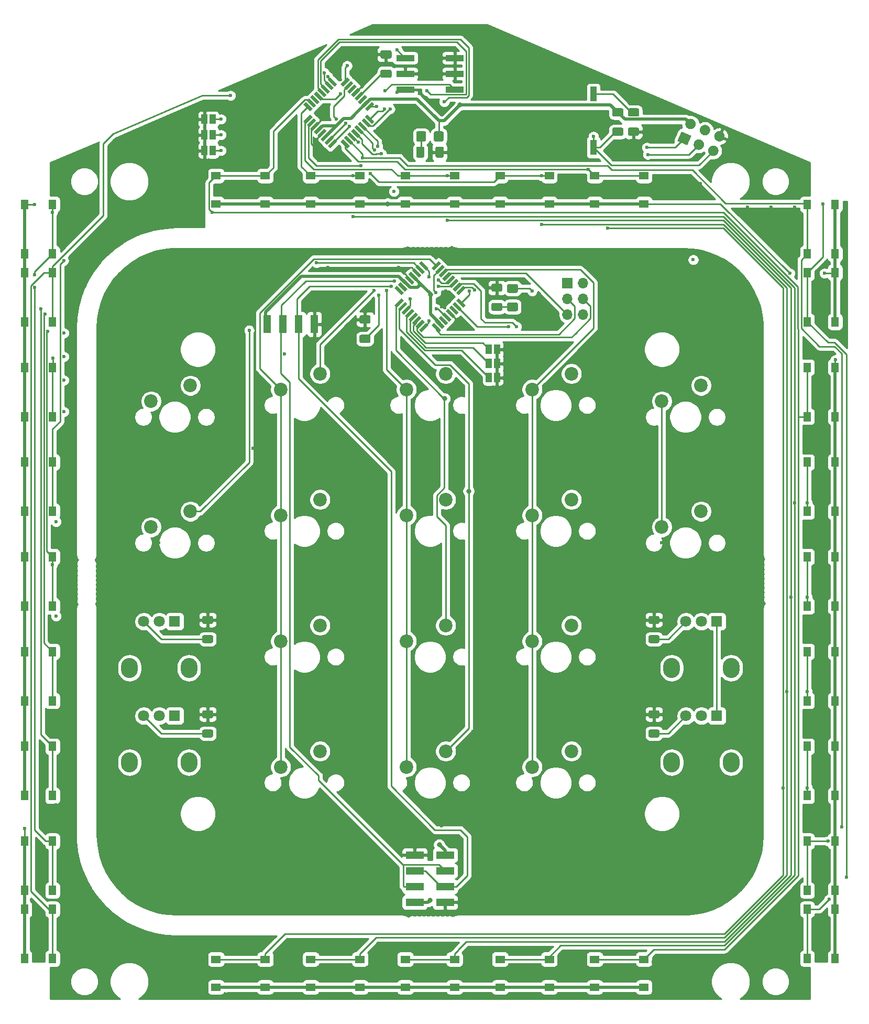
<source format=gbr>
%TF.GenerationSoftware,KiCad,Pcbnew,(5.1.9)-1*%
%TF.CreationDate,2021-07-06T15:25:52+10:00*%
%TF.ProjectId,MFD-panel,4d46442d-7061-46e6-956c-2e6b69636164,rev?*%
%TF.SameCoordinates,Original*%
%TF.FileFunction,Copper,L1,Top*%
%TF.FilePolarity,Positive*%
%FSLAX46Y46*%
G04 Gerber Fmt 4.6, Leading zero omitted, Abs format (unit mm)*
G04 Created by KiCad (PCBNEW (5.1.9)-1) date 2021-07-06 15:25:52*
%MOMM*%
%LPD*%
G01*
G04 APERTURE LIST*
%TA.AperFunction,SMDPad,CuDef*%
%ADD10R,3.000000X1.000000*%
%TD*%
%TA.AperFunction,SMDPad,CuDef*%
%ADD11R,1.000000X1.500000*%
%TD*%
%TA.AperFunction,SMDPad,CuDef*%
%ADD12C,0.100000*%
%TD*%
%TA.AperFunction,ComponentPad*%
%ADD13C,0.100000*%
%TD*%
%TA.AperFunction,SMDPad,CuDef*%
%ADD14R,1.300000X1.550000*%
%TD*%
%TA.AperFunction,SMDPad,CuDef*%
%ADD15R,1.550000X1.300000*%
%TD*%
%TA.AperFunction,SMDPad,CuDef*%
%ADD16R,1.120000X2.440000*%
%TD*%
%TA.AperFunction,SMDPad,CuDef*%
%ADD17R,3.000000X1.300000*%
%TD*%
%TA.AperFunction,SMDPad,CuDef*%
%ADD18R,1.300000X3.000000*%
%TD*%
%TA.AperFunction,ComponentPad*%
%ADD19C,2.200000*%
%TD*%
%TA.AperFunction,ComponentPad*%
%ADD20O,1.700000X1.700000*%
%TD*%
%TA.AperFunction,ComponentPad*%
%ADD21R,1.700000X1.700000*%
%TD*%
%TA.AperFunction,ComponentPad*%
%ADD22O,2.720000X3.240000*%
%TD*%
%TA.AperFunction,ComponentPad*%
%ADD23C,1.800000*%
%TD*%
%TA.AperFunction,ComponentPad*%
%ADD24R,1.800000X1.800000*%
%TD*%
%TA.AperFunction,ViaPad*%
%ADD25C,0.600000*%
%TD*%
%TA.AperFunction,ViaPad*%
%ADD26C,0.800000*%
%TD*%
%TA.AperFunction,Conductor*%
%ADD27C,0.250000*%
%TD*%
%TA.AperFunction,Conductor*%
%ADD28C,0.500000*%
%TD*%
%TA.AperFunction,Conductor*%
%ADD29C,0.254000*%
%TD*%
%TA.AperFunction,Conductor*%
%ADD30C,0.100000*%
%TD*%
G04 APERTURE END LIST*
D10*
%TO.P,SW2,2*%
%TO.N,Net-(Atmega328P-AU1-Pad8)*%
X74600000Y8860000D03*
%TO.P,SW2,4*%
%TO.N,GNDREF*%
X66600000Y8860000D03*
%TO.P,SW2,C*%
X74600000Y11400000D03*
X66600000Y11400000D03*
%TO.P,SW2,8*%
X74600000Y13940000D03*
%TO.P,SW2,1*%
%TO.N,Net-(Atmega328P-AU1-Pad7)*%
X66600000Y13940000D03*
%TD*%
D11*
%TO.P,JP3,2*%
%TO.N,GNDREF*%
X34148000Y4064000D03*
%TO.P,JP3,1*%
%TO.N,/4line*%
X35448000Y4064000D03*
%TD*%
%TO.P,JP2,1*%
%TO.N,/2line*%
X35448000Y1524000D03*
%TO.P,JP2,2*%
%TO.N,GNDREF*%
X34148000Y1524000D03*
%TD*%
%TO.P,JP1,1*%
%TO.N,/1line*%
X35448000Y-1016000D03*
%TO.P,JP1,2*%
%TO.N,GNDREF*%
X34148000Y-1016000D03*
%TD*%
%TA.AperFunction,SMDPad,CuDef*%
D12*
%TO.P,Atmega328P-AU1,1*%
%TO.N,R3*%
G36*
X50523666Y3294555D02*
G01*
X50134757Y3683464D01*
X51266128Y4814835D01*
X51655037Y4425926D01*
X50523666Y3294555D01*
G37*
%TD.AperFunction*%
%TA.AperFunction,SMDPad,CuDef*%
%TO.P,Atmega328P-AU1,2*%
%TO.N,R4*%
G36*
X51089352Y2728870D02*
G01*
X50700443Y3117779D01*
X51831814Y4249150D01*
X52220723Y3860241D01*
X51089352Y2728870D01*
G37*
%TD.AperFunction*%
%TA.AperFunction,SMDPad,CuDef*%
%TO.P,Atmega328P-AU1,3*%
%TO.N,GNDREF*%
G36*
X51655037Y2163184D02*
G01*
X51266128Y2552093D01*
X52397499Y3683464D01*
X52786408Y3294555D01*
X51655037Y2163184D01*
G37*
%TD.AperFunction*%
%TA.AperFunction,SMDPad,CuDef*%
%TO.P,Atmega328P-AU1,4*%
%TO.N,+5V*%
G36*
X52220722Y1597499D02*
G01*
X51831813Y1986408D01*
X52963184Y3117779D01*
X53352093Y2728870D01*
X52220722Y1597499D01*
G37*
%TD.AperFunction*%
%TA.AperFunction,SMDPad,CuDef*%
%TO.P,Atmega328P-AU1,5*%
%TO.N,GNDREF*%
G36*
X52786408Y1031813D02*
G01*
X52397499Y1420722D01*
X53528870Y2552093D01*
X53917779Y2163184D01*
X52786408Y1031813D01*
G37*
%TD.AperFunction*%
%TA.AperFunction,SMDPad,CuDef*%
%TO.P,Atmega328P-AU1,6*%
%TO.N,+5V*%
G36*
X53352093Y466128D02*
G01*
X52963184Y855037D01*
X54094555Y1986408D01*
X54483464Y1597499D01*
X53352093Y466128D01*
G37*
%TD.AperFunction*%
%TA.AperFunction,SMDPad,CuDef*%
%TO.P,Atmega328P-AU1,7*%
%TO.N,Net-(Atmega328P-AU1-Pad7)*%
G36*
X53917779Y-99557D02*
G01*
X53528870Y289352D01*
X54660241Y1420723D01*
X55049150Y1031814D01*
X53917779Y-99557D01*
G37*
%TD.AperFunction*%
%TA.AperFunction,SMDPad,CuDef*%
%TO.P,Atmega328P-AU1,8*%
%TO.N,Net-(Atmega328P-AU1-Pad8)*%
G36*
X54483464Y-665243D02*
G01*
X54094555Y-276334D01*
X55225926Y855037D01*
X55614835Y466128D01*
X54483464Y-665243D01*
G37*
%TD.AperFunction*%
%TA.AperFunction,SMDPad,CuDef*%
%TO.P,Atmega328P-AU1,9*%
%TO.N,R5*%
G36*
X57665445Y-276334D02*
G01*
X57276536Y-665243D01*
X56145165Y466128D01*
X56534074Y855037D01*
X57665445Y-276334D01*
G37*
%TD.AperFunction*%
%TA.AperFunction,SMDPad,CuDef*%
%TO.P,Atmega328P-AU1,10*%
%TO.N,R6*%
G36*
X58231130Y289352D02*
G01*
X57842221Y-99557D01*
X56710850Y1031814D01*
X57099759Y1420723D01*
X58231130Y289352D01*
G37*
%TD.AperFunction*%
%TA.AperFunction,SMDPad,CuDef*%
%TO.P,Atmega328P-AU1,11*%
%TO.N,R7*%
G36*
X58796816Y855037D02*
G01*
X58407907Y466128D01*
X57276536Y1597499D01*
X57665445Y1986408D01*
X58796816Y855037D01*
G37*
%TD.AperFunction*%
%TA.AperFunction,SMDPad,CuDef*%
%TO.P,Atmega328P-AU1,12*%
%TO.N,/1line*%
G36*
X59362501Y1420722D02*
G01*
X58973592Y1031813D01*
X57842221Y2163184D01*
X58231130Y2552093D01*
X59362501Y1420722D01*
G37*
%TD.AperFunction*%
%TA.AperFunction,SMDPad,CuDef*%
%TO.P,Atmega328P-AU1,13*%
%TO.N,/2line*%
G36*
X59928187Y1986408D02*
G01*
X59539278Y1597499D01*
X58407907Y2728870D01*
X58796816Y3117779D01*
X59928187Y1986408D01*
G37*
%TD.AperFunction*%
%TA.AperFunction,SMDPad,CuDef*%
%TO.P,Atmega328P-AU1,14*%
%TO.N,/4line*%
G36*
X60493872Y2552093D02*
G01*
X60104963Y2163184D01*
X58973592Y3294555D01*
X59362501Y3683464D01*
X60493872Y2552093D01*
G37*
%TD.AperFunction*%
%TA.AperFunction,SMDPad,CuDef*%
%TO.P,Atmega328P-AU1,15*%
%TO.N,MOSI*%
G36*
X61059557Y3117779D02*
G01*
X60670648Y2728870D01*
X59539277Y3860241D01*
X59928186Y4249150D01*
X61059557Y3117779D01*
G37*
%TD.AperFunction*%
%TA.AperFunction,SMDPad,CuDef*%
%TO.P,Atmega328P-AU1,16*%
%TO.N,MISO*%
G36*
X61625243Y3683464D02*
G01*
X61236334Y3294555D01*
X60104963Y4425926D01*
X60493872Y4814835D01*
X61625243Y3683464D01*
G37*
%TD.AperFunction*%
%TA.AperFunction,SMDPad,CuDef*%
%TO.P,Atmega328P-AU1,17*%
%TO.N,SCK*%
G36*
X60493872Y5345165D02*
G01*
X60104963Y5734074D01*
X61236334Y6865445D01*
X61625243Y6476536D01*
X60493872Y5345165D01*
G37*
%TD.AperFunction*%
%TA.AperFunction,SMDPad,CuDef*%
%TO.P,Atmega328P-AU1,18*%
%TO.N,+5V*%
G36*
X59928186Y5910850D02*
G01*
X59539277Y6299759D01*
X60670648Y7431130D01*
X61059557Y7042221D01*
X59928186Y5910850D01*
G37*
%TD.AperFunction*%
%TA.AperFunction,SMDPad,CuDef*%
%TO.P,Atmega328P-AU1,19*%
%TO.N,Net-(Atmega328P-AU1-Pad19)*%
G36*
X59362501Y6476536D02*
G01*
X58973592Y6865445D01*
X60104963Y7996816D01*
X60493872Y7607907D01*
X59362501Y6476536D01*
G37*
%TD.AperFunction*%
%TA.AperFunction,SMDPad,CuDef*%
%TO.P,Atmega328P-AU1,20*%
%TO.N,Net-(Atmega328P-AU1-Pad20)*%
G36*
X58796816Y7042221D02*
G01*
X58407907Y7431130D01*
X59539278Y8562501D01*
X59928187Y8173592D01*
X58796816Y7042221D01*
G37*
%TD.AperFunction*%
%TA.AperFunction,SMDPad,CuDef*%
%TO.P,Atmega328P-AU1,21*%
%TO.N,GNDREF*%
G36*
X58231130Y7607907D02*
G01*
X57842221Y7996816D01*
X58973592Y9128187D01*
X59362501Y8739278D01*
X58231130Y7607907D01*
G37*
%TD.AperFunction*%
%TA.AperFunction,SMDPad,CuDef*%
%TO.P,Atmega328P-AU1,22*%
%TO.N,Net-(Atmega328P-AU1-Pad22)*%
G36*
X57665445Y8173592D02*
G01*
X57276536Y8562501D01*
X58407907Y9693872D01*
X58796816Y9304963D01*
X57665445Y8173592D01*
G37*
%TD.AperFunction*%
%TA.AperFunction,SMDPad,CuDef*%
%TO.P,Atmega328P-AU1,23*%
%TO.N,C1*%
G36*
X57099759Y8739277D02*
G01*
X56710850Y9128186D01*
X57842221Y10259557D01*
X58231130Y9870648D01*
X57099759Y8739277D01*
G37*
%TD.AperFunction*%
%TA.AperFunction,SMDPad,CuDef*%
%TO.P,Atmega328P-AU1,24*%
%TO.N,C2*%
G36*
X56534074Y9304963D02*
G01*
X56145165Y9693872D01*
X57276536Y10825243D01*
X57665445Y10436334D01*
X56534074Y9304963D01*
G37*
%TD.AperFunction*%
%TA.AperFunction,SMDPad,CuDef*%
%TO.P,Atmega328P-AU1,25*%
%TO.N,C3*%
G36*
X55614835Y9693872D02*
G01*
X55225926Y9304963D01*
X54094555Y10436334D01*
X54483464Y10825243D01*
X55614835Y9693872D01*
G37*
%TD.AperFunction*%
%TA.AperFunction,SMDPad,CuDef*%
%TO.P,Atmega328P-AU1,26*%
%TO.N,C4*%
G36*
X55049150Y9128186D02*
G01*
X54660241Y8739277D01*
X53528870Y9870648D01*
X53917779Y10259557D01*
X55049150Y9128186D01*
G37*
%TD.AperFunction*%
%TA.AperFunction,SMDPad,CuDef*%
%TO.P,Atmega328P-AU1,27*%
%TO.N,SDA*%
G36*
X54483464Y8562501D02*
G01*
X54094555Y8173592D01*
X52963184Y9304963D01*
X53352093Y9693872D01*
X54483464Y8562501D01*
G37*
%TD.AperFunction*%
%TA.AperFunction,SMDPad,CuDef*%
%TO.P,Atmega328P-AU1,28*%
%TO.N,SCL*%
G36*
X53917779Y7996816D02*
G01*
X53528870Y7607907D01*
X52397499Y8739278D01*
X52786408Y9128187D01*
X53917779Y7996816D01*
G37*
%TD.AperFunction*%
%TA.AperFunction,SMDPad,CuDef*%
%TO.P,Atmega328P-AU1,29*%
%TO.N,RESET*%
G36*
X53352093Y7431130D02*
G01*
X52963184Y7042221D01*
X51831813Y8173592D01*
X52220722Y8562501D01*
X53352093Y7431130D01*
G37*
%TD.AperFunction*%
%TA.AperFunction,SMDPad,CuDef*%
%TO.P,Atmega328P-AU1,30*%
%TO.N,Net-(Atmega328P-AU1-Pad30)*%
G36*
X52786408Y6865445D02*
G01*
X52397499Y6476536D01*
X51266128Y7607907D01*
X51655037Y7996816D01*
X52786408Y6865445D01*
G37*
%TD.AperFunction*%
%TA.AperFunction,SMDPad,CuDef*%
%TO.P,Atmega328P-AU1,31*%
%TO.N,R1*%
G36*
X52220723Y6299759D02*
G01*
X51831814Y5910850D01*
X50700443Y7042221D01*
X51089352Y7431130D01*
X52220723Y6299759D01*
G37*
%TD.AperFunction*%
%TA.AperFunction,SMDPad,CuDef*%
%TO.P,Atmega328P-AU1,32*%
%TO.N,R2*%
G36*
X51655037Y5734074D02*
G01*
X51266128Y5345165D01*
X50134757Y6476536D01*
X50523666Y6865445D01*
X51655037Y5734074D01*
G37*
%TD.AperFunction*%
%TD*%
%TO.P,J1,6*%
%TO.N,GNDREF*%
%TA.AperFunction,ComponentPad*%
G36*
G01*
X117058401Y510539D02*
X117058401Y510539D01*
G75*
G02*
X116608093Y1625089I332121J782429D01*
G01*
X116608093Y1625089D01*
G75*
G02*
X117722643Y2075397I782429J-332121D01*
G01*
X117722643Y2075397D01*
G75*
G02*
X118172951Y960847I-332121J-782429D01*
G01*
X118172951Y960847D01*
G75*
G02*
X117058401Y510539I-782429J332121D01*
G01*
G37*
%TD.AperFunction*%
%TO.P,J1,5*%
%TO.N,RESET*%
%TA.AperFunction,ComponentPad*%
G36*
G01*
X116065944Y-1827543D02*
X116065944Y-1827543D01*
G75*
G02*
X115615636Y-712993I332121J782429D01*
G01*
X115615636Y-712993D01*
G75*
G02*
X116730186Y-262685I782429J-332121D01*
G01*
X116730186Y-262685D01*
G75*
G02*
X117180494Y-1377235I-332121J-782429D01*
G01*
X117180494Y-1377235D01*
G75*
G02*
X116065944Y-1827543I-782429J332121D01*
G01*
G37*
%TD.AperFunction*%
%TO.P,J1,4*%
%TO.N,MOSI*%
%TA.AperFunction,ComponentPad*%
G36*
G01*
X114720318Y1502996D02*
X114720318Y1502996D01*
G75*
G02*
X114270010Y2617546I332121J782429D01*
G01*
X114270010Y2617546D01*
G75*
G02*
X115384560Y3067854I782429J-332121D01*
G01*
X115384560Y3067854D01*
G75*
G02*
X115834868Y1953304I-332121J-782429D01*
G01*
X115834868Y1953304D01*
G75*
G02*
X114720318Y1502996I-782429J332121D01*
G01*
G37*
%TD.AperFunction*%
%TO.P,J1,3*%
%TO.N,SCK*%
%TA.AperFunction,ComponentPad*%
G36*
G01*
X113727861Y-835086D02*
X113727861Y-835086D01*
G75*
G02*
X113277553Y279464I332121J782429D01*
G01*
X113277553Y279464D01*
G75*
G02*
X114392103Y729772I782429J-332121D01*
G01*
X114392103Y729772D01*
G75*
G02*
X114842411Y-384778I-332121J-782429D01*
G01*
X114842411Y-384778D01*
G75*
G02*
X113727861Y-835086I-782429J332121D01*
G01*
G37*
%TD.AperFunction*%
%TO.P,J1,2*%
%TO.N,+5V*%
%TA.AperFunction,ComponentPad*%
G36*
G01*
X112382236Y2495453D02*
X112382236Y2495453D01*
G75*
G02*
X111931928Y3610003I332121J782429D01*
G01*
X111931928Y3610003D01*
G75*
G02*
X113046478Y4060311I782429J-332121D01*
G01*
X113046478Y4060311D01*
G75*
G02*
X113496786Y2945761I-332121J-782429D01*
G01*
X113496786Y2945761D01*
G75*
G02*
X112382236Y2495453I-782429J332121D01*
G01*
G37*
%TD.AperFunction*%
%TA.AperFunction,ComponentPad*%
D13*
%TO.P,J1,1*%
%TO.N,MISO*%
G36*
X112172208Y-174751D02*
G01*
X110607349Y489492D01*
X111271592Y2054351D01*
X112836451Y1390108D01*
X112172208Y-174751D01*
G37*
%TD.AperFunction*%
%TD*%
%TO.P,R8,2*%
%TO.N,Net-(D1-Pad1)*%
%TA.AperFunction,SMDPad,CuDef*%
G36*
G01*
X69700000Y-619999D02*
X69700000Y-1920001D01*
G75*
G02*
X69450001Y-2170000I-249999J0D01*
G01*
X68624999Y-2170000D01*
G75*
G02*
X68375000Y-1920001I0J249999D01*
G01*
X68375000Y-619999D01*
G75*
G02*
X68624999Y-370000I249999J0D01*
G01*
X69450001Y-370000D01*
G75*
G02*
X69700000Y-619999I0J-249999D01*
G01*
G37*
%TD.AperFunction*%
%TO.P,R8,1*%
%TO.N,GNDREF*%
%TA.AperFunction,SMDPad,CuDef*%
G36*
G01*
X72825000Y-619999D02*
X72825000Y-1920001D01*
G75*
G02*
X72575001Y-2170000I-249999J0D01*
G01*
X71749999Y-2170000D01*
G75*
G02*
X71500000Y-1920001I0J249999D01*
G01*
X71500000Y-619999D01*
G75*
G02*
X71749999Y-370000I249999J0D01*
G01*
X72575001Y-370000D01*
G75*
G02*
X72825000Y-619999I0J-249999D01*
G01*
G37*
%TD.AperFunction*%
%TD*%
%TO.P,D1,2*%
%TO.N,+5V*%
%TA.AperFunction,SMDPad,CuDef*%
G36*
G01*
X71225000Y695000D02*
X71225000Y1845000D01*
G75*
G02*
X71475000Y2095000I250000J0D01*
G01*
X72575000Y2095000D01*
G75*
G02*
X72825000Y1845000I0J-250000D01*
G01*
X72825000Y695000D01*
G75*
G02*
X72575000Y445000I-250000J0D01*
G01*
X71475000Y445000D01*
G75*
G02*
X71225000Y695000I0J250000D01*
G01*
G37*
%TD.AperFunction*%
%TO.P,D1,1*%
%TO.N,Net-(D1-Pad1)*%
%TA.AperFunction,SMDPad,CuDef*%
G36*
G01*
X68375000Y695000D02*
X68375000Y1845000D01*
G75*
G02*
X68625000Y2095000I250000J0D01*
G01*
X69725000Y2095000D01*
G75*
G02*
X69975000Y1845000I0J-250000D01*
G01*
X69975000Y695000D01*
G75*
G02*
X69725000Y445000I-250000J0D01*
G01*
X68625000Y445000D01*
G75*
G02*
X68375000Y695000I0J250000D01*
G01*
G37*
%TD.AperFunction*%
%TD*%
D14*
%TO.P,SW47,2*%
%TO.N,C4*%
X5100000Y-28680000D03*
%TO.P,SW47,1*%
%TO.N,R7*%
X9600000Y-28680000D03*
X9600000Y-20720000D03*
%TO.P,SW47,2*%
%TO.N,C4*%
X5100000Y-20720000D03*
%TD*%
%TO.P,SW46,2*%
%TO.N,C4*%
X5100000Y-17680000D03*
%TO.P,SW46,1*%
%TO.N,R6*%
X9600000Y-17680000D03*
X9600000Y-9720000D03*
%TO.P,SW46,2*%
%TO.N,C4*%
X5100000Y-9720000D03*
%TD*%
%TO.P,SW45,2*%
%TO.N,C4*%
X5100000Y-43980000D03*
%TO.P,SW45,1*%
%TO.N,R5*%
X9600000Y-43980000D03*
X9600000Y-36020000D03*
%TO.P,SW45,2*%
%TO.N,C4*%
X5100000Y-36020000D03*
%TD*%
%TO.P,SW44,2*%
%TO.N,C4*%
X5100000Y-59280000D03*
%TO.P,SW44,1*%
%TO.N,R4*%
X9600000Y-59280000D03*
X9600000Y-51320000D03*
%TO.P,SW44,2*%
%TO.N,C4*%
X5100000Y-51320000D03*
%TD*%
%TO.P,SW43,2*%
%TO.N,C4*%
X5100000Y-74580000D03*
%TO.P,SW43,1*%
%TO.N,R3*%
X9600000Y-74580000D03*
X9600000Y-66620000D03*
%TO.P,SW43,2*%
%TO.N,C4*%
X5100000Y-66620000D03*
%TD*%
%TO.P,SW42,2*%
%TO.N,C4*%
X5100000Y-89880000D03*
%TO.P,SW42,1*%
%TO.N,R2*%
X9600000Y-89880000D03*
X9600000Y-81920000D03*
%TO.P,SW42,2*%
%TO.N,C4*%
X5100000Y-81920000D03*
%TD*%
%TO.P,SW41,2*%
%TO.N,C4*%
X5100000Y-105180000D03*
%TO.P,SW41,1*%
%TO.N,R1*%
X9600000Y-105180000D03*
X9600000Y-97220000D03*
%TO.P,SW41,2*%
%TO.N,C4*%
X5100000Y-97220000D03*
%TD*%
%TO.P,SW37,2*%
%TO.N,C3*%
X5100000Y-131480000D03*
%TO.P,SW37,1*%
%TO.N,R7*%
X9600000Y-131480000D03*
X9600000Y-123520000D03*
%TO.P,SW37,2*%
%TO.N,C3*%
X5100000Y-123520000D03*
%TD*%
%TO.P,SW36,2*%
%TO.N,C3*%
X5100000Y-120480000D03*
%TO.P,SW36,1*%
%TO.N,R6*%
X9600000Y-120480000D03*
X9600000Y-112520000D03*
%TO.P,SW36,2*%
%TO.N,C3*%
X5100000Y-112520000D03*
%TD*%
D15*
%TO.P,SW35,2*%
%TO.N,C3*%
X43980000Y-136100000D03*
%TO.P,SW35,1*%
%TO.N,R5*%
X43980000Y-131600000D03*
X36020000Y-131600000D03*
%TO.P,SW35,2*%
%TO.N,C3*%
X36020000Y-136100000D03*
%TD*%
%TO.P,SW34,2*%
%TO.N,C3*%
X59280000Y-136100000D03*
%TO.P,SW34,1*%
%TO.N,R4*%
X59280000Y-131600000D03*
X51320000Y-131600000D03*
%TO.P,SW34,2*%
%TO.N,C3*%
X51320000Y-136100000D03*
%TD*%
%TO.P,SW33,2*%
%TO.N,C3*%
X74580000Y-136100000D03*
%TO.P,SW33,1*%
%TO.N,R3*%
X74580000Y-131600000D03*
X66620000Y-131600000D03*
%TO.P,SW33,2*%
%TO.N,C3*%
X66620000Y-136100000D03*
%TD*%
%TO.P,SW32,2*%
%TO.N,C3*%
X89880000Y-136100000D03*
%TO.P,SW32,1*%
%TO.N,R2*%
X89880000Y-131600000D03*
X81920000Y-131600000D03*
%TO.P,SW32,2*%
%TO.N,C3*%
X81920000Y-136100000D03*
%TD*%
%TO.P,SW31,2*%
%TO.N,C3*%
X105180000Y-136100000D03*
%TO.P,SW31,1*%
%TO.N,R1*%
X105180000Y-131600000D03*
X97220000Y-131600000D03*
%TO.P,SW31,2*%
%TO.N,C3*%
X97220000Y-136100000D03*
%TD*%
D14*
%TO.P,SW27,2*%
%TO.N,C2*%
X136100000Y-123520000D03*
%TO.P,SW27,1*%
%TO.N,R7*%
X131600000Y-123520000D03*
X131600000Y-131480000D03*
%TO.P,SW27,2*%
%TO.N,C2*%
X136100000Y-131480000D03*
%TD*%
%TO.P,SW26,2*%
%TO.N,C2*%
X136100000Y-112520000D03*
%TO.P,SW26,1*%
%TO.N,R6*%
X131600000Y-112520000D03*
X131600000Y-120480000D03*
%TO.P,SW26,2*%
%TO.N,C2*%
X136100000Y-120480000D03*
%TD*%
%TO.P,SW25,2*%
%TO.N,C2*%
X136100000Y-97220000D03*
%TO.P,SW25,1*%
%TO.N,R5*%
X131600000Y-97220000D03*
X131600000Y-105180000D03*
%TO.P,SW25,2*%
%TO.N,C2*%
X136100000Y-105180000D03*
%TD*%
%TO.P,SW24,2*%
%TO.N,C2*%
X136100000Y-81920000D03*
%TO.P,SW24,1*%
%TO.N,R4*%
X131600000Y-81920000D03*
X131600000Y-89880000D03*
%TO.P,SW24,2*%
%TO.N,C2*%
X136100000Y-89880000D03*
%TD*%
%TO.P,SW23,2*%
%TO.N,C2*%
X136100000Y-66620000D03*
%TO.P,SW23,1*%
%TO.N,R3*%
X131600000Y-66620000D03*
X131600000Y-74580000D03*
%TO.P,SW23,2*%
%TO.N,C2*%
X136100000Y-74580000D03*
%TD*%
%TO.P,SW22,2*%
%TO.N,C2*%
X136100000Y-51320000D03*
%TO.P,SW22,1*%
%TO.N,R2*%
X131600000Y-51320000D03*
X131600000Y-59280000D03*
%TO.P,SW22,2*%
%TO.N,C2*%
X136100000Y-59280000D03*
%TD*%
%TO.P,SW21,2*%
%TO.N,C2*%
X136100000Y-36020000D03*
%TO.P,SW21,1*%
%TO.N,R1*%
X131600000Y-36020000D03*
X131600000Y-43980000D03*
%TO.P,SW21,2*%
%TO.N,C2*%
X136100000Y-43980000D03*
%TD*%
%TO.P,SW17,2*%
%TO.N,C1*%
X136100000Y-20720000D03*
%TO.P,SW17,1*%
%TO.N,R7*%
X131600000Y-20720000D03*
X131600000Y-28680000D03*
%TO.P,SW17,2*%
%TO.N,C1*%
X136100000Y-28680000D03*
%TD*%
%TO.P,SW16,2*%
%TO.N,C1*%
X136100000Y-9720000D03*
%TO.P,SW16,1*%
%TO.N,R6*%
X131600000Y-9720000D03*
X131600000Y-17680000D03*
%TO.P,SW16,2*%
%TO.N,C1*%
X136100000Y-17680000D03*
%TD*%
D15*
%TO.P,SW15,2*%
%TO.N,C1*%
X105180000Y-9600000D03*
%TO.P,SW15,1*%
%TO.N,R5*%
X105180000Y-5100000D03*
X97220000Y-5100000D03*
%TO.P,SW15,2*%
%TO.N,C1*%
X97220000Y-9600000D03*
%TD*%
%TO.P,SW14,2*%
%TO.N,C1*%
X89880000Y-9600000D03*
%TO.P,SW14,1*%
%TO.N,R4*%
X89880000Y-5100000D03*
X81920000Y-5100000D03*
%TO.P,SW14,2*%
%TO.N,C1*%
X81920000Y-9600000D03*
%TD*%
%TO.P,SW13,2*%
%TO.N,C1*%
X74580000Y-9600000D03*
%TO.P,SW13,1*%
%TO.N,R3*%
X74580000Y-5100000D03*
X66620000Y-5100000D03*
%TO.P,SW13,2*%
%TO.N,C1*%
X66620000Y-9600000D03*
%TD*%
%TO.P,SW12,2*%
%TO.N,C1*%
X59280000Y-9600000D03*
%TO.P,SW12,1*%
%TO.N,R2*%
X59280000Y-5100000D03*
X51320000Y-5100000D03*
%TO.P,SW12,2*%
%TO.N,C1*%
X51320000Y-9600000D03*
%TD*%
%TO.P,SW11,2*%
%TO.N,C1*%
X43980000Y-9600000D03*
%TO.P,SW11,1*%
%TO.N,R1*%
X43980000Y-5100000D03*
X36020000Y-5100000D03*
%TO.P,SW11,2*%
%TO.N,C1*%
X36020000Y-9600000D03*
%TD*%
D16*
%TO.P,SW1,2*%
%TO.N,RESET*%
X97028000Y-508000D03*
%TO.P,SW1,1*%
%TO.N,Net-(R5-Pad1)*%
X97028000Y8102000D03*
%TD*%
%TO.P,R5,1*%
%TO.N,Net-(R5-Pad1)*%
%TA.AperFunction,SMDPad,CuDef*%
G36*
G01*
X102854997Y5819500D02*
X104155003Y5819500D01*
G75*
G02*
X104405000Y5569503I0J-249997D01*
G01*
X104405000Y4744497D01*
G75*
G02*
X104155003Y4494500I-249997J0D01*
G01*
X102854997Y4494500D01*
G75*
G02*
X102605000Y4744497I0J249997D01*
G01*
X102605000Y5569503D01*
G75*
G02*
X102854997Y5819500I249997J0D01*
G01*
G37*
%TD.AperFunction*%
%TO.P,R5,2*%
%TO.N,GNDREF*%
%TA.AperFunction,SMDPad,CuDef*%
G36*
G01*
X102854997Y2694500D02*
X104155003Y2694500D01*
G75*
G02*
X104405000Y2444503I0J-249997D01*
G01*
X104405000Y1619497D01*
G75*
G02*
X104155003Y1369500I-249997J0D01*
G01*
X102854997Y1369500D01*
G75*
G02*
X102605000Y1619497I0J249997D01*
G01*
X102605000Y2444503D01*
G75*
G02*
X102854997Y2694500I249997J0D01*
G01*
G37*
%TD.AperFunction*%
%TD*%
%TO.P,R1,2*%
%TO.N,+5V*%
%TA.AperFunction,SMDPad,CuDef*%
G36*
G01*
X101615003Y4494500D02*
X100314997Y4494500D01*
G75*
G02*
X100065000Y4744497I0J249997D01*
G01*
X100065000Y5569503D01*
G75*
G02*
X100314997Y5819500I249997J0D01*
G01*
X101615003Y5819500D01*
G75*
G02*
X101865000Y5569503I0J-249997D01*
G01*
X101865000Y4744497D01*
G75*
G02*
X101615003Y4494500I-249997J0D01*
G01*
G37*
%TD.AperFunction*%
%TO.P,R1,1*%
%TO.N,RESET*%
%TA.AperFunction,SMDPad,CuDef*%
G36*
G01*
X101615003Y1369500D02*
X100314997Y1369500D01*
G75*
G02*
X100065000Y1619497I0J249997D01*
G01*
X100065000Y2444503D01*
G75*
G02*
X100314997Y2694500I249997J0D01*
G01*
X101615003Y2694500D01*
G75*
G02*
X101865000Y2444503I0J-249997D01*
G01*
X101865000Y1619497D01*
G75*
G02*
X101615003Y1369500I-249997J0D01*
G01*
G37*
%TD.AperFunction*%
%TD*%
%TO.P,C4,2*%
%TO.N,GNDREF*%
%TA.AperFunction,SMDPad,CuDef*%
G36*
G01*
X64150003Y13854000D02*
X62849997Y13854000D01*
G75*
G02*
X62600000Y14103997I0J249997D01*
G01*
X62600000Y14929003D01*
G75*
G02*
X62849997Y15179000I249997J0D01*
G01*
X64150003Y15179000D01*
G75*
G02*
X64400000Y14929003I0J-249997D01*
G01*
X64400000Y14103997D01*
G75*
G02*
X64150003Y13854000I-249997J0D01*
G01*
G37*
%TD.AperFunction*%
%TO.P,C4,1*%
%TO.N,Net-(Atmega328P-AU1-Pad20)*%
%TA.AperFunction,SMDPad,CuDef*%
G36*
G01*
X64150003Y10729000D02*
X62849997Y10729000D01*
G75*
G02*
X62600000Y10978997I0J249997D01*
G01*
X62600000Y11804003D01*
G75*
G02*
X62849997Y12054000I249997J0D01*
G01*
X64150003Y12054000D01*
G75*
G02*
X64400000Y11804003I0J-249997D01*
G01*
X64400000Y10978997D01*
G75*
G02*
X64150003Y10729000I-249997J0D01*
G01*
G37*
%TD.AperFunction*%
%TD*%
D17*
%TO.P,J4,1*%
%TO.N,+5V*%
X73068000Y-114790000D03*
%TO.P,J4,2*%
%TO.N,SCL*%
X73068000Y-117330000D03*
%TO.P,J4,3*%
%TO.N,SDA*%
X73068000Y-119870000D03*
%TO.P,J4,4*%
%TO.N,GND*%
X73068000Y-122410000D03*
%TD*%
%TO.P,J3,1*%
%TO.N,+5V*%
X68132000Y-122410000D03*
%TO.P,J3,2*%
%TO.N,SCL*%
X68132000Y-119870000D03*
%TO.P,J3,3*%
%TO.N,SDA*%
X68132000Y-117330000D03*
%TO.P,J3,4*%
%TO.N,GND*%
X68132000Y-114790000D03*
%TD*%
D18*
%TO.P,J2,1*%
%TO.N,+5V*%
X44290000Y-29060000D03*
%TO.P,J2,2*%
%TO.N,SCL*%
X46830000Y-29060000D03*
%TO.P,J2,3*%
%TO.N,SDA*%
X49370000Y-29060000D03*
%TO.P,J2,4*%
%TO.N,GND*%
X51910000Y-29060000D03*
%TD*%
%TA.AperFunction,SMDPad,CuDef*%
D12*
%TO.P,U1,32*%
%TO.N,/COL1*%
G36*
X71254074Y-20375037D02*
G01*
X70865165Y-19986128D01*
X71996536Y-18854757D01*
X72385445Y-19243666D01*
X71254074Y-20375037D01*
G37*
%TD.AperFunction*%
%TA.AperFunction,SMDPad,CuDef*%
%TO.P,U1,31*%
%TO.N,/COL2*%
G36*
X71819759Y-20940723D02*
G01*
X71430850Y-20551814D01*
X72562221Y-19420443D01*
X72951130Y-19809352D01*
X71819759Y-20940723D01*
G37*
%TD.AperFunction*%
%TA.AperFunction,SMDPad,CuDef*%
%TO.P,U1,30*%
%TO.N,/COL3*%
G36*
X72385445Y-21506408D02*
G01*
X71996536Y-21117499D01*
X73127907Y-19986128D01*
X73516816Y-20375037D01*
X72385445Y-21506408D01*
G37*
%TD.AperFunction*%
%TA.AperFunction,SMDPad,CuDef*%
%TO.P,U1,29*%
%TO.N,RESET*%
G36*
X72951130Y-22072093D02*
G01*
X72562221Y-21683184D01*
X73693592Y-20551813D01*
X74082501Y-20940722D01*
X72951130Y-22072093D01*
G37*
%TD.AperFunction*%
%TA.AperFunction,SMDPad,CuDef*%
%TO.P,U1,28*%
%TO.N,SCL*%
G36*
X73516816Y-22637779D02*
G01*
X73127907Y-22248870D01*
X74259278Y-21117499D01*
X74648187Y-21506408D01*
X73516816Y-22637779D01*
G37*
%TD.AperFunction*%
%TA.AperFunction,SMDPad,CuDef*%
%TO.P,U1,27*%
%TO.N,SDA*%
G36*
X74082501Y-23203464D02*
G01*
X73693592Y-22814555D01*
X74824963Y-21683184D01*
X75213872Y-22072093D01*
X74082501Y-23203464D01*
G37*
%TD.AperFunction*%
%TA.AperFunction,SMDPad,CuDef*%
%TO.P,U1,26*%
%TO.N,A3*%
G36*
X74648186Y-23769150D02*
G01*
X74259277Y-23380241D01*
X75390648Y-22248870D01*
X75779557Y-22637779D01*
X74648186Y-23769150D01*
G37*
%TD.AperFunction*%
%TA.AperFunction,SMDPad,CuDef*%
%TO.P,U1,25*%
%TO.N,A2*%
G36*
X75213872Y-24334835D02*
G01*
X74824963Y-23945926D01*
X75956334Y-22814555D01*
X76345243Y-23203464D01*
X75213872Y-24334835D01*
G37*
%TD.AperFunction*%
%TA.AperFunction,SMDPad,CuDef*%
%TO.P,U1,24*%
%TO.N,A1*%
G36*
X74824963Y-25254074D02*
G01*
X75213872Y-24865165D01*
X76345243Y-25996536D01*
X75956334Y-26385445D01*
X74824963Y-25254074D01*
G37*
%TD.AperFunction*%
%TA.AperFunction,SMDPad,CuDef*%
%TO.P,U1,23*%
%TO.N,A0*%
G36*
X74259277Y-25819759D02*
G01*
X74648186Y-25430850D01*
X75779557Y-26562221D01*
X75390648Y-26951130D01*
X74259277Y-25819759D01*
G37*
%TD.AperFunction*%
%TA.AperFunction,SMDPad,CuDef*%
%TO.P,U1,22*%
%TO.N,Net-(U1-Pad22)*%
G36*
X73693592Y-26385445D02*
G01*
X74082501Y-25996536D01*
X75213872Y-27127907D01*
X74824963Y-27516816D01*
X73693592Y-26385445D01*
G37*
%TD.AperFunction*%
%TA.AperFunction,SMDPad,CuDef*%
%TO.P,U1,21*%
%TO.N,GND*%
G36*
X73127907Y-26951130D02*
G01*
X73516816Y-26562221D01*
X74648187Y-27693592D01*
X74259278Y-28082501D01*
X73127907Y-26951130D01*
G37*
%TD.AperFunction*%
%TA.AperFunction,SMDPad,CuDef*%
%TO.P,U1,20*%
%TO.N,Net-(C1-Pad1)*%
G36*
X72562221Y-27516816D02*
G01*
X72951130Y-27127907D01*
X74082501Y-28259278D01*
X73693592Y-28648187D01*
X72562221Y-27516816D01*
G37*
%TD.AperFunction*%
%TA.AperFunction,SMDPad,CuDef*%
%TO.P,U1,19*%
%TO.N,Net-(U1-Pad19)*%
G36*
X71996536Y-28082501D02*
G01*
X72385445Y-27693592D01*
X73516816Y-28824963D01*
X73127907Y-29213872D01*
X71996536Y-28082501D01*
G37*
%TD.AperFunction*%
%TA.AperFunction,SMDPad,CuDef*%
%TO.P,U1,18*%
%TO.N,+5V*%
G36*
X71430850Y-28648186D02*
G01*
X71819759Y-28259277D01*
X72951130Y-29390648D01*
X72562221Y-29779557D01*
X71430850Y-28648186D01*
G37*
%TD.AperFunction*%
%TA.AperFunction,SMDPad,CuDef*%
%TO.P,U1,17*%
%TO.N,SCK*%
G36*
X70865165Y-29213872D02*
G01*
X71254074Y-28824963D01*
X72385445Y-29956334D01*
X71996536Y-30345243D01*
X70865165Y-29213872D01*
G37*
%TD.AperFunction*%
%TA.AperFunction,SMDPad,CuDef*%
%TO.P,U1,16*%
%TO.N,MISO*%
G36*
X69203464Y-30345243D02*
G01*
X68814555Y-29956334D01*
X69945926Y-28824963D01*
X70334835Y-29213872D01*
X69203464Y-30345243D01*
G37*
%TD.AperFunction*%
%TA.AperFunction,SMDPad,CuDef*%
%TO.P,U1,15*%
%TO.N,MOSI*%
G36*
X68637779Y-29779557D02*
G01*
X68248870Y-29390648D01*
X69380241Y-28259277D01*
X69769150Y-28648186D01*
X68637779Y-29779557D01*
G37*
%TD.AperFunction*%
%TA.AperFunction,SMDPad,CuDef*%
%TO.P,U1,14*%
%TO.N,/4line*%
G36*
X68072093Y-29213872D02*
G01*
X67683184Y-28824963D01*
X68814555Y-27693592D01*
X69203464Y-28082501D01*
X68072093Y-29213872D01*
G37*
%TD.AperFunction*%
%TA.AperFunction,SMDPad,CuDef*%
%TO.P,U1,13*%
%TO.N,/2line*%
G36*
X67506408Y-28648187D02*
G01*
X67117499Y-28259278D01*
X68248870Y-27127907D01*
X68637779Y-27516816D01*
X67506408Y-28648187D01*
G37*
%TD.AperFunction*%
%TA.AperFunction,SMDPad,CuDef*%
%TO.P,U1,12*%
%TO.N,/1line*%
G36*
X66940722Y-28082501D02*
G01*
X66551813Y-27693592D01*
X67683184Y-26562221D01*
X68072093Y-26951130D01*
X66940722Y-28082501D01*
G37*
%TD.AperFunction*%
%TA.AperFunction,SMDPad,CuDef*%
%TO.P,U1,11*%
%TO.N,/COL4*%
G36*
X66375037Y-27516816D02*
G01*
X65986128Y-27127907D01*
X67117499Y-25996536D01*
X67506408Y-26385445D01*
X66375037Y-27516816D01*
G37*
%TD.AperFunction*%
%TA.AperFunction,SMDPad,CuDef*%
%TO.P,U1,10*%
%TO.N,/ROW4*%
G36*
X65809352Y-26951130D02*
G01*
X65420443Y-26562221D01*
X66551814Y-25430850D01*
X66940723Y-25819759D01*
X65809352Y-26951130D01*
G37*
%TD.AperFunction*%
%TA.AperFunction,SMDPad,CuDef*%
%TO.P,U1,9*%
%TO.N,/ROW3*%
G36*
X65243666Y-26385445D02*
G01*
X64854757Y-25996536D01*
X65986128Y-24865165D01*
X66375037Y-25254074D01*
X65243666Y-26385445D01*
G37*
%TD.AperFunction*%
%TA.AperFunction,SMDPad,CuDef*%
%TO.P,U1,8*%
%TO.N,Net-(U1-Pad8)*%
G36*
X64854757Y-23203464D02*
G01*
X65243666Y-22814555D01*
X66375037Y-23945926D01*
X65986128Y-24334835D01*
X64854757Y-23203464D01*
G37*
%TD.AperFunction*%
%TA.AperFunction,SMDPad,CuDef*%
%TO.P,U1,7*%
%TO.N,Net-(U1-Pad7)*%
G36*
X65420443Y-22637779D02*
G01*
X65809352Y-22248870D01*
X66940723Y-23380241D01*
X66551814Y-23769150D01*
X65420443Y-22637779D01*
G37*
%TD.AperFunction*%
%TA.AperFunction,SMDPad,CuDef*%
%TO.P,U1,6*%
%TO.N,+5V*%
G36*
X65986128Y-22072093D02*
G01*
X66375037Y-21683184D01*
X67506408Y-22814555D01*
X67117499Y-23203464D01*
X65986128Y-22072093D01*
G37*
%TD.AperFunction*%
%TA.AperFunction,SMDPad,CuDef*%
%TO.P,U1,5*%
%TO.N,GND*%
G36*
X66551813Y-21506408D02*
G01*
X66940722Y-21117499D01*
X68072093Y-22248870D01*
X67683184Y-22637779D01*
X66551813Y-21506408D01*
G37*
%TD.AperFunction*%
%TA.AperFunction,SMDPad,CuDef*%
%TO.P,U1,4*%
%TO.N,+5V*%
G36*
X67117499Y-20940722D02*
G01*
X67506408Y-20551813D01*
X68637779Y-21683184D01*
X68248870Y-22072093D01*
X67117499Y-20940722D01*
G37*
%TD.AperFunction*%
%TA.AperFunction,SMDPad,CuDef*%
%TO.P,U1,3*%
%TO.N,GND*%
G36*
X67683184Y-20375037D02*
G01*
X68072093Y-19986128D01*
X69203464Y-21117499D01*
X68814555Y-21506408D01*
X67683184Y-20375037D01*
G37*
%TD.AperFunction*%
%TA.AperFunction,SMDPad,CuDef*%
%TO.P,U1,2*%
%TO.N,/ROW2*%
G36*
X68248870Y-19809352D02*
G01*
X68637779Y-19420443D01*
X69769150Y-20551814D01*
X69380241Y-20940723D01*
X68248870Y-19809352D01*
G37*
%TD.AperFunction*%
%TA.AperFunction,SMDPad,CuDef*%
%TO.P,U1,1*%
%TO.N,/ROW1*%
G36*
X68814555Y-19243666D02*
G01*
X69203464Y-18854757D01*
X70334835Y-19986128D01*
X69945926Y-20375037D01*
X68814555Y-19243666D01*
G37*
%TD.AperFunction*%
%TD*%
D11*
%TO.P,JP2,1*%
%TO.N,/2line*%
X80140000Y-35388000D03*
%TO.P,JP2,2*%
%TO.N,GND*%
X81440000Y-35388000D03*
%TD*%
%TO.P,JP3,1*%
%TO.N,/4line*%
X80140000Y-33102000D03*
%TO.P,JP3,2*%
%TO.N,GND*%
X81440000Y-33102000D03*
%TD*%
%TO.P,JP1,1*%
%TO.N,/1line*%
X80140000Y-37674000D03*
%TO.P,JP1,2*%
%TO.N,GND*%
X81440000Y-37674000D03*
%TD*%
%TO.P,C1,2*%
%TO.N,GND*%
%TA.AperFunction,SMDPad,CuDef*%
G36*
G01*
X60750001Y-28950000D02*
X59449999Y-28950000D01*
G75*
G02*
X59200000Y-28700001I0J249999D01*
G01*
X59200000Y-27874999D01*
G75*
G02*
X59449999Y-27625000I249999J0D01*
G01*
X60750001Y-27625000D01*
G75*
G02*
X61000000Y-27874999I0J-249999D01*
G01*
X61000000Y-28700001D01*
G75*
G02*
X60750001Y-28950000I-249999J0D01*
G01*
G37*
%TD.AperFunction*%
%TO.P,C1,1*%
%TO.N,Net-(C1-Pad1)*%
%TA.AperFunction,SMDPad,CuDef*%
G36*
G01*
X60750001Y-32075000D02*
X59449999Y-32075000D01*
G75*
G02*
X59200000Y-31825001I0J249999D01*
G01*
X59200000Y-30999999D01*
G75*
G02*
X59449999Y-30750000I249999J0D01*
G01*
X60750001Y-30750000D01*
G75*
G02*
X61000000Y-30999999I0J-249999D01*
G01*
X61000000Y-31825001D01*
G75*
G02*
X60750001Y-32075000I-249999J0D01*
G01*
G37*
%TD.AperFunction*%
%TD*%
D19*
%TO.P,SW21,2*%
%TO.N,/COL2*%
X66790000Y-39580000D03*
%TO.P,SW21,1*%
%TO.N,/ROW1*%
X73140000Y-37040000D03*
%TD*%
%TO.P,R5,2*%
%TO.N,Net-(D1-Pad1)*%
%TA.AperFunction,SMDPad,CuDef*%
G36*
G01*
X80785000Y-25610000D02*
X82035000Y-25610000D01*
G75*
G02*
X82285000Y-25860000I0J-250000D01*
G01*
X82285000Y-26660000D01*
G75*
G02*
X82035000Y-26910000I-250000J0D01*
G01*
X80785000Y-26910000D01*
G75*
G02*
X80535000Y-26660000I0J250000D01*
G01*
X80535000Y-25860000D01*
G75*
G02*
X80785000Y-25610000I250000J0D01*
G01*
G37*
%TD.AperFunction*%
%TO.P,R5,1*%
%TO.N,GND*%
%TA.AperFunction,SMDPad,CuDef*%
G36*
G01*
X80785000Y-22510000D02*
X82035000Y-22510000D01*
G75*
G02*
X82285000Y-22760000I0J-250000D01*
G01*
X82285000Y-23560000D01*
G75*
G02*
X82035000Y-23810000I-250000J0D01*
G01*
X80785000Y-23810000D01*
G75*
G02*
X80535000Y-23560000I0J250000D01*
G01*
X80535000Y-22760000D01*
G75*
G02*
X80785000Y-22510000I250000J0D01*
G01*
G37*
%TD.AperFunction*%
%TD*%
%TO.P,D1,2*%
%TO.N,+5V*%
%TA.AperFunction,SMDPad,CuDef*%
G36*
G01*
X84575000Y-23997500D02*
X83325000Y-23997500D01*
G75*
G02*
X83075000Y-23747500I0J250000D01*
G01*
X83075000Y-22822500D01*
G75*
G02*
X83325000Y-22572500I250000J0D01*
G01*
X84575000Y-22572500D01*
G75*
G02*
X84825000Y-22822500I0J-250000D01*
G01*
X84825000Y-23747500D01*
G75*
G02*
X84575000Y-23997500I-250000J0D01*
G01*
G37*
%TD.AperFunction*%
%TO.P,D1,1*%
%TO.N,Net-(D1-Pad1)*%
%TA.AperFunction,SMDPad,CuDef*%
G36*
G01*
X84575000Y-26972500D02*
X83325000Y-26972500D01*
G75*
G02*
X83075000Y-26722500I0J250000D01*
G01*
X83075000Y-25797500D01*
G75*
G02*
X83325000Y-25547500I250000J0D01*
G01*
X84575000Y-25547500D01*
G75*
G02*
X84825000Y-25797500I0J-250000D01*
G01*
X84825000Y-26722500D01*
G75*
G02*
X84575000Y-26972500I-250000J0D01*
G01*
G37*
%TD.AperFunction*%
%TD*%
%TO.P,R4,2*%
%TO.N,GND*%
%TA.AperFunction,SMDPad,CuDef*%
G36*
G01*
X107435000Y-77456000D02*
X106185000Y-77456000D01*
G75*
G02*
X105935000Y-77206000I0J250000D01*
G01*
X105935000Y-76406000D01*
G75*
G02*
X106185000Y-76156000I250000J0D01*
G01*
X107435000Y-76156000D01*
G75*
G02*
X107685000Y-76406000I0J-250000D01*
G01*
X107685000Y-77206000D01*
G75*
G02*
X107435000Y-77456000I-250000J0D01*
G01*
G37*
%TD.AperFunction*%
%TO.P,R4,1*%
%TO.N,Net-(R4-Pad1)*%
%TA.AperFunction,SMDPad,CuDef*%
G36*
G01*
X107435000Y-80556000D02*
X106185000Y-80556000D01*
G75*
G02*
X105935000Y-80306000I0J250000D01*
G01*
X105935000Y-79506000D01*
G75*
G02*
X106185000Y-79256000I250000J0D01*
G01*
X107435000Y-79256000D01*
G75*
G02*
X107685000Y-79506000I0J-250000D01*
G01*
X107685000Y-80306000D01*
G75*
G02*
X107435000Y-80556000I-250000J0D01*
G01*
G37*
%TD.AperFunction*%
%TD*%
%TO.P,R3,2*%
%TO.N,GND*%
%TA.AperFunction,SMDPad,CuDef*%
G36*
G01*
X35299000Y-77456000D02*
X34049000Y-77456000D01*
G75*
G02*
X33799000Y-77206000I0J250000D01*
G01*
X33799000Y-76406000D01*
G75*
G02*
X34049000Y-76156000I250000J0D01*
G01*
X35299000Y-76156000D01*
G75*
G02*
X35549000Y-76406000I0J-250000D01*
G01*
X35549000Y-77206000D01*
G75*
G02*
X35299000Y-77456000I-250000J0D01*
G01*
G37*
%TD.AperFunction*%
%TO.P,R3,1*%
%TO.N,Net-(R3-Pad1)*%
%TA.AperFunction,SMDPad,CuDef*%
G36*
G01*
X35299000Y-80556000D02*
X34049000Y-80556000D01*
G75*
G02*
X33799000Y-80306000I0J250000D01*
G01*
X33799000Y-79506000D01*
G75*
G02*
X34049000Y-79256000I250000J0D01*
G01*
X35299000Y-79256000D01*
G75*
G02*
X35549000Y-79506000I0J-250000D01*
G01*
X35549000Y-80306000D01*
G75*
G02*
X35299000Y-80556000I-250000J0D01*
G01*
G37*
%TD.AperFunction*%
%TD*%
%TO.P,R2,2*%
%TO.N,GND*%
%TA.AperFunction,SMDPad,CuDef*%
G36*
G01*
X107435000Y-92696000D02*
X106185000Y-92696000D01*
G75*
G02*
X105935000Y-92446000I0J250000D01*
G01*
X105935000Y-91646000D01*
G75*
G02*
X106185000Y-91396000I250000J0D01*
G01*
X107435000Y-91396000D01*
G75*
G02*
X107685000Y-91646000I0J-250000D01*
G01*
X107685000Y-92446000D01*
G75*
G02*
X107435000Y-92696000I-250000J0D01*
G01*
G37*
%TD.AperFunction*%
%TO.P,R2,1*%
%TO.N,Net-(R2-Pad1)*%
%TA.AperFunction,SMDPad,CuDef*%
G36*
G01*
X107435000Y-95796000D02*
X106185000Y-95796000D01*
G75*
G02*
X105935000Y-95546000I0J250000D01*
G01*
X105935000Y-94746000D01*
G75*
G02*
X106185000Y-94496000I250000J0D01*
G01*
X107435000Y-94496000D01*
G75*
G02*
X107685000Y-94746000I0J-250000D01*
G01*
X107685000Y-95546000D01*
G75*
G02*
X107435000Y-95796000I-250000J0D01*
G01*
G37*
%TD.AperFunction*%
%TD*%
%TO.P,R1,2*%
%TO.N,GND*%
%TA.AperFunction,SMDPad,CuDef*%
G36*
G01*
X35299000Y-92696000D02*
X34049000Y-92696000D01*
G75*
G02*
X33799000Y-92446000I0J250000D01*
G01*
X33799000Y-91646000D01*
G75*
G02*
X34049000Y-91396000I250000J0D01*
G01*
X35299000Y-91396000D01*
G75*
G02*
X35549000Y-91646000I0J-250000D01*
G01*
X35549000Y-92446000D01*
G75*
G02*
X35299000Y-92696000I-250000J0D01*
G01*
G37*
%TD.AperFunction*%
%TO.P,R1,1*%
%TO.N,Net-(R1-Pad1)*%
%TA.AperFunction,SMDPad,CuDef*%
G36*
G01*
X35299000Y-95796000D02*
X34049000Y-95796000D01*
G75*
G02*
X33799000Y-95546000I0J250000D01*
G01*
X33799000Y-94746000D01*
G75*
G02*
X34049000Y-94496000I250000J0D01*
G01*
X35299000Y-94496000D01*
G75*
G02*
X35549000Y-94746000I0J-250000D01*
G01*
X35549000Y-95546000D01*
G75*
G02*
X35299000Y-95796000I-250000J0D01*
G01*
G37*
%TD.AperFunction*%
%TD*%
D20*
%TO.P,J1,6*%
%TO.N,GND*%
X95380000Y-27530000D03*
%TO.P,J1,5*%
%TO.N,RESET*%
X92840000Y-27530000D03*
%TO.P,J1,4*%
%TO.N,MOSI*%
X95380000Y-24990000D03*
%TO.P,J1,3*%
%TO.N,SCK*%
X92840000Y-24990000D03*
%TO.P,J1,2*%
%TO.N,+5V*%
X95380000Y-22450000D03*
D21*
%TO.P,J1,1*%
%TO.N,MISO*%
X92840000Y-22450000D03*
%TD*%
D19*
%TO.P,SW44,2*%
%TO.N,/COL4*%
X108080000Y-61820000D03*
%TO.P,SW44,1*%
%TO.N,/ROW4*%
X114430000Y-59280000D03*
%TD*%
%TO.P,SW43,2*%
%TO.N,/COL4*%
X108080000Y-41500000D03*
%TO.P,SW43,1*%
%TO.N,/ROW3*%
X114430000Y-38960000D03*
%TD*%
%TO.P,SW42,2*%
%TO.N,/COL4*%
X25530000Y-61820000D03*
%TO.P,SW42,1*%
%TO.N,/ROW2*%
X31880000Y-59280000D03*
%TD*%
%TO.P,SW41,2*%
%TO.N,/COL4*%
X25530000Y-41500000D03*
%TO.P,SW41,1*%
%TO.N,/ROW1*%
X31880000Y-38960000D03*
%TD*%
D22*
%TO.P,RV4,*%
%TO.N,*%
X119270000Y-84560000D03*
X109670000Y-84560000D03*
D23*
%TO.P,RV4,3*%
%TO.N,Net-(R4-Pad1)*%
X111970000Y-77060000D03*
%TO.P,RV4,2*%
%TO.N,A0*%
X114470000Y-77060000D03*
D24*
%TO.P,RV4,1*%
%TO.N,+5V*%
X116970000Y-77060000D03*
%TD*%
D22*
%TO.P,RV3,*%
%TO.N,*%
X31640000Y-84560000D03*
X22040000Y-84560000D03*
D23*
%TO.P,RV3,3*%
%TO.N,Net-(R3-Pad1)*%
X24340000Y-77060000D03*
%TO.P,RV3,2*%
%TO.N,A1*%
X26840000Y-77060000D03*
D24*
%TO.P,RV3,1*%
%TO.N,+5V*%
X29340000Y-77060000D03*
%TD*%
D22*
%TO.P,RV2,*%
%TO.N,*%
X119270000Y-99800000D03*
X109670000Y-99800000D03*
D23*
%TO.P,RV2,3*%
%TO.N,Net-(R2-Pad1)*%
X111970000Y-92300000D03*
%TO.P,RV2,2*%
%TO.N,A3*%
X114470000Y-92300000D03*
D24*
%TO.P,RV2,1*%
%TO.N,+5V*%
X116970000Y-92300000D03*
%TD*%
D22*
%TO.P,RV1,*%
%TO.N,*%
X31640000Y-99800000D03*
X22040000Y-99800000D03*
D23*
%TO.P,RV1,3*%
%TO.N,Net-(R1-Pad1)*%
X24340000Y-92300000D03*
%TO.P,RV1,2*%
%TO.N,A2*%
X26840000Y-92300000D03*
D24*
%TO.P,RV1,1*%
%TO.N,+5V*%
X29340000Y-92300000D03*
%TD*%
D19*
%TO.P,SW34,2*%
%TO.N,/COL3*%
X87110000Y-100540000D03*
%TO.P,SW34,1*%
%TO.N,/ROW4*%
X93460000Y-98000000D03*
%TD*%
%TO.P,SW33,2*%
%TO.N,/COL3*%
X87110000Y-80220000D03*
%TO.P,SW33,1*%
%TO.N,/ROW3*%
X93460000Y-77680000D03*
%TD*%
%TO.P,SW32,2*%
%TO.N,/COL3*%
X87110000Y-59900000D03*
%TO.P,SW32,1*%
%TO.N,/ROW2*%
X93460000Y-57360000D03*
%TD*%
%TO.P,SW31,2*%
%TO.N,/COL3*%
X87110000Y-39580000D03*
%TO.P,SW31,1*%
%TO.N,/ROW1*%
X93460000Y-37040000D03*
%TD*%
%TO.P,SW24,2*%
%TO.N,/COL2*%
X66790000Y-100540000D03*
%TO.P,SW24,1*%
%TO.N,/ROW4*%
X73140000Y-98000000D03*
%TD*%
%TO.P,SW23,2*%
%TO.N,/COL2*%
X66790000Y-80220000D03*
%TO.P,SW23,1*%
%TO.N,/ROW3*%
X73140000Y-77680000D03*
%TD*%
%TO.P,SW22,2*%
%TO.N,/COL2*%
X66790000Y-59900000D03*
%TO.P,SW22,1*%
%TO.N,/ROW2*%
X73140000Y-57360000D03*
%TD*%
%TO.P,SW14,2*%
%TO.N,/COL1*%
X46470000Y-100540000D03*
%TO.P,SW14,1*%
%TO.N,/ROW4*%
X52820000Y-98000000D03*
%TD*%
%TO.P,SW13,2*%
%TO.N,/COL1*%
X46470000Y-80220000D03*
%TO.P,SW13,1*%
%TO.N,/ROW3*%
X52820000Y-77680000D03*
%TD*%
%TO.P,SW12,2*%
%TO.N,/COL1*%
X46470000Y-59900000D03*
%TO.P,SW12,1*%
%TO.N,/ROW2*%
X52820000Y-57360000D03*
%TD*%
%TO.P,SW11,2*%
%TO.N,/COL1*%
X46470000Y-39580000D03*
%TO.P,SW11,1*%
%TO.N,/ROW1*%
X52820000Y-37040000D03*
%TD*%
D25*
%TO.N,GNDREF*%
X65278000Y8382000D03*
X71120000Y-137160000D03*
X36830000Y-7620000D03*
X40640000Y-7620000D03*
X44450000Y-7620000D03*
X46990000Y-5080000D03*
X49530000Y-7620000D03*
X53340000Y-7620000D03*
X57150000Y-7620000D03*
X60960000Y-7620000D03*
%TO.N,A3*%
X64770000Y-7620000D03*
%TO.N,GNDREF*%
X68580000Y-7620000D03*
X72390000Y-7620000D03*
X76200000Y-7620000D03*
X121920000Y-2540000D03*
X114300000Y-6350000D03*
X87630000Y1270000D03*
X25400000Y-8890000D03*
X29210000Y-8890000D03*
X29210000Y-5080000D03*
X33020000Y-5080000D03*
X33020000Y-8890000D03*
X15240000Y-132080000D03*
X137160000Y-12700000D03*
X137160000Y-15240000D03*
X137160000Y-22860000D03*
X137160000Y-25400000D03*
X137160000Y-30480000D03*
X45885100Y7850000D03*
X55626000Y14732000D03*
X134366000Y-22352000D03*
X134366000Y-24384000D03*
X134366000Y-26416000D03*
X134366000Y-28448000D03*
X134620000Y-19050000D03*
X132080000Y-33020000D03*
X134620000Y-35560000D03*
X134620000Y-40640000D03*
X134620000Y-45720000D03*
X132080000Y-48260000D03*
X134620000Y-50800000D03*
X134620000Y-55880000D03*
X134620000Y-60960000D03*
X132080000Y-63500000D03*
X134620000Y-66040000D03*
X134620000Y-71120000D03*
X134620000Y-76200000D03*
X132080000Y-78740000D03*
X134620000Y-81280000D03*
X134620000Y-86360000D03*
X134620000Y-91440000D03*
X132080000Y-93980000D03*
X134620000Y-96520000D03*
X134620000Y-101600000D03*
X134620000Y-106680000D03*
X132080000Y-109220000D03*
X134620000Y-114300000D03*
X134620000Y-119380000D03*
X134620000Y-124460000D03*
X134620000Y-129540000D03*
X129540000Y-129540000D03*
X129540000Y-124460000D03*
X127000000Y-127000000D03*
X127000000Y-132080000D03*
X129540000Y-134620000D03*
X124460000Y-129540000D03*
X121920000Y-132080000D03*
X116840000Y-132080000D03*
X114300000Y-134620000D03*
X111760000Y-137160000D03*
X111760000Y-132080000D03*
X109220000Y-134620000D03*
X106680000Y-132080000D03*
X106680000Y-137160000D03*
X104140000Y-134620000D03*
X99060000Y-134620000D03*
X93980000Y-134620000D03*
X101600000Y-137160000D03*
X88900000Y-134620000D03*
X78740000Y-134620000D03*
X71120000Y-129540000D03*
X58420000Y-134620000D03*
X53340000Y-134620000D03*
X48260000Y-134620000D03*
X43180000Y-134620000D03*
X38100000Y-134620000D03*
X55880000Y-129540000D03*
X50800000Y-129540000D03*
X66040000Y-129540000D03*
X76200000Y-137160000D03*
X86360000Y-137160000D03*
X91440000Y-137160000D03*
X60960000Y-137160000D03*
X55880000Y-137160000D03*
X45720000Y-137160000D03*
X40640000Y-137160000D03*
X40640000Y-129540000D03*
X35560000Y-129540000D03*
X17780000Y-134620000D03*
X20320000Y-132080000D03*
X12700000Y-129540000D03*
X10160000Y-137160000D03*
X15240000Y-127000000D03*
X15240000Y-121920000D03*
X12700000Y-124460000D03*
X12700000Y-119380000D03*
X7620000Y-124460000D03*
X7620000Y-129540000D03*
X7620000Y-119380000D03*
X7620000Y-114300000D03*
X7620000Y-109220000D03*
X7620000Y-104140000D03*
X7620000Y-99060000D03*
X10160000Y-106680000D03*
X10160000Y-91440000D03*
%TO.N,Net-(R1-Pad1)*%
X10160000Y-76200000D03*
%TO.N,Net-(R3-Pad1)*%
X10160000Y-60960000D03*
%TO.N,GNDREF*%
X11430000Y-111760000D03*
X11430000Y-104140000D03*
X11430000Y-99060000D03*
X11430000Y-88900000D03*
X11430000Y-83820000D03*
X11430000Y-78740000D03*
X11430000Y-73660000D03*
X11430000Y-93980000D03*
X11430000Y-68580000D03*
X11430000Y-63500000D03*
X11430000Y-58420000D03*
X11430000Y-53340000D03*
X11430000Y-48260000D03*
%TO.N,/COL4*%
X11430000Y-43180000D03*
X11430000Y-38100000D03*
X11430000Y-34290000D03*
%TO.N,GNDREF*%
X11430000Y-13970000D03*
X13970000Y-11430000D03*
X12700000Y-8890000D03*
X33020000Y-1270000D03*
X44450000Y2540000D03*
X40894000Y2794000D03*
X29210000Y-1270000D03*
X29210000Y2540000D03*
X25400000Y-1270000D03*
X25400000Y-5080000D03*
X10160000Y-6350000D03*
X10160000Y-3810000D03*
X12700000Y-3810000D03*
X20320000Y-1270000D03*
X22860000Y1270000D03*
X129540000Y-13970000D03*
X129540000Y-17780000D03*
X125730000Y-13970000D03*
X125730000Y-10160000D03*
X129540000Y-10160000D03*
X121920000Y-10160000D03*
X106680000Y-6350000D03*
X102870000Y-6350000D03*
X95250000Y-6350000D03*
X91440000Y-6350000D03*
X87630000Y-6350000D03*
X83820000Y-6350000D03*
X20320000Y-8890000D03*
%TO.N,/COL4*%
X11430000Y-30480000D03*
%TO.N,GNDREF*%
X106680000Y5080000D03*
X106934000Y1524000D03*
X87630000Y-2540000D03*
X83820000Y-2540000D03*
X80010000Y-2540000D03*
X91440000Y-2540000D03*
X91440000Y1270000D03*
X25400000Y-132080000D03*
X30480000Y-132080000D03*
X27940000Y-134620000D03*
X30480000Y-137160000D03*
X33020000Y-134620000D03*
X25400000Y-137160000D03*
X83820000Y-134620000D03*
X77000000Y-130000000D03*
X19685000Y-14605000D03*
X17780000Y-16510000D03*
X15875000Y-18415000D03*
X13970000Y-20320000D03*
X12065000Y-22860000D03*
X22860000Y-14605000D03*
X51562000Y14224000D03*
X83820000Y1270000D03*
X80010000Y1270000D03*
X76200000Y1270000D03*
X53594000Y5080000D03*
X54356000Y-2540000D03*
X48260000Y3048000D03*
X56134000Y10414000D03*
X62230000Y2032000D03*
X70104000Y10922000D03*
X65278000Y5842000D03*
X70612000Y15494000D03*
X59690000Y10414000D03*
X77978000Y10668000D03*
X77978000Y15494000D03*
X89154000Y10414000D03*
X89154000Y13970000D03*
X67310000Y1778000D03*
X104648000Y-2540000D03*
X63500000Y12954000D03*
X46736000Y12700000D03*
D26*
%TO.N,+5V*%
X75476189Y6338001D03*
D25*
X87115840Y-23710840D03*
D26*
X72100000Y-113100000D03*
X70600000Y-122100000D03*
X70684242Y-24325000D03*
D25*
%TO.N,RESET*%
X97028000Y1270000D03*
X56134000Y8128000D03*
%TO.N,MOSI*%
X64140054Y5699714D03*
%TO.N,SCK*%
X105800999Y-1641001D03*
X61976000Y6096000D03*
%TO.N,MISO*%
X105664000Y-508000D03*
X63236707Y5719177D03*
X70488000Y-28552000D03*
%TO.N,C1*%
X134366000Y-20828000D03*
X128778000Y-20828000D03*
X55490577Y4054184D03*
D26*
X63754000Y-9600000D03*
D25*
%TO.N,R1*%
X35434996Y-11024998D03*
X7724981Y-26565019D03*
%TO.N,R2*%
X131600000Y-57884000D03*
X129550002Y-57901998D03*
X58146000Y-5100000D03*
X58146000Y-11649998D03*
X8382000Y-27432000D03*
%TO.N,R3*%
X131600000Y-73124000D03*
X128925001Y-73124000D03*
X73386000Y-5100000D03*
X73386000Y-12274999D03*
X9600000Y-67870000D03*
X8799990Y-30226000D03*
%TO.N,R4*%
X131600000Y-88364000D03*
X128300001Y-88361999D03*
X88626000Y-12899999D03*
X88626000Y-5100000D03*
X11406442Y-18772442D03*
X60960000Y-4689000D03*
X59436000Y-3439000D03*
%TO.N,R5*%
X131600000Y-103914000D03*
X127675000Y-103914000D03*
X99314000Y-13525000D03*
X9652000Y-34544000D03*
X96184000Y-4064000D03*
%TO.N,R6*%
X137160000Y-110236000D03*
X134949998Y-112522000D03*
X6723442Y-23116442D03*
X6723442Y-21082000D03*
X9600000Y-10974000D03*
X59690000Y-2169000D03*
%TO.N,R7*%
X135128000Y-121920000D03*
X137922000Y-118364000D03*
X38354000Y7874000D03*
X134112000Y-9652000D03*
X58985687Y311687D03*
%TO.N,C2*%
X136144000Y-34798000D03*
X57207746Y12673273D03*
%TO.N,C3*%
X5100000Y-110490000D03*
X37636000Y-136100000D03*
X5100000Y-128758000D03*
X54102000Y10922000D03*
%TO.N,C4*%
X6672000Y-9720000D03*
X53536313Y11547000D03*
%TO.N,SCL*%
X72898000Y6858000D03*
X72012000Y-21948000D03*
X64900000Y-22070007D03*
%TO.N,SDA*%
X70104000Y8636000D03*
X64392000Y-22964000D03*
X72012000Y-22964000D03*
%TO.N,/2line*%
X36830000Y1524000D03*
X61603371Y-939215D03*
%TO.N,/1line*%
X36830000Y-1016000D03*
X62738000Y-1524000D03*
%TO.N,Net-(Atmega328P-AU1-Pad8)*%
X57587330Y2875397D03*
X63347933Y8636000D03*
%TO.N,Net-(Atmega328P-AU1-Pad7)*%
X57004859Y3423786D03*
X65278000Y15240000D03*
%TO.N,/4line*%
X36830000Y4064000D03*
X62169058Y-314942D03*
%TO.N,GND*%
X82680000Y-120240000D03*
X87760000Y-115160000D03*
X92840000Y-120240000D03*
X97920000Y-115160000D03*
X62360000Y-120240000D03*
X42040000Y-120240000D03*
X47120000Y-115160000D03*
X52200000Y-120240000D03*
X57280000Y-115160000D03*
X21720000Y-120240000D03*
X26800000Y-115160000D03*
X31880000Y-120240000D03*
X36960000Y-115160000D03*
X82680000Y-110080000D03*
X87760000Y-105000000D03*
X92840000Y-110080000D03*
X97920000Y-105000000D03*
X62360000Y-110080000D03*
X67440000Y-105000000D03*
X72520000Y-110080000D03*
X77600000Y-105000000D03*
X42040000Y-110080000D03*
X47120000Y-105000000D03*
X52200000Y-110080000D03*
X57280000Y-105000000D03*
X123320000Y-38960000D03*
X123320000Y-49120000D03*
X123320000Y-59280000D03*
X123320000Y-69440000D03*
X123320000Y-79600000D03*
X123320000Y-89760000D03*
X123320000Y-99920000D03*
X123320000Y-110080000D03*
X118240000Y-105000000D03*
X118240000Y-115160000D03*
X113160000Y-110080000D03*
X113160000Y-120240000D03*
X108080000Y-115160000D03*
X103000000Y-120240000D03*
X78870000Y-22450000D03*
X58550000Y-24355000D03*
X80140000Y-27530000D03*
X105540000Y-28165000D03*
X54105000Y-19910000D03*
X61090000Y-26260000D03*
X108080000Y-23720000D03*
%TO.N,RESET*%
X113160000Y-18640000D03*
%TO.N,GND*%
X118240000Y-23720000D03*
X113160000Y-28800000D03*
X118240000Y-33880000D03*
X123320000Y-28800000D03*
X103000000Y-18640000D03*
X21720000Y-110080000D03*
X42040000Y-99920000D03*
X36960000Y-105000000D03*
X62360000Y-99920000D03*
X52200000Y-99920000D03*
X72520000Y-99920000D03*
X82680000Y-99920000D03*
X92840000Y-99920000D03*
X103000000Y-99920000D03*
X103000000Y-110080000D03*
X108080000Y-105000000D03*
X113160000Y-99920000D03*
X97920000Y-94840000D03*
X77600000Y-94840000D03*
X118240000Y-94840000D03*
X26800000Y-105000000D03*
X57280000Y-94840000D03*
X52200000Y-89760000D03*
X57280000Y-84680000D03*
X62360000Y-89760000D03*
X72520000Y-89760000D03*
X82680000Y-89760000D03*
X92840000Y-89760000D03*
X103000000Y-89760000D03*
X113160000Y-89760000D03*
X97920000Y-84680000D03*
X103000000Y-79600000D03*
X97920000Y-74520000D03*
X103000000Y-69440000D03*
X108080000Y-74520000D03*
X113160000Y-69440000D03*
X108080000Y-64360000D03*
X97920000Y-64360000D03*
X92840000Y-69440000D03*
X82680000Y-79600000D03*
X82680000Y-69440000D03*
X103000000Y-59280000D03*
X82680000Y-59280000D03*
X97920000Y-54200000D03*
X103000000Y-49120000D03*
X113160000Y-49120000D03*
X92840000Y-49120000D03*
X97920000Y-44040000D03*
X82680000Y-49120000D03*
X82680000Y-38960000D03*
X42040000Y-89760000D03*
X36960000Y-84680000D03*
X42040000Y-79600000D03*
X36960000Y-74520000D03*
X42040000Y-69440000D03*
X36960000Y-64360000D03*
X42040000Y-59280000D03*
X36960000Y-54200000D03*
X42040000Y-49120000D03*
X36960000Y-44040000D03*
X52200000Y-69440000D03*
X62360000Y-69440000D03*
X57280000Y-64360000D03*
X57280000Y-74520000D03*
X31880000Y-69440000D03*
X31880000Y-49120000D03*
X52200000Y-49120000D03*
X57280000Y-54200000D03*
X57280000Y-44040000D03*
X62360000Y-49120000D03*
X62360000Y-59280000D03*
X52200000Y-38960000D03*
X57280000Y-33880000D03*
X47120000Y-33880000D03*
X26800000Y-54200000D03*
X21720000Y-49120000D03*
X21720000Y-38960000D03*
X26800000Y-33880000D03*
X21720000Y-28800000D03*
X26800000Y-23720000D03*
X31880000Y-18640000D03*
X31880000Y-28800000D03*
X36960000Y-23720000D03*
X21720000Y-59280000D03*
X21720000Y-69440000D03*
X21720000Y-79600000D03*
X21720000Y-89760000D03*
X100460000Y-32610000D03*
X96650000Y-36420000D03*
X104270000Y-36420000D03*
X36960000Y-94840000D03*
X26800000Y-74520000D03*
X26800000Y-64360000D03*
X62360000Y-38960000D03*
X73155000Y-23720000D03*
X75568000Y-28552000D03*
X65529000Y-19916000D03*
X72520000Y-26260000D03*
X92840000Y-32610000D03*
X85220000Y-32610000D03*
%TO.N,/ROW1*%
X61559997Y-23589000D03*
X70488000Y-21440000D03*
%TO.N,/ROW2*%
X52253394Y-19154747D03*
X41371571Y-30036571D03*
D26*
%TO.N,/ROW3*%
X72980017Y-41073327D03*
%TO.N,/ROW4*%
X76855001Y-55995001D03*
D25*
%TO.N,/COL2*%
X71546526Y-23920178D03*
X63600000Y-23600000D03*
%TO.N,A2*%
X77822234Y-23556118D03*
%TO.N,A3*%
X84585000Y-29435000D03*
%TO.N,A1*%
X76965000Y-23720000D03*
%TO.N,A0*%
X83315000Y-29435000D03*
%TO.N,/COL4*%
X67440000Y-24990000D03*
%TO.N,Net-(C1-Pad1)*%
X62350000Y-24350000D03*
X71613000Y-26587000D03*
%TD*%
D27*
%TO.N,GNDREF*%
X58602361Y8368047D02*
X58660047Y8368047D01*
X58602361Y8368047D02*
X60452000Y10217686D01*
X52400000Y1034314D02*
X53157639Y1791953D01*
X52400000Y-940000D02*
X52400000Y1034314D01*
X51391128Y68872D02*
X52400000Y-940000D01*
X51391128Y2369128D02*
X51391128Y68872D01*
X51945324Y2923324D02*
X51391128Y2369128D01*
X52026268Y2923324D02*
X51945324Y2923324D01*
X53594000Y4491056D02*
X53594000Y5080000D01*
X52026268Y2923324D02*
X53594000Y4491056D01*
%TO.N,+5V*%
X72025000Y1270000D02*
X72025000Y3800000D01*
D28*
X111947749Y4044490D02*
X112714357Y3277882D01*
X102077510Y4044490D02*
X111947749Y4044490D01*
X100965000Y5157000D02*
X102077510Y4044490D01*
X72938188Y3800000D02*
X72025000Y3800000D01*
X57802214Y4173786D02*
X56670842Y4173786D01*
X53236417Y3002103D02*
X55417897Y3002103D01*
X55417897Y3002103D02*
X55458528Y2961472D01*
X55458528Y2961472D02*
X53723324Y1226268D01*
X52591953Y2357639D02*
X53236417Y3002103D01*
X56670842Y4173786D02*
X55458528Y2961472D01*
X60299417Y6670990D02*
X57802214Y4173786D01*
X72025000Y3800000D02*
X68509545Y7315455D01*
X60943882Y7315455D02*
X68509545Y7315455D01*
X60299417Y6670990D02*
X60943882Y7315455D01*
X75476189Y6338001D02*
X72938188Y3800000D01*
X99783999Y6338001D02*
X75476189Y6338001D01*
X100965000Y5157000D02*
X99783999Y6338001D01*
D27*
X86690000Y-23285000D02*
X87115840Y-23710840D01*
X83950000Y-23285000D02*
X86690000Y-23285000D01*
X116970000Y-92300000D02*
X116970000Y-77060000D01*
D28*
X44072000Y-29060000D02*
X44072000Y-27060000D01*
X44072000Y-27060000D02*
X49811993Y-21320007D01*
X72190990Y-29019417D02*
X71546526Y-28374953D01*
X73068000Y-114068000D02*
X72100000Y-113100000D01*
X73068000Y-114790000D02*
X73068000Y-114068000D01*
X70290000Y-122410000D02*
X70600000Y-122100000D01*
X68132000Y-122410000D02*
X70290000Y-122410000D01*
X70730001Y-27452377D02*
X70730001Y-24164315D01*
X72190990Y-28913366D02*
X70730001Y-27452377D01*
X72190990Y-29019417D02*
X72190990Y-28913366D01*
X70730001Y-24164315D02*
X70632843Y-24067157D01*
X68612211Y-23087789D02*
X69132843Y-22567157D01*
X67390733Y-23087789D02*
X68612211Y-23087789D01*
X69132843Y-22567157D02*
X67877639Y-21311953D01*
X66746268Y-22443324D02*
X67390733Y-23087789D01*
X70632843Y-24067157D02*
X69132843Y-22567157D01*
X65516900Y-21320007D02*
X63879993Y-21320007D01*
X66640217Y-22443324D02*
X65516900Y-21320007D01*
X66746268Y-22443324D02*
X66640217Y-22443324D01*
X49811993Y-21320007D02*
X63879993Y-21320007D01*
D27*
%TO.N,RESET*%
X98044000Y-508000D02*
X100584000Y2032000D01*
X97028000Y-508000D02*
X98044000Y-508000D01*
X97028000Y1270000D02*
X97028000Y-508000D01*
X114088533Y-3354646D02*
X116398065Y-1045114D01*
X99874646Y-3354646D02*
X114088533Y-3354646D01*
X97028000Y-508000D02*
X99874646Y-3354646D01*
X55288897Y7282897D02*
X56134000Y8128000D01*
X53111417Y7282897D02*
X55288897Y7282897D01*
X52591953Y7802361D02*
X53111417Y7282897D01*
X92840000Y-27530000D02*
X86102489Y-20792489D01*
X86102489Y-20792489D02*
X73841825Y-20792489D01*
X73841825Y-20792489D02*
X73322361Y-21311953D01*
%TO.N,MOSI*%
X60818882Y2969545D02*
X61370959Y2969545D01*
X60299417Y3489010D02*
X60818882Y2969545D01*
X64037633Y5597293D02*
X64140054Y5699714D01*
X63998707Y5597293D02*
X64037633Y5597293D01*
X61370959Y2969545D02*
X63998707Y5597293D01*
X93978749Y-30670253D02*
X94027001Y-30622001D01*
X94027001Y-30622001D02*
X96555001Y-28094001D01*
X96555001Y-28094001D02*
X96555001Y-26165001D01*
X96555001Y-26165001D02*
X95380000Y-24990000D01*
X93505795Y-31143207D02*
X94027001Y-30622001D01*
X69541793Y-31143207D02*
X93505795Y-31143207D01*
X68489545Y-30090959D02*
X69541793Y-31143207D01*
X68489545Y-29538882D02*
X68489545Y-30090959D01*
X69009010Y-29019417D02*
X68489545Y-29538882D01*
%TO.N,SCK*%
X60865103Y6105305D02*
X61769850Y6105305D01*
X112842639Y-1270000D02*
X114059982Y-52657D01*
X112471638Y-1641001D02*
X114059982Y-52657D01*
X105800999Y-1641001D02*
X112471638Y-1641001D01*
X61966695Y6105305D02*
X61976000Y6096000D01*
X61769850Y6105305D02*
X61966695Y6105305D01*
X91415805Y-30693197D02*
X94015001Y-28094001D01*
X94015001Y-28094001D02*
X94015001Y-26165001D01*
X72344490Y-30693197D02*
X91415805Y-30693197D01*
X94015001Y-26165001D02*
X92840000Y-24990000D01*
X71625305Y-29585103D02*
X71625305Y-29974012D01*
X71625305Y-29974012D02*
X72344490Y-30693197D01*
X71625305Y-29585103D02*
X72144769Y-30104567D01*
%TO.N,MISO*%
X110274100Y-508000D02*
X111721900Y939800D01*
X105664000Y-508000D02*
X110274100Y-508000D01*
X62187204Y5376796D02*
X62894326Y5376796D01*
X62894326Y5376796D02*
X63236707Y5719177D01*
X60865103Y4054695D02*
X62187204Y5376796D01*
X70488000Y-28552000D02*
X70488000Y-28671798D01*
X70488000Y-28671798D02*
X69574695Y-29585103D01*
%TO.N,Net-(R5-Pad1)*%
X100179000Y8102000D02*
X103124000Y5157000D01*
X97028000Y8102000D02*
X100179000Y8102000D01*
D28*
%TO.N,C1*%
X136100000Y-28680000D02*
X136100000Y-9720000D01*
D27*
X105180000Y-9600000D02*
X117550000Y-9600000D01*
X135992000Y-20828000D02*
X136100000Y-20720000D01*
X134366000Y-20828000D02*
X135992000Y-20828000D01*
X117550000Y-9600000D02*
X128778000Y-20828000D01*
D28*
X79196000Y-9600000D02*
X105180000Y-9600000D01*
X36020000Y-9600000D02*
X61924000Y-9600000D01*
D27*
X56759001Y8787428D02*
X56759001Y7827999D01*
X57470990Y9499417D02*
X56759001Y8787428D01*
X55072501Y4472260D02*
X55490577Y4054184D01*
X55072501Y6141499D02*
X55072501Y4472260D01*
X56759001Y7827999D02*
X55072501Y6141499D01*
D28*
X70052000Y-9600000D02*
X79196000Y-9600000D01*
X63806000Y-9600000D02*
X70052000Y-9600000D01*
X61924000Y-9600000D02*
X63806000Y-9600000D01*
D27*
%TO.N,R1*%
X36020000Y-5100000D02*
X43980000Y-5100000D01*
X43980000Y-5100000D02*
X45314990Y-3765010D01*
X97220000Y-131600000D02*
X105180000Y-131600000D01*
X106779990Y-130000010D02*
X105180000Y-131600000D01*
X107696000Y-130000010D02*
X106779990Y-130000010D01*
X130175002Y-118058507D02*
X130175002Y-106934000D01*
X118233499Y-130000010D02*
X130175002Y-118058507D01*
X107696000Y-130000010D02*
X118233499Y-130000010D01*
X130175002Y-106934000D02*
X130175002Y-64006592D01*
X131600000Y-36020000D02*
X131600000Y-42644000D01*
X130175002Y-29901414D02*
X130048000Y-29774412D01*
X131600000Y-42644000D02*
X131600000Y-43980000D01*
X130264004Y-43980000D02*
X130175002Y-44069002D01*
X131600000Y-43980000D02*
X130264004Y-43980000D01*
X130175002Y-44069002D02*
X130175002Y-29901414D01*
X130175002Y-64006592D02*
X130175002Y-44069002D01*
X118059300Y-11024998D02*
X99314000Y-11024998D01*
X130048000Y-23013698D02*
X118059300Y-11024998D01*
X130048000Y-29774412D02*
X130048000Y-23013698D01*
X35434996Y-11024998D02*
X36170998Y-11024998D01*
X34919999Y-6200001D02*
X34919999Y-10510001D01*
X36020000Y-5100000D02*
X34919999Y-6200001D01*
X34919999Y-10510001D02*
X35434996Y-11024998D01*
X99314000Y-11024998D02*
X36170998Y-11024998D01*
X9600000Y-97220000D02*
X9600000Y-98604000D01*
X9600000Y-98604000D02*
X9600000Y-105180000D01*
X9600000Y-97220000D02*
X7724981Y-95344981D01*
X7724981Y-95344981D02*
X7724981Y-34185019D01*
X7724981Y-34185019D02*
X7724981Y-33423019D01*
X7724981Y-34185019D02*
X7724981Y-26774981D01*
X7724981Y-26774981D02*
X7724981Y-26565019D01*
X7724981Y-26565019D02*
X7724981Y-26565019D01*
X50389041Y7190455D02*
X45314990Y2116404D01*
X45314990Y2116404D02*
X45314990Y-3765010D01*
X50941118Y7190455D02*
X51460583Y6670990D01*
X50389041Y7190455D02*
X50941118Y7190455D01*
%TO.N,R2*%
X51800000Y-5100000D02*
X51320000Y-5100000D01*
X51320000Y-5100000D02*
X57892000Y-5100000D01*
X81920000Y-131600000D02*
X89880000Y-131600000D01*
X89880000Y-131189010D02*
X91694000Y-129375010D01*
X89880000Y-131600000D02*
X89880000Y-131189010D01*
X91694000Y-129375010D02*
X97700990Y-129375010D01*
X97700990Y-129375010D02*
X108368990Y-129375010D01*
X129550002Y-118047097D02*
X129550002Y-106182002D01*
X118222089Y-129375010D02*
X129550002Y-118047097D01*
X108368990Y-129375010D02*
X118222089Y-129375010D01*
X129550002Y-106182002D02*
X129550002Y-64018002D01*
X131600000Y-59280000D02*
X131600000Y-57884000D01*
X131600000Y-57884000D02*
X131600000Y-51320000D01*
X129550002Y-57901998D02*
X129550002Y-26426002D01*
X129550002Y-64018002D02*
X129550002Y-57901998D01*
X118047890Y-11649998D02*
X97824002Y-11649998D01*
X129550002Y-23152110D02*
X118047890Y-11649998D01*
X129550002Y-26426002D02*
X129550002Y-23152110D01*
X57892000Y-5100000D02*
X58146000Y-5100000D01*
X58146000Y-5100000D02*
X59280000Y-5100000D01*
X97824002Y-11649998D02*
X58131998Y-11649998D01*
X9600000Y-89880000D02*
X9600000Y-83364000D01*
X9600000Y-83364000D02*
X9600000Y-81920000D01*
X8174990Y-80494990D02*
X8174990Y-34126010D01*
X9600000Y-81920000D02*
X8174990Y-80494990D01*
X8174990Y-27639010D02*
X8382000Y-27432000D01*
X8174990Y-34126010D02*
X8174990Y-27639010D01*
X49809747Y-3589747D02*
X51320000Y-5100000D01*
X49809747Y5020155D02*
X49809747Y-3589747D01*
X50894897Y6105305D02*
X49809747Y5020155D01*
%TO.N,R3*%
X74580000Y-5100000D02*
X73386000Y-5100000D01*
X66620000Y-131600000D02*
X74580000Y-131600000D01*
X74580000Y-130700000D02*
X75184000Y-130096000D01*
X74580000Y-131600000D02*
X74580000Y-130700000D01*
X75184000Y-130096000D02*
X75184000Y-130048000D01*
X76481990Y-128750010D02*
X80518000Y-128750010D01*
X75184000Y-130048000D02*
X76481990Y-128750010D01*
X80518000Y-128750010D02*
X97563990Y-128750010D01*
X128925001Y-118035688D02*
X128925001Y-106934000D01*
X118210679Y-128750010D02*
X128925001Y-118035688D01*
X97563990Y-128750010D02*
X118210679Y-128750010D01*
X131600000Y-66620000D02*
X131600000Y-73124000D01*
X131600000Y-73124000D02*
X131600000Y-74580000D01*
X128925001Y-73045001D02*
X128925001Y-65384999D01*
X128925001Y-106934000D02*
X128925001Y-73045001D01*
X128925001Y-65384999D02*
X128925001Y-27833001D01*
X118036481Y-12274999D02*
X99314000Y-12274999D01*
X128925001Y-23163519D02*
X118036481Y-12274999D01*
X128925001Y-27833001D02*
X128925001Y-23163519D01*
X73386000Y-5100000D02*
X66620000Y-5100000D01*
X99314000Y-12274999D02*
X73577001Y-12274999D01*
X9600000Y-74580000D02*
X9600000Y-67870000D01*
X9600000Y-67870000D02*
X9600000Y-66620000D01*
X8624999Y-65644999D02*
X8624999Y-35063001D01*
X9600000Y-66620000D02*
X8624999Y-65644999D01*
X8624999Y-30400991D02*
X8799990Y-30226000D01*
X8624999Y-35063001D02*
X8624999Y-30400991D01*
X66189998Y-5100000D02*
X66620000Y-5100000D01*
X65425000Y-5100000D02*
X66620000Y-5100000D01*
X51816000Y-4064000D02*
X64389000Y-4064000D01*
X50375433Y-2623433D02*
X51816000Y-4064000D01*
X64389000Y-4064000D02*
X65425000Y-5100000D01*
X50375433Y3535231D02*
X50375433Y-2623433D01*
X50894897Y4054695D02*
X50375433Y3535231D01*
%TO.N,R4*%
X80944999Y-6075001D02*
X81920000Y-5100000D01*
X65375001Y-6075001D02*
X80944999Y-6075001D01*
X81920000Y-5100000D02*
X88626000Y-5100000D01*
X51320000Y-131600000D02*
X59280000Y-131600000D01*
X59280000Y-131600000D02*
X59280000Y-130712000D01*
X61866990Y-128125010D02*
X62992000Y-128125010D01*
X59280000Y-130712000D02*
X61866990Y-128125010D01*
X62992000Y-128125010D02*
X80851010Y-128125010D01*
X80851010Y-128125010D02*
X97680990Y-128125010D01*
X118199269Y-128125010D02*
X116695010Y-128125010D01*
X128300001Y-116301999D02*
X128300001Y-118024278D01*
X128300001Y-118024278D02*
X118199269Y-128125010D01*
X97680990Y-128125010D02*
X116695010Y-128125010D01*
X128300001Y-116301999D02*
X128300001Y-106379999D01*
X128300001Y-106379999D02*
X128300001Y-88361999D01*
X131600000Y-81920000D02*
X131600000Y-88364000D01*
X131600000Y-88364000D02*
X131600000Y-89880000D01*
X128300001Y-88361999D02*
X128300001Y-69311999D01*
X128300001Y-69311999D02*
X128300001Y-27462001D01*
X118025071Y-12899999D02*
X97082001Y-12899999D01*
X128300001Y-23174929D02*
X118025071Y-12899999D01*
X128300001Y-27462001D02*
X128300001Y-23174929D01*
X97082001Y-12899999D02*
X88591999Y-12899999D01*
X88626000Y-5100000D02*
X89880000Y-5100000D01*
X9600000Y-59280000D02*
X9600000Y-52630000D01*
X9600000Y-52630000D02*
X9600000Y-51320000D01*
X62346001Y-6075001D02*
X60960000Y-4689000D01*
X65375001Y-6075001D02*
X62346001Y-6075001D01*
X59436000Y-3439000D02*
X55824002Y-3439000D01*
X50941118Y2969545D02*
X50941118Y-2173118D01*
X51460583Y3489010D02*
X50941118Y2969545D01*
X52207000Y-3439000D02*
X55824002Y-3439000D01*
X50941118Y-2173118D02*
X52207000Y-3439000D01*
X10804999Y-19373885D02*
X11406442Y-18772442D01*
X10804999Y-44785003D02*
X10804999Y-19373885D01*
X9600000Y-45990002D02*
X10804999Y-44785003D01*
X9600000Y-51320000D02*
X9600000Y-45990002D01*
%TO.N,R5*%
X105180000Y-5100000D02*
X97220000Y-5100000D01*
X97220000Y-5100000D02*
X96184000Y-4064000D01*
X43980000Y-131600000D02*
X36020000Y-131600000D01*
X47179990Y-127500010D02*
X93472000Y-127500010D01*
X43980000Y-131600000D02*
X43980000Y-130700000D01*
X43980000Y-130700000D02*
X47179990Y-127500010D01*
X93472000Y-127500010D02*
X102354010Y-127500010D01*
X127675000Y-118012869D02*
X127675000Y-106680000D01*
X118187859Y-127500010D02*
X127675000Y-118012869D01*
X102354010Y-127500010D02*
X118187859Y-127500010D01*
X131600000Y-103914000D02*
X131600000Y-105180000D01*
X131600000Y-97220000D02*
X131600000Y-103914000D01*
X127675000Y-104053000D02*
X127675000Y-27519000D01*
X127675000Y-106680000D02*
X127675000Y-104053000D01*
X118013662Y-13525000D02*
X99314000Y-13525000D01*
X127675000Y-23186338D02*
X118013662Y-13525000D01*
X127675000Y-27519000D02*
X127675000Y-23186338D01*
X9600000Y-43980000D02*
X9600000Y-37136000D01*
X9600000Y-37136000D02*
X9600000Y-36020000D01*
X9652000Y-35968000D02*
X9600000Y-36020000D01*
X9652000Y-34544000D02*
X9652000Y-35968000D01*
X56905305Y-680307D02*
X59018998Y-2794000D01*
X56905305Y94897D02*
X56905305Y-680307D01*
X59018998Y-2794000D02*
X65278000Y-2794000D01*
X66548000Y-4064000D02*
X65278000Y-2794000D01*
X96184000Y-4064000D02*
X66548000Y-4064000D01*
%TO.N,R6*%
X131600000Y-17680000D02*
X131600000Y-9720000D01*
X130624999Y-29715001D02*
X133538998Y-32629000D01*
X130624999Y-18655001D02*
X130624999Y-29715001D01*
X131600000Y-17680000D02*
X130624999Y-18655001D01*
X131600000Y-120480000D02*
X131600000Y-112520000D01*
X134947998Y-112520000D02*
X134949998Y-112522000D01*
X131600000Y-112520000D02*
X134947998Y-112520000D01*
X137160000Y-33782000D02*
X137160000Y-35814000D01*
X136007000Y-32629000D02*
X137160000Y-33782000D01*
X133538998Y-32629000D02*
X136007000Y-32629000D01*
X137160000Y-35814000D02*
X137160000Y-110236000D01*
X9600000Y-17680000D02*
X9600000Y-10974000D01*
X9600000Y-120480000D02*
X9600000Y-112520000D01*
X8497000Y-112520000D02*
X6721000Y-110744000D01*
X9600000Y-112520000D02*
X8497000Y-112520000D01*
X6721000Y-23118884D02*
X6723442Y-23116442D01*
X6721000Y-110744000D02*
X6721000Y-23118884D01*
X6723442Y-20556558D02*
X9600000Y-17680000D01*
X6723442Y-21082000D02*
X6723442Y-20556558D01*
X9600000Y-10974000D02*
X9600000Y-9720000D01*
X59690000Y-1558427D02*
X59690000Y-2169000D01*
X57470990Y660583D02*
X59690000Y-1558427D01*
X65669000Y-2169000D02*
X59690000Y-2169000D01*
X66938999Y-3438999D02*
X65669000Y-2169000D01*
X99322589Y-3438999D02*
X66938999Y-3438999D01*
X100008589Y-4124999D02*
X99322589Y-3438999D01*
X113000001Y-4124999D02*
X100008589Y-4124999D01*
X118410001Y-9534999D02*
X113000001Y-4124999D01*
X131414999Y-9534999D02*
X118410001Y-9534999D01*
X131600000Y-9720000D02*
X131414999Y-9534999D01*
%TO.N,R7*%
X131600000Y-20720000D02*
X131600000Y-28680000D01*
X131600000Y-28680000D02*
X134924000Y-32004000D01*
X131600000Y-131480000D02*
X131600000Y-123520000D01*
X133528000Y-123520000D02*
X135128000Y-121920000D01*
X131600000Y-123520000D02*
X133528000Y-123520000D01*
X137922000Y-33907590D02*
X137922000Y-35052000D01*
X136018410Y-32004000D02*
X137922000Y-33907590D01*
X134924000Y-32004000D02*
X136018410Y-32004000D01*
X137922000Y-35052000D02*
X137922000Y-118364000D01*
X9600000Y-28680000D02*
X9600000Y-20720000D01*
X9600000Y-131480000D02*
X9600000Y-123520000D01*
X8966000Y-123520000D02*
X9600000Y-123520000D01*
X6096000Y-120650000D02*
X8966000Y-123520000D01*
X6096000Y-22860000D02*
X6096000Y-120650000D01*
X8236000Y-20720000D02*
X6096000Y-22860000D01*
X9600000Y-20720000D02*
X8236000Y-20720000D01*
X134112000Y-9652000D02*
X134112000Y-18208000D01*
X134112000Y-18208000D02*
X131600000Y-20720000D01*
X58071106Y1226268D02*
X58985687Y311687D01*
X58036676Y1226268D02*
X58071106Y1226268D01*
X33816944Y7874000D02*
X38354000Y7874000D01*
X19374239Y1707761D02*
X33816944Y7874000D01*
X17780000Y113522D02*
X19374239Y1707761D01*
X17780000Y-11515000D02*
X17780000Y113522D01*
X9600000Y-19695000D02*
X17780000Y-11515000D01*
X9600000Y-20720000D02*
X9600000Y-19695000D01*
D28*
%TO.N,C2*%
X136100000Y-36020000D02*
X136100000Y-105180000D01*
X136100000Y-131480000D02*
X136100000Y-105180000D01*
D27*
X136100000Y-34842000D02*
X136144000Y-34798000D01*
X136100000Y-36020000D02*
X136100000Y-34842000D01*
X56905305Y12370832D02*
X57207746Y12673273D01*
X56905305Y10065103D02*
X56905305Y12370832D01*
D28*
%TO.N,C3*%
X36020000Y-136100000D02*
X37636000Y-136100000D01*
X5100000Y-112520000D02*
X5100000Y-128758000D01*
D27*
X5100000Y-112520000D02*
X5100000Y-110764000D01*
D28*
X37636000Y-136100000D02*
X105180000Y-136100000D01*
X5100000Y-128758000D02*
X5100000Y-131480000D01*
D27*
X54102000Y10817798D02*
X54854695Y10065103D01*
X54102000Y10922000D02*
X54102000Y10817798D01*
D28*
%TO.N,C4*%
X5100000Y-105180000D02*
X5100000Y-9720000D01*
D27*
X5100000Y-9720000D02*
X6672000Y-9720000D01*
X6672000Y-9720000D02*
X6672000Y-9720000D01*
X53476999Y11487686D02*
X53536313Y11547000D01*
X53476999Y10311428D02*
X53476999Y11487686D01*
X54289010Y9499417D02*
X53476999Y10311428D01*
%TO.N,Net-(D1-Pad1)*%
X69175000Y-1132500D02*
X69037500Y-1270000D01*
X69175000Y1270000D02*
X69175000Y-1132500D01*
X81410000Y-26260000D02*
X83950000Y-26260000D01*
%TO.N,SCL*%
X52461303Y13636715D02*
X55784598Y16960010D01*
X52461302Y9064384D02*
X52461303Y13636715D01*
X53157639Y8368047D02*
X52461302Y9064384D01*
X55784598Y16960010D02*
X66718598Y16960010D01*
X66718598Y16960010D02*
X70866000Y16960010D01*
X70866000Y16960010D02*
X75495990Y16960010D01*
X73624989Y7584989D02*
X72898000Y6858000D01*
X76546401Y7584989D02*
X73624989Y7584989D01*
X76875010Y7913598D02*
X76546401Y7584989D01*
X76875010Y15580990D02*
X76875010Y7913598D01*
X75495990Y16960010D02*
X76875010Y15580990D01*
X46612000Y-26012000D02*
X46612000Y-29060000D01*
X50553993Y-22070007D02*
X46612000Y-26012000D01*
X64900000Y-22070007D02*
X50553993Y-22070007D01*
X72012000Y-21948000D02*
X72461103Y-22397103D01*
X72461103Y-22397103D02*
X73368583Y-22397103D01*
X73368583Y-22397103D02*
X73888047Y-21877639D01*
X72092999Y-116354999D02*
X73068000Y-117330000D01*
X66371999Y-116354999D02*
X72092999Y-116354999D01*
X66306999Y-116419999D02*
X66371999Y-116354999D01*
X66306999Y-119794999D02*
X66306999Y-116419999D01*
X66382000Y-119870000D02*
X66306999Y-119794999D01*
X68132000Y-119870000D02*
X66382000Y-119870000D01*
X52605001Y-101963999D02*
X52605001Y-102718001D01*
X52605001Y-102718001D02*
X66306999Y-116419999D01*
X47954999Y-97313997D02*
X52605001Y-101963999D01*
X47954999Y-38454999D02*
X47954999Y-97313997D01*
X46494999Y-36994999D02*
X47954999Y-38454999D01*
X46494999Y-29395001D02*
X46494999Y-36994999D01*
X46830000Y-29060000D02*
X46494999Y-29395001D01*
%TO.N,SDA*%
X52911312Y9745744D02*
X53723324Y8933732D01*
X55970998Y16510000D02*
X52911312Y13450314D01*
X76425001Y15014999D02*
X74930000Y16510000D01*
X52911312Y13450314D02*
X52911312Y9745744D01*
X76425001Y8099999D02*
X76425001Y15014999D01*
X76360001Y8034999D02*
X76425001Y8099999D01*
X74930000Y16510000D02*
X55970998Y16510000D01*
X70705001Y8034999D02*
X76360001Y8034999D01*
X70104000Y8636000D02*
X70705001Y8034999D01*
X49152000Y-29060000D02*
X49152000Y-24996000D01*
X49152000Y-24996000D02*
X51184000Y-22964000D01*
X51184000Y-22964000D02*
X64392000Y-22964000D01*
X73933056Y-22964000D02*
X74453732Y-22443324D01*
X72012000Y-22964000D02*
X73933056Y-22964000D01*
X72422000Y-119870000D02*
X73068000Y-119870000D01*
X69882000Y-117330000D02*
X72422000Y-119870000D01*
X68132000Y-117330000D02*
X69882000Y-117330000D01*
X71405999Y-110705001D02*
X75494999Y-110705001D01*
X64344999Y-103644001D02*
X71405999Y-110705001D01*
X64344999Y-52844001D02*
X64344999Y-103644001D01*
X49370000Y-37869002D02*
X64344999Y-52844001D01*
X49370000Y-29060000D02*
X49370000Y-37869002D01*
X75494999Y-110705001D02*
X76600000Y-111810002D01*
X74818000Y-119870000D02*
X73068000Y-119870000D01*
X76600000Y-118088000D02*
X74818000Y-119870000D01*
X76600000Y-111810002D02*
X76600000Y-118088000D01*
%TO.N,Net-(Atmega328P-AU1-Pad20)*%
X62757186Y11391500D02*
X63500000Y11391500D01*
X59168047Y7802361D02*
X62757186Y11391500D01*
%TO.N,/2line*%
X35448000Y1524000D02*
X36830000Y1524000D01*
X61303372Y-639216D02*
X61603371Y-939215D01*
X61303372Y222314D02*
X61303372Y-639216D01*
X59168047Y2357639D02*
X61303372Y222314D01*
X77558010Y-32806010D02*
X69931776Y-32806010D01*
X80140000Y-35388000D02*
X77558010Y-32806010D01*
X67358174Y-30232408D02*
X69931776Y-32806010D01*
X67358174Y-28407512D02*
X67358174Y-30232408D01*
X67877639Y-27888047D02*
X67358174Y-28407512D01*
%TO.N,/1line*%
X35448000Y-1016000D02*
X36830000Y-1016000D01*
X59610688Y783626D02*
X58602361Y1791953D01*
X59610688Y128466D02*
X59610688Y783626D01*
X61303370Y-1564216D02*
X59610688Y128466D01*
X61903372Y-1564216D02*
X61303370Y-1564216D01*
X61943588Y-1524000D02*
X61903372Y-1564216D01*
X62738000Y-1524000D02*
X61943588Y-1524000D01*
X77630989Y-35164989D02*
X80140000Y-37674000D01*
X75722020Y-33256020D02*
X77630989Y-35164989D01*
X69745376Y-33256020D02*
X75722020Y-33256020D01*
X66792489Y-30303133D02*
X69745376Y-33256020D01*
X66792489Y-27841825D02*
X66792489Y-30303133D01*
X67311953Y-27322361D02*
X66792489Y-27841825D01*
%TO.N,Net-(Atmega328P-AU1-Pad8)*%
X54854695Y142762D02*
X57587330Y2875397D01*
X54854695Y94897D02*
X54854695Y142762D01*
X74376000Y8636000D02*
X74600000Y8860000D01*
X73774999Y9685001D02*
X64396934Y9685001D01*
X64396934Y9685001D02*
X63347933Y8636000D01*
X74600000Y8860000D02*
X73774999Y9685001D01*
%TO.N,Net-(Atmega328P-AU1-Pad7)*%
X54808474Y1227401D02*
X57004859Y3423786D01*
X54808474Y1180047D02*
X54808474Y1227401D01*
X54289010Y660583D02*
X54808474Y1180047D01*
X66630000Y13970000D02*
X66600000Y13940000D01*
X66578000Y13940000D02*
X65278000Y15240000D01*
X66600000Y13940000D02*
X66578000Y13940000D01*
%TO.N,/4line*%
X35448000Y4064000D02*
X36830000Y4064000D01*
X62169058Y487998D02*
X62169058Y-314942D01*
X59733732Y2923324D02*
X62169058Y487998D01*
X79140000Y-32102000D02*
X80140000Y-33102000D01*
X69864176Y-32102000D02*
X79140000Y-32102000D01*
X68443324Y-28736559D02*
X67923860Y-29256023D01*
X68443324Y-28453732D02*
X68443324Y-28736559D01*
X69864176Y-32102000D02*
X67923860Y-30161684D01*
X67923860Y-29256023D02*
X67923860Y-30161684D01*
%TO.N,GND*%
X68443324Y-20746268D02*
X67613056Y-19916000D01*
X73888047Y-27322361D02*
X75117686Y-28552000D01*
X75117686Y-28552000D02*
X75568000Y-28552000D01*
X67613056Y-19916000D02*
X65529000Y-19916000D01*
X65529000Y-19916000D02*
X65408000Y-19916000D01*
X73155000Y-23720000D02*
X73535000Y-24100000D01*
X66792489Y-21179489D02*
X65529000Y-19916000D01*
X66792489Y-21358175D02*
X66792489Y-21179489D01*
X67311953Y-21877639D02*
X66792489Y-21358175D01*
%TO.N,/COL1*%
X46470000Y-39580000D02*
X46470000Y-100540000D01*
X70540155Y-18529747D02*
X51789067Y-18529747D01*
X43096999Y-36206999D02*
X45047001Y-38157001D01*
X43096999Y-27221815D02*
X43096999Y-36206999D01*
X51789067Y-18529747D02*
X43096999Y-27221815D01*
X45047001Y-38157001D02*
X46470000Y-39580000D01*
X71625305Y-19614897D02*
X70540155Y-18529747D01*
%TO.N,/ROW1*%
X52820000Y-37040000D02*
X52820000Y-32328997D01*
X52820000Y-32328997D02*
X61559997Y-23589000D01*
X70488000Y-20528202D02*
X69574695Y-19614897D01*
X70488000Y-21440000D02*
X70488000Y-20528202D01*
%TO.N,/ROW2*%
X41371571Y-45978429D02*
X41371571Y-30036571D01*
X67983174Y-19154747D02*
X52253394Y-19154747D01*
X69009010Y-20180583D02*
X67983174Y-19154747D01*
X33435634Y-59280000D02*
X41371571Y-51344063D01*
X41371571Y-51344063D02*
X41371571Y-45978429D01*
X31880000Y-59280000D02*
X33435634Y-59280000D01*
%TO.N,/ROW3*%
X72925001Y-55465997D02*
X71714999Y-56675999D01*
X65095433Y-33274435D02*
X72925001Y-41104003D01*
X73140000Y-61538998D02*
X73140000Y-77680000D01*
X71714999Y-56675999D02*
X71714999Y-60113997D01*
X71714999Y-60113997D02*
X73140000Y-61538998D01*
X65095433Y-26144769D02*
X65095433Y-33274435D01*
X72925001Y-41104003D02*
X72925001Y-55465997D01*
X65614897Y-25625305D02*
X65095433Y-26144769D01*
%TO.N,/ROW4*%
X76855001Y-94284999D02*
X73140000Y-98000000D01*
X76855001Y-55995001D02*
X76855001Y-94284999D01*
X76855001Y-38645999D02*
X73824001Y-35614999D01*
X65661118Y-29808172D02*
X65661118Y-26710455D01*
X65661118Y-26710455D02*
X66180583Y-26190990D01*
X76855001Y-55995001D02*
X76855001Y-38645999D01*
X71467944Y-35614998D02*
X65661118Y-29808172D01*
X73824001Y-35614999D02*
X71467944Y-35614998D01*
%TO.N,/COL2*%
X66790000Y-61970998D02*
X66790000Y-39580000D01*
X66790000Y-100540000D02*
X66790000Y-61970998D01*
X63600000Y-23600000D02*
X63600000Y-36390000D01*
X63600000Y-36390000D02*
X63830000Y-36620000D01*
X66790000Y-39580000D02*
X63830000Y-36620000D01*
X71546526Y-23920178D02*
X71246527Y-23620179D01*
X71246527Y-23620179D02*
X71246527Y-21125046D01*
X71246527Y-21125046D02*
X72190990Y-20180583D01*
%TO.N,/COL3*%
X87110000Y-39580000D02*
X87110000Y-100540000D01*
X73276141Y-20226803D02*
X72756676Y-20746268D01*
X94895805Y-20226803D02*
X73276141Y-20226803D01*
X97005011Y-29684989D02*
X97005011Y-22336009D01*
X97005011Y-22336009D02*
X94895805Y-20226803D01*
X87110000Y-39580000D02*
X97005011Y-29684989D01*
%TO.N,A2*%
X77822234Y-23556118D02*
X77361115Y-23094999D01*
X76064799Y-23094999D02*
X75585103Y-23574695D01*
X77361115Y-23094999D02*
X76064799Y-23094999D01*
%TO.N,A3*%
X78870000Y-28165000D02*
X79505000Y-28800000D01*
X83950000Y-28800000D02*
X84585000Y-29435000D01*
X79505000Y-28800000D02*
X83950000Y-28800000D01*
X77639545Y-22489545D02*
X78870000Y-23720000D01*
X75538882Y-22489545D02*
X77639545Y-22489545D01*
X78870000Y-23720000D02*
X78870000Y-28165000D01*
X75019417Y-23009010D02*
X75538882Y-22489545D01*
%TO.N,A1*%
X76965000Y-24245408D02*
X75585103Y-25625305D01*
X76965000Y-23720000D02*
X76965000Y-24245408D01*
%TO.N,A0*%
X78263427Y-29435000D02*
X83315000Y-29435000D01*
X75019417Y-26190990D02*
X78263427Y-29435000D01*
%TO.N,/COL4*%
X66746268Y-26756676D02*
X67440000Y-26062944D01*
X67440000Y-26062944D02*
X67440000Y-24990000D01*
X108080000Y-58010000D02*
X108080000Y-61820000D01*
X108080000Y-41500000D02*
X108080000Y-58010000D01*
%TO.N,Net-(R1-Pad1)*%
X27186000Y-95146000D02*
X34674000Y-95146000D01*
X24340000Y-92300000D02*
X27186000Y-95146000D01*
%TO.N,Net-(R2-Pad1)*%
X109124000Y-95146000D02*
X111970000Y-92300000D01*
X106810000Y-95146000D02*
X109124000Y-95146000D01*
%TO.N,Net-(R3-Pad1)*%
X27186000Y-79906000D02*
X34674000Y-79906000D01*
X24340000Y-77060000D02*
X27186000Y-79906000D01*
%TO.N,Net-(R4-Pad1)*%
X109124000Y-79906000D02*
X111970000Y-77060000D01*
X106810000Y-79906000D02*
X109124000Y-79906000D01*
%TO.N,Net-(C1-Pad1)*%
X62350000Y-29162500D02*
X60100000Y-31412500D01*
X62350000Y-24350000D02*
X62350000Y-29162500D01*
X71921998Y-26587000D02*
X71613000Y-26587000D01*
X73223045Y-27888047D02*
X71921998Y-26587000D01*
X73322361Y-27888047D02*
X73223045Y-27888047D01*
%TD*%
D29*
%TO.N,GNDREF*%
X51950301Y14200514D02*
X51921303Y14176716D01*
X51897505Y14147718D01*
X51897504Y14147717D01*
X51826329Y14060991D01*
X51755757Y13928961D01*
X51712301Y13785700D01*
X51697627Y13636715D01*
X51701304Y13599383D01*
X51701302Y9101707D01*
X51697626Y9064384D01*
X51701302Y9027062D01*
X51701302Y9027052D01*
X51708618Y8952767D01*
X51380628Y8624777D01*
X51301276Y8528086D01*
X51301021Y8527608D01*
X51300543Y8527353D01*
X51203852Y8448001D01*
X50814943Y8059092D01*
X50735591Y7962401D01*
X50735335Y7961922D01*
X50734858Y7961667D01*
X50721196Y7950455D01*
X50426366Y7950455D01*
X50389041Y7954131D01*
X50351716Y7950455D01*
X50351708Y7950455D01*
X50240055Y7939458D01*
X50096794Y7896001D01*
X49964765Y7825429D01*
X49849040Y7730456D01*
X49825242Y7701458D01*
X44803993Y2680208D01*
X44774989Y2656405D01*
X44724760Y2595200D01*
X44680016Y2540680D01*
X44621757Y2431685D01*
X44609444Y2408650D01*
X44565987Y2265389D01*
X44554990Y2153736D01*
X44554990Y2153726D01*
X44551314Y2116404D01*
X44554990Y2079081D01*
X44554991Y-3450207D01*
X44193270Y-3811928D01*
X43205000Y-3811928D01*
X43080518Y-3824188D01*
X42960820Y-3860498D01*
X42850506Y-3919463D01*
X42753815Y-3998815D01*
X42674463Y-4095506D01*
X42615498Y-4205820D01*
X42579188Y-4325518D01*
X42577762Y-4340000D01*
X37422238Y-4340000D01*
X37420812Y-4325518D01*
X37384502Y-4205820D01*
X37325537Y-4095506D01*
X37246185Y-3998815D01*
X37149494Y-3919463D01*
X37039180Y-3860498D01*
X36919482Y-3824188D01*
X36795000Y-3811928D01*
X35245000Y-3811928D01*
X35120518Y-3824188D01*
X35000820Y-3860498D01*
X34890506Y-3919463D01*
X34793815Y-3998815D01*
X34714463Y-4095506D01*
X34655498Y-4205820D01*
X34619188Y-4325518D01*
X34606928Y-4450000D01*
X34606928Y-5438271D01*
X34409001Y-5636197D01*
X34379998Y-5660000D01*
X34350431Y-5696028D01*
X34285025Y-5775725D01*
X34245857Y-5849003D01*
X34214453Y-5907755D01*
X34170996Y-6051016D01*
X34159999Y-6162669D01*
X34159999Y-6162679D01*
X34156323Y-6200001D01*
X34159999Y-6237324D01*
X34160000Y-10472669D01*
X34156323Y-10510001D01*
X34160000Y-10547334D01*
X34163000Y-10577793D01*
X34163000Y-13390000D01*
X29565123Y-13390000D01*
X29555862Y-13390912D01*
X28770208Y-13411485D01*
X28744273Y-13413481D01*
X28718276Y-13414752D01*
X28715810Y-13415003D01*
X27155737Y-13576221D01*
X27121616Y-13581503D01*
X27087169Y-13586713D01*
X27084741Y-13587212D01*
X25548946Y-13905260D01*
X25515510Y-13913969D01*
X25481788Y-13922628D01*
X25479424Y-13923369D01*
X23983632Y-14394990D01*
X23951153Y-14407069D01*
X23918573Y-14419056D01*
X23916296Y-14420032D01*
X22475822Y-15040398D01*
X22444919Y-15055604D01*
X22413528Y-15070915D01*
X22411361Y-15072117D01*
X21040953Y-15834877D01*
X21011691Y-15853162D01*
X20982062Y-15871533D01*
X20980027Y-15872947D01*
X19693718Y-16770289D01*
X19666524Y-16791383D01*
X19638833Y-16812708D01*
X19636952Y-16814321D01*
X18447907Y-17837061D01*
X18422880Y-17860894D01*
X18397589Y-17884810D01*
X18395891Y-17886594D01*
X18395881Y-17886604D01*
X18395872Y-17886614D01*
X17316279Y-19024268D01*
X17293653Y-19050667D01*
X17271045Y-19076858D01*
X17269526Y-19078816D01*
X16310418Y-20319756D01*
X16290689Y-20348142D01*
X16270730Y-20376647D01*
X16269417Y-20378749D01*
X15440625Y-21710260D01*
X15423953Y-21740338D01*
X15406889Y-21770870D01*
X15405796Y-21773094D01*
X14715803Y-23181543D01*
X14702235Y-23213200D01*
X14688364Y-23245253D01*
X14687501Y-23247576D01*
X14143374Y-24718544D01*
X14133036Y-24751533D01*
X14122515Y-24784700D01*
X14121890Y-24787098D01*
X13729199Y-26305522D01*
X13722274Y-26339262D01*
X13715132Y-26373448D01*
X13714753Y-26375897D01*
X13477518Y-27926232D01*
X13474026Y-27960611D01*
X13470388Y-27995231D01*
X13470258Y-27997706D01*
X13391763Y-29547226D01*
X13390000Y-29565124D01*
X13390001Y-66134877D01*
X13393485Y-66170252D01*
X13393485Y-66183246D01*
X13394522Y-66193105D01*
X13416277Y-66387055D01*
X13429653Y-66449984D01*
X13442156Y-66513127D01*
X13445087Y-66522597D01*
X13504101Y-66708627D01*
X13529416Y-66767690D01*
X13553972Y-66827268D01*
X13558688Y-66835988D01*
X13652710Y-67007013D01*
X13689060Y-67060100D01*
X13718703Y-67104718D01*
X13662576Y-67160845D01*
X13565723Y-67305795D01*
X13499010Y-67466855D01*
X13465000Y-67637835D01*
X13465000Y-67812165D01*
X13499010Y-67983145D01*
X13547413Y-68100000D01*
X13499010Y-68216855D01*
X13465000Y-68387835D01*
X13465000Y-68562165D01*
X13499010Y-68733145D01*
X13547413Y-68850000D01*
X13499010Y-68966855D01*
X13465000Y-69137835D01*
X13465000Y-69312165D01*
X13499010Y-69483145D01*
X13547413Y-69600000D01*
X13499010Y-69716855D01*
X13465000Y-69887835D01*
X13465000Y-70062165D01*
X13499010Y-70233145D01*
X13547413Y-70350000D01*
X13499010Y-70466855D01*
X13465000Y-70637835D01*
X13465000Y-70812165D01*
X13499010Y-70983145D01*
X13547413Y-71100000D01*
X13499010Y-71216855D01*
X13465000Y-71387835D01*
X13465000Y-71562165D01*
X13499010Y-71733145D01*
X13547413Y-71850000D01*
X13499010Y-71966855D01*
X13465000Y-72137835D01*
X13465000Y-72312165D01*
X13499010Y-72483145D01*
X13547413Y-72600000D01*
X13499010Y-72716855D01*
X13465000Y-72887835D01*
X13465000Y-73062165D01*
X13499010Y-73233145D01*
X13547413Y-73350000D01*
X13499010Y-73466855D01*
X13465000Y-73637835D01*
X13465000Y-73812165D01*
X13499010Y-73983145D01*
X13565723Y-74144205D01*
X13627643Y-74236874D01*
X13548561Y-74385606D01*
X13524049Y-74445076D01*
X13498688Y-74504248D01*
X13495757Y-74513718D01*
X13439348Y-74700554D01*
X13426848Y-74763684D01*
X13413470Y-74826623D01*
X13412434Y-74836482D01*
X13393389Y-75030715D01*
X13393389Y-75030723D01*
X13390001Y-75065123D01*
X13390000Y-111634876D01*
X13390912Y-111644137D01*
X13411485Y-112429792D01*
X13413481Y-112455727D01*
X13414752Y-112481724D01*
X13415003Y-112484190D01*
X13576221Y-114044263D01*
X13581500Y-114078362D01*
X13586713Y-114112832D01*
X13587212Y-114115259D01*
X13905260Y-115651054D01*
X13913996Y-115684593D01*
X13922628Y-115718211D01*
X13923369Y-115720576D01*
X14394990Y-117216368D01*
X14407040Y-117248769D01*
X14419056Y-117281427D01*
X14420032Y-117283704D01*
X15040398Y-118724178D01*
X15055660Y-118755193D01*
X15070915Y-118786472D01*
X15072117Y-118788639D01*
X15834877Y-120159048D01*
X15853204Y-120188376D01*
X15871533Y-120217938D01*
X15872947Y-120219972D01*
X16770289Y-121506282D01*
X16791400Y-121533498D01*
X16812709Y-121561168D01*
X16814322Y-121563049D01*
X17837061Y-122752093D01*
X17860895Y-122777121D01*
X17884810Y-122802410D01*
X17886604Y-122804119D01*
X19024268Y-123883721D01*
X19050428Y-123906142D01*
X19076857Y-123928955D01*
X19078816Y-123930474D01*
X20319755Y-124889581D01*
X20348148Y-124909315D01*
X20376647Y-124929270D01*
X20378749Y-124930583D01*
X21710260Y-125759375D01*
X21740443Y-125776106D01*
X21770870Y-125793111D01*
X21773087Y-125794201D01*
X21773103Y-125794209D01*
X23181543Y-126484197D01*
X23213250Y-126497787D01*
X23245253Y-126511636D01*
X23247568Y-126512496D01*
X23247575Y-126512499D01*
X23247582Y-126512501D01*
X24718544Y-127056626D01*
X24751399Y-127066922D01*
X24784700Y-127077486D01*
X24787098Y-127078110D01*
X26305523Y-127470801D01*
X26339232Y-127477720D01*
X26373448Y-127484868D01*
X26375897Y-127485247D01*
X27926232Y-127722482D01*
X27960626Y-127725975D01*
X27995231Y-127729612D01*
X27997706Y-127729742D01*
X29547224Y-127808237D01*
X29565123Y-127810000D01*
X45795198Y-127810000D01*
X43468998Y-130136201D01*
X43440000Y-130159999D01*
X43416202Y-130188997D01*
X43416201Y-130188998D01*
X43345026Y-130275724D01*
X43325674Y-130311928D01*
X43205000Y-130311928D01*
X43080518Y-130324188D01*
X42960820Y-130360498D01*
X42850506Y-130419463D01*
X42753815Y-130498815D01*
X42674463Y-130595506D01*
X42615498Y-130705820D01*
X42579188Y-130825518D01*
X42577762Y-130840000D01*
X37422238Y-130840000D01*
X37420812Y-130825518D01*
X37384502Y-130705820D01*
X37325537Y-130595506D01*
X37246185Y-130498815D01*
X37149494Y-130419463D01*
X37039180Y-130360498D01*
X36919482Y-130324188D01*
X36795000Y-130311928D01*
X35245000Y-130311928D01*
X35120518Y-130324188D01*
X35000820Y-130360498D01*
X34890506Y-130419463D01*
X34793815Y-130498815D01*
X34714463Y-130595506D01*
X34655498Y-130705820D01*
X34619188Y-130825518D01*
X34606928Y-130950000D01*
X34606928Y-132250000D01*
X34619188Y-132374482D01*
X34655498Y-132494180D01*
X34714463Y-132604494D01*
X34793815Y-132701185D01*
X34890506Y-132780537D01*
X35000820Y-132839502D01*
X35120518Y-132875812D01*
X35245000Y-132888072D01*
X36795000Y-132888072D01*
X36919482Y-132875812D01*
X37039180Y-132839502D01*
X37149494Y-132780537D01*
X37246185Y-132701185D01*
X37325537Y-132604494D01*
X37384502Y-132494180D01*
X37420812Y-132374482D01*
X37422238Y-132360000D01*
X42577762Y-132360000D01*
X42579188Y-132374482D01*
X42615498Y-132494180D01*
X42674463Y-132604494D01*
X42753815Y-132701185D01*
X42850506Y-132780537D01*
X42960820Y-132839502D01*
X43080518Y-132875812D01*
X43205000Y-132888072D01*
X44755000Y-132888072D01*
X44879482Y-132875812D01*
X44999180Y-132839502D01*
X45109494Y-132780537D01*
X45206185Y-132701185D01*
X45285537Y-132604494D01*
X45344502Y-132494180D01*
X45380812Y-132374482D01*
X45393072Y-132250000D01*
X45393072Y-130950000D01*
X45380812Y-130825518D01*
X45344502Y-130705820D01*
X45285537Y-130595506D01*
X45228633Y-130526168D01*
X47494792Y-128260010D01*
X60657188Y-128260010D01*
X58768998Y-130148201D01*
X58740000Y-130171999D01*
X58716202Y-130200997D01*
X58716201Y-130200998D01*
X58645026Y-130287724D01*
X58632089Y-130311928D01*
X58505000Y-130311928D01*
X58380518Y-130324188D01*
X58260820Y-130360498D01*
X58150506Y-130419463D01*
X58053815Y-130498815D01*
X57974463Y-130595506D01*
X57915498Y-130705820D01*
X57879188Y-130825518D01*
X57877762Y-130840000D01*
X52722238Y-130840000D01*
X52720812Y-130825518D01*
X52684502Y-130705820D01*
X52625537Y-130595506D01*
X52546185Y-130498815D01*
X52449494Y-130419463D01*
X52339180Y-130360498D01*
X52219482Y-130324188D01*
X52095000Y-130311928D01*
X50545000Y-130311928D01*
X50420518Y-130324188D01*
X50300820Y-130360498D01*
X50190506Y-130419463D01*
X50093815Y-130498815D01*
X50014463Y-130595506D01*
X49955498Y-130705820D01*
X49919188Y-130825518D01*
X49906928Y-130950000D01*
X49906928Y-132250000D01*
X49919188Y-132374482D01*
X49955498Y-132494180D01*
X50014463Y-132604494D01*
X50093815Y-132701185D01*
X50190506Y-132780537D01*
X50300820Y-132839502D01*
X50420518Y-132875812D01*
X50545000Y-132888072D01*
X52095000Y-132888072D01*
X52219482Y-132875812D01*
X52339180Y-132839502D01*
X52449494Y-132780537D01*
X52546185Y-132701185D01*
X52625537Y-132604494D01*
X52684502Y-132494180D01*
X52720812Y-132374482D01*
X52722238Y-132360000D01*
X57877762Y-132360000D01*
X57879188Y-132374482D01*
X57915498Y-132494180D01*
X57974463Y-132604494D01*
X58053815Y-132701185D01*
X58150506Y-132780537D01*
X58260820Y-132839502D01*
X58380518Y-132875812D01*
X58505000Y-132888072D01*
X60055000Y-132888072D01*
X60179482Y-132875812D01*
X60299180Y-132839502D01*
X60409494Y-132780537D01*
X60506185Y-132701185D01*
X60585537Y-132604494D01*
X60644502Y-132494180D01*
X60680812Y-132374482D01*
X60693072Y-132250000D01*
X60693072Y-130950000D01*
X60680812Y-130825518D01*
X60644502Y-130705820D01*
X60585537Y-130595506D01*
X60534042Y-130532759D01*
X62181792Y-128885010D01*
X75272189Y-128885010D01*
X74673001Y-129484198D01*
X74643999Y-129507999D01*
X74549026Y-129623724D01*
X74511765Y-129693433D01*
X74068998Y-130136201D01*
X74040000Y-130159999D01*
X74016202Y-130188997D01*
X74016201Y-130188998D01*
X73945026Y-130275724D01*
X73925674Y-130311928D01*
X73805000Y-130311928D01*
X73680518Y-130324188D01*
X73560820Y-130360498D01*
X73450506Y-130419463D01*
X73353815Y-130498815D01*
X73274463Y-130595506D01*
X73215498Y-130705820D01*
X73179188Y-130825518D01*
X73177762Y-130840000D01*
X68022238Y-130840000D01*
X68020812Y-130825518D01*
X67984502Y-130705820D01*
X67925537Y-130595506D01*
X67846185Y-130498815D01*
X67749494Y-130419463D01*
X67639180Y-130360498D01*
X67519482Y-130324188D01*
X67395000Y-130311928D01*
X65845000Y-130311928D01*
X65720518Y-130324188D01*
X65600820Y-130360498D01*
X65490506Y-130419463D01*
X65393815Y-130498815D01*
X65314463Y-130595506D01*
X65255498Y-130705820D01*
X65219188Y-130825518D01*
X65206928Y-130950000D01*
X65206928Y-132250000D01*
X65219188Y-132374482D01*
X65255498Y-132494180D01*
X65314463Y-132604494D01*
X65393815Y-132701185D01*
X65490506Y-132780537D01*
X65600820Y-132839502D01*
X65720518Y-132875812D01*
X65845000Y-132888072D01*
X67395000Y-132888072D01*
X67519482Y-132875812D01*
X67639180Y-132839502D01*
X67749494Y-132780537D01*
X67846185Y-132701185D01*
X67925537Y-132604494D01*
X67984502Y-132494180D01*
X68020812Y-132374482D01*
X68022238Y-132360000D01*
X73177762Y-132360000D01*
X73179188Y-132374482D01*
X73215498Y-132494180D01*
X73274463Y-132604494D01*
X73353815Y-132701185D01*
X73450506Y-132780537D01*
X73560820Y-132839502D01*
X73680518Y-132875812D01*
X73805000Y-132888072D01*
X75355000Y-132888072D01*
X75479482Y-132875812D01*
X75599180Y-132839502D01*
X75709494Y-132780537D01*
X75806185Y-132701185D01*
X75885537Y-132604494D01*
X75944502Y-132494180D01*
X75980812Y-132374482D01*
X75993072Y-132250000D01*
X75993072Y-130950000D01*
X75980812Y-130825518D01*
X75944502Y-130705820D01*
X75885537Y-130595506D01*
X75820877Y-130516717D01*
X75856236Y-130450565D01*
X76796792Y-129510010D01*
X90484198Y-129510010D01*
X89682281Y-130311928D01*
X89105000Y-130311928D01*
X88980518Y-130324188D01*
X88860820Y-130360498D01*
X88750506Y-130419463D01*
X88653815Y-130498815D01*
X88574463Y-130595506D01*
X88515498Y-130705820D01*
X88479188Y-130825518D01*
X88477762Y-130840000D01*
X83322238Y-130840000D01*
X83320812Y-130825518D01*
X83284502Y-130705820D01*
X83225537Y-130595506D01*
X83146185Y-130498815D01*
X83049494Y-130419463D01*
X82939180Y-130360498D01*
X82819482Y-130324188D01*
X82695000Y-130311928D01*
X81145000Y-130311928D01*
X81020518Y-130324188D01*
X80900820Y-130360498D01*
X80790506Y-130419463D01*
X80693815Y-130498815D01*
X80614463Y-130595506D01*
X80555498Y-130705820D01*
X80519188Y-130825518D01*
X80506928Y-130950000D01*
X80506928Y-132250000D01*
X80519188Y-132374482D01*
X80555498Y-132494180D01*
X80614463Y-132604494D01*
X80693815Y-132701185D01*
X80790506Y-132780537D01*
X80900820Y-132839502D01*
X81020518Y-132875812D01*
X81145000Y-132888072D01*
X82695000Y-132888072D01*
X82819482Y-132875812D01*
X82939180Y-132839502D01*
X83049494Y-132780537D01*
X83146185Y-132701185D01*
X83225537Y-132604494D01*
X83284502Y-132494180D01*
X83320812Y-132374482D01*
X83322238Y-132360000D01*
X88477762Y-132360000D01*
X88479188Y-132374482D01*
X88515498Y-132494180D01*
X88574463Y-132604494D01*
X88653815Y-132701185D01*
X88750506Y-132780537D01*
X88860820Y-132839502D01*
X88980518Y-132875812D01*
X89105000Y-132888072D01*
X90655000Y-132888072D01*
X90779482Y-132875812D01*
X90899180Y-132839502D01*
X91009494Y-132780537D01*
X91106185Y-132701185D01*
X91185537Y-132604494D01*
X91244502Y-132494180D01*
X91280812Y-132374482D01*
X91293072Y-132250000D01*
X91293072Y-130950000D01*
X91284173Y-130859639D01*
X92008803Y-130135010D01*
X105570188Y-130135010D01*
X105393271Y-130311928D01*
X104405000Y-130311928D01*
X104280518Y-130324188D01*
X104160820Y-130360498D01*
X104050506Y-130419463D01*
X103953815Y-130498815D01*
X103874463Y-130595506D01*
X103815498Y-130705820D01*
X103779188Y-130825518D01*
X103777762Y-130840000D01*
X98622238Y-130840000D01*
X98620812Y-130825518D01*
X98584502Y-130705820D01*
X98525537Y-130595506D01*
X98446185Y-130498815D01*
X98349494Y-130419463D01*
X98239180Y-130360498D01*
X98119482Y-130324188D01*
X97995000Y-130311928D01*
X96445000Y-130311928D01*
X96320518Y-130324188D01*
X96200820Y-130360498D01*
X96090506Y-130419463D01*
X95993815Y-130498815D01*
X95914463Y-130595506D01*
X95855498Y-130705820D01*
X95819188Y-130825518D01*
X95806928Y-130950000D01*
X95806928Y-132250000D01*
X95819188Y-132374482D01*
X95855498Y-132494180D01*
X95914463Y-132604494D01*
X95993815Y-132701185D01*
X96090506Y-132780537D01*
X96200820Y-132839502D01*
X96320518Y-132875812D01*
X96445000Y-132888072D01*
X97995000Y-132888072D01*
X98119482Y-132875812D01*
X98239180Y-132839502D01*
X98349494Y-132780537D01*
X98446185Y-132701185D01*
X98525537Y-132604494D01*
X98584502Y-132494180D01*
X98620812Y-132374482D01*
X98622238Y-132360000D01*
X103777762Y-132360000D01*
X103779188Y-132374482D01*
X103815498Y-132494180D01*
X103874463Y-132604494D01*
X103953815Y-132701185D01*
X104050506Y-132780537D01*
X104160820Y-132839502D01*
X104280518Y-132875812D01*
X104405000Y-132888072D01*
X105955000Y-132888072D01*
X106079482Y-132875812D01*
X106199180Y-132839502D01*
X106309494Y-132780537D01*
X106406185Y-132701185D01*
X106485537Y-132604494D01*
X106544502Y-132494180D01*
X106580812Y-132374482D01*
X106593072Y-132250000D01*
X106593072Y-131261730D01*
X107094792Y-130760010D01*
X118196177Y-130760010D01*
X118233499Y-130763686D01*
X118270821Y-130760010D01*
X118270832Y-130760010D01*
X118382485Y-130749013D01*
X118525746Y-130705556D01*
X118657775Y-130634984D01*
X118773500Y-130540011D01*
X118797303Y-130511007D01*
X130686012Y-118622300D01*
X130715003Y-118598508D01*
X130738797Y-118569515D01*
X130738801Y-118569511D01*
X130801617Y-118492969D01*
X130809976Y-118482783D01*
X130840000Y-118426612D01*
X130840000Y-119077762D01*
X130825518Y-119079188D01*
X130705820Y-119115498D01*
X130595506Y-119174463D01*
X130498815Y-119253815D01*
X130419463Y-119350506D01*
X130360498Y-119460820D01*
X130324188Y-119580518D01*
X130311928Y-119705000D01*
X130311928Y-121255000D01*
X130324188Y-121379482D01*
X130360498Y-121499180D01*
X130419463Y-121609494D01*
X130498815Y-121706185D01*
X130595506Y-121785537D01*
X130705820Y-121844502D01*
X130825518Y-121880812D01*
X130950000Y-121893072D01*
X132250000Y-121893072D01*
X132374482Y-121880812D01*
X132494180Y-121844502D01*
X132604494Y-121785537D01*
X132701185Y-121706185D01*
X132780537Y-121609494D01*
X132839502Y-121499180D01*
X132875812Y-121379482D01*
X132888072Y-121255000D01*
X132888072Y-119705000D01*
X132875812Y-119580518D01*
X132839502Y-119460820D01*
X132780537Y-119350506D01*
X132701185Y-119253815D01*
X132604494Y-119174463D01*
X132494180Y-119115498D01*
X132374482Y-119079188D01*
X132360000Y-119077762D01*
X132360000Y-113922238D01*
X132374482Y-113920812D01*
X132494180Y-113884502D01*
X132604494Y-113825537D01*
X132701185Y-113746185D01*
X132780537Y-113649494D01*
X132839502Y-113539180D01*
X132875812Y-113419482D01*
X132888072Y-113295000D01*
X132888072Y-113280000D01*
X134401469Y-113280000D01*
X134507109Y-113350586D01*
X134677269Y-113421068D01*
X134834134Y-113452271D01*
X134860498Y-113539180D01*
X134919463Y-113649494D01*
X134998815Y-113746185D01*
X135095506Y-113825537D01*
X135205820Y-113884502D01*
X135215001Y-113887287D01*
X135215000Y-119112713D01*
X135205820Y-119115498D01*
X135095506Y-119174463D01*
X134998815Y-119253815D01*
X134919463Y-119350506D01*
X134860498Y-119460820D01*
X134824188Y-119580518D01*
X134811928Y-119705000D01*
X134811928Y-121038885D01*
X134685111Y-121091414D01*
X134531972Y-121193738D01*
X134401738Y-121323972D01*
X134299414Y-121477111D01*
X134228932Y-121647271D01*
X134204847Y-121768351D01*
X133213199Y-122760000D01*
X132888072Y-122760000D01*
X132888072Y-122745000D01*
X132875812Y-122620518D01*
X132839502Y-122500820D01*
X132780537Y-122390506D01*
X132701185Y-122293815D01*
X132604494Y-122214463D01*
X132494180Y-122155498D01*
X132374482Y-122119188D01*
X132250000Y-122106928D01*
X130950000Y-122106928D01*
X130825518Y-122119188D01*
X130705820Y-122155498D01*
X130595506Y-122214463D01*
X130498815Y-122293815D01*
X130419463Y-122390506D01*
X130360498Y-122500820D01*
X130324188Y-122620518D01*
X130311928Y-122745000D01*
X130311928Y-124295000D01*
X130324188Y-124419482D01*
X130360498Y-124539180D01*
X130419463Y-124649494D01*
X130498815Y-124746185D01*
X130595506Y-124825537D01*
X130705820Y-124884502D01*
X130825518Y-124920812D01*
X130840001Y-124922238D01*
X130840000Y-130077762D01*
X130825518Y-130079188D01*
X130705820Y-130115498D01*
X130595506Y-130174463D01*
X130498815Y-130253815D01*
X130419463Y-130350506D01*
X130360498Y-130460820D01*
X130324188Y-130580518D01*
X130311928Y-130705000D01*
X130311928Y-132255000D01*
X130324188Y-132379482D01*
X130360498Y-132499180D01*
X130419463Y-132609494D01*
X130498815Y-132706185D01*
X130595506Y-132785537D01*
X130705820Y-132844502D01*
X130825518Y-132880812D01*
X130950000Y-132893072D01*
X131990001Y-132893072D01*
X131990000Y-137990000D01*
X120720758Y-137990000D01*
X121217371Y-137658173D01*
X121658173Y-137217371D01*
X122004510Y-136699042D01*
X122243070Y-136123105D01*
X122364687Y-135511695D01*
X122364687Y-134976521D01*
X124198979Y-134976521D01*
X124198979Y-135423479D01*
X124286176Y-135861849D01*
X124457220Y-136274785D01*
X124705536Y-136646417D01*
X125021583Y-136962464D01*
X125393215Y-137210780D01*
X125806151Y-137381824D01*
X126244521Y-137469021D01*
X126691479Y-137469021D01*
X127129849Y-137381824D01*
X127542785Y-137210780D01*
X127914417Y-136962464D01*
X128230464Y-136646417D01*
X128478780Y-136274785D01*
X128649824Y-135861849D01*
X128737021Y-135423479D01*
X128737021Y-134976521D01*
X128649824Y-134538151D01*
X128478780Y-134125215D01*
X128230464Y-133753583D01*
X127914417Y-133437536D01*
X127542785Y-133189220D01*
X127129849Y-133018176D01*
X126691479Y-132930979D01*
X126244521Y-132930979D01*
X125806151Y-133018176D01*
X125393215Y-133189220D01*
X125021583Y-133437536D01*
X124705536Y-133753583D01*
X124457220Y-134125215D01*
X124286176Y-134538151D01*
X124198979Y-134976521D01*
X122364687Y-134976521D01*
X122364687Y-134888305D01*
X122243070Y-134276895D01*
X122004510Y-133700958D01*
X121658173Y-133182629D01*
X121217371Y-132741827D01*
X120699042Y-132395490D01*
X120123105Y-132156930D01*
X119511695Y-132035313D01*
X118888305Y-132035313D01*
X118276895Y-132156930D01*
X117700958Y-132395490D01*
X117182629Y-132741827D01*
X116741827Y-133182629D01*
X116395490Y-133700958D01*
X116156930Y-134276895D01*
X116035313Y-134888305D01*
X116035313Y-135511695D01*
X116156930Y-136123105D01*
X116395490Y-136699042D01*
X116741827Y-137217371D01*
X117182629Y-137658173D01*
X117679242Y-137990000D01*
X23520758Y-137990000D01*
X24017371Y-137658173D01*
X24458173Y-137217371D01*
X24804510Y-136699042D01*
X25043070Y-136123105D01*
X25164687Y-135511695D01*
X25164687Y-135450000D01*
X34606928Y-135450000D01*
X34606928Y-136750000D01*
X34619188Y-136874482D01*
X34655498Y-136994180D01*
X34714463Y-137104494D01*
X34793815Y-137201185D01*
X34890506Y-137280537D01*
X35000820Y-137339502D01*
X35120518Y-137375812D01*
X35245000Y-137388072D01*
X36795000Y-137388072D01*
X36919482Y-137375812D01*
X37039180Y-137339502D01*
X37149494Y-137280537D01*
X37246185Y-137201185D01*
X37325537Y-137104494D01*
X37380100Y-137002416D01*
X37543911Y-137035000D01*
X37728089Y-137035000D01*
X37908729Y-136999068D01*
X37942692Y-136985000D01*
X42612713Y-136985000D01*
X42615498Y-136994180D01*
X42674463Y-137104494D01*
X42753815Y-137201185D01*
X42850506Y-137280537D01*
X42960820Y-137339502D01*
X43080518Y-137375812D01*
X43205000Y-137388072D01*
X44755000Y-137388072D01*
X44879482Y-137375812D01*
X44999180Y-137339502D01*
X45109494Y-137280537D01*
X45206185Y-137201185D01*
X45285537Y-137104494D01*
X45344502Y-136994180D01*
X45347287Y-136985000D01*
X49952713Y-136985000D01*
X49955498Y-136994180D01*
X50014463Y-137104494D01*
X50093815Y-137201185D01*
X50190506Y-137280537D01*
X50300820Y-137339502D01*
X50420518Y-137375812D01*
X50545000Y-137388072D01*
X52095000Y-137388072D01*
X52219482Y-137375812D01*
X52339180Y-137339502D01*
X52449494Y-137280537D01*
X52546185Y-137201185D01*
X52625537Y-137104494D01*
X52684502Y-136994180D01*
X52687287Y-136985000D01*
X57912713Y-136985000D01*
X57915498Y-136994180D01*
X57974463Y-137104494D01*
X58053815Y-137201185D01*
X58150506Y-137280537D01*
X58260820Y-137339502D01*
X58380518Y-137375812D01*
X58505000Y-137388072D01*
X60055000Y-137388072D01*
X60179482Y-137375812D01*
X60299180Y-137339502D01*
X60409494Y-137280537D01*
X60506185Y-137201185D01*
X60585537Y-137104494D01*
X60644502Y-136994180D01*
X60647287Y-136985000D01*
X65252713Y-136985000D01*
X65255498Y-136994180D01*
X65314463Y-137104494D01*
X65393815Y-137201185D01*
X65490506Y-137280537D01*
X65600820Y-137339502D01*
X65720518Y-137375812D01*
X65845000Y-137388072D01*
X67395000Y-137388072D01*
X67519482Y-137375812D01*
X67639180Y-137339502D01*
X67749494Y-137280537D01*
X67846185Y-137201185D01*
X67925537Y-137104494D01*
X67984502Y-136994180D01*
X67987287Y-136985000D01*
X73212713Y-136985000D01*
X73215498Y-136994180D01*
X73274463Y-137104494D01*
X73353815Y-137201185D01*
X73450506Y-137280537D01*
X73560820Y-137339502D01*
X73680518Y-137375812D01*
X73805000Y-137388072D01*
X75355000Y-137388072D01*
X75479482Y-137375812D01*
X75599180Y-137339502D01*
X75709494Y-137280537D01*
X75806185Y-137201185D01*
X75885537Y-137104494D01*
X75944502Y-136994180D01*
X75947287Y-136985000D01*
X80552713Y-136985000D01*
X80555498Y-136994180D01*
X80614463Y-137104494D01*
X80693815Y-137201185D01*
X80790506Y-137280537D01*
X80900820Y-137339502D01*
X81020518Y-137375812D01*
X81145000Y-137388072D01*
X82695000Y-137388072D01*
X82819482Y-137375812D01*
X82939180Y-137339502D01*
X83049494Y-137280537D01*
X83146185Y-137201185D01*
X83225537Y-137104494D01*
X83284502Y-136994180D01*
X83287287Y-136985000D01*
X88512713Y-136985000D01*
X88515498Y-136994180D01*
X88574463Y-137104494D01*
X88653815Y-137201185D01*
X88750506Y-137280537D01*
X88860820Y-137339502D01*
X88980518Y-137375812D01*
X89105000Y-137388072D01*
X90655000Y-137388072D01*
X90779482Y-137375812D01*
X90899180Y-137339502D01*
X91009494Y-137280537D01*
X91106185Y-137201185D01*
X91185537Y-137104494D01*
X91244502Y-136994180D01*
X91247287Y-136985000D01*
X95852713Y-136985000D01*
X95855498Y-136994180D01*
X95914463Y-137104494D01*
X95993815Y-137201185D01*
X96090506Y-137280537D01*
X96200820Y-137339502D01*
X96320518Y-137375812D01*
X96445000Y-137388072D01*
X97995000Y-137388072D01*
X98119482Y-137375812D01*
X98239180Y-137339502D01*
X98349494Y-137280537D01*
X98446185Y-137201185D01*
X98525537Y-137104494D01*
X98584502Y-136994180D01*
X98587287Y-136985000D01*
X103812713Y-136985000D01*
X103815498Y-136994180D01*
X103874463Y-137104494D01*
X103953815Y-137201185D01*
X104050506Y-137280537D01*
X104160820Y-137339502D01*
X104280518Y-137375812D01*
X104405000Y-137388072D01*
X105955000Y-137388072D01*
X106079482Y-137375812D01*
X106199180Y-137339502D01*
X106309494Y-137280537D01*
X106406185Y-137201185D01*
X106485537Y-137104494D01*
X106544502Y-136994180D01*
X106580812Y-136874482D01*
X106593072Y-136750000D01*
X106593072Y-135450000D01*
X106580812Y-135325518D01*
X106544502Y-135205820D01*
X106485537Y-135095506D01*
X106406185Y-134998815D01*
X106309494Y-134919463D01*
X106199180Y-134860498D01*
X106079482Y-134824188D01*
X105955000Y-134811928D01*
X104405000Y-134811928D01*
X104280518Y-134824188D01*
X104160820Y-134860498D01*
X104050506Y-134919463D01*
X103953815Y-134998815D01*
X103874463Y-135095506D01*
X103815498Y-135205820D01*
X103812713Y-135215000D01*
X98587287Y-135215000D01*
X98584502Y-135205820D01*
X98525537Y-135095506D01*
X98446185Y-134998815D01*
X98349494Y-134919463D01*
X98239180Y-134860498D01*
X98119482Y-134824188D01*
X97995000Y-134811928D01*
X96445000Y-134811928D01*
X96320518Y-134824188D01*
X96200820Y-134860498D01*
X96090506Y-134919463D01*
X95993815Y-134998815D01*
X95914463Y-135095506D01*
X95855498Y-135205820D01*
X95852713Y-135215000D01*
X91247287Y-135215000D01*
X91244502Y-135205820D01*
X91185537Y-135095506D01*
X91106185Y-134998815D01*
X91009494Y-134919463D01*
X90899180Y-134860498D01*
X90779482Y-134824188D01*
X90655000Y-134811928D01*
X89105000Y-134811928D01*
X88980518Y-134824188D01*
X88860820Y-134860498D01*
X88750506Y-134919463D01*
X88653815Y-134998815D01*
X88574463Y-135095506D01*
X88515498Y-135205820D01*
X88512713Y-135215000D01*
X83287287Y-135215000D01*
X83284502Y-135205820D01*
X83225537Y-135095506D01*
X83146185Y-134998815D01*
X83049494Y-134919463D01*
X82939180Y-134860498D01*
X82819482Y-134824188D01*
X82695000Y-134811928D01*
X81145000Y-134811928D01*
X81020518Y-134824188D01*
X80900820Y-134860498D01*
X80790506Y-134919463D01*
X80693815Y-134998815D01*
X80614463Y-135095506D01*
X80555498Y-135205820D01*
X80552713Y-135215000D01*
X75947287Y-135215000D01*
X75944502Y-135205820D01*
X75885537Y-135095506D01*
X75806185Y-134998815D01*
X75709494Y-134919463D01*
X75599180Y-134860498D01*
X75479482Y-134824188D01*
X75355000Y-134811928D01*
X73805000Y-134811928D01*
X73680518Y-134824188D01*
X73560820Y-134860498D01*
X73450506Y-134919463D01*
X73353815Y-134998815D01*
X73274463Y-135095506D01*
X73215498Y-135205820D01*
X73212713Y-135215000D01*
X67987287Y-135215000D01*
X67984502Y-135205820D01*
X67925537Y-135095506D01*
X67846185Y-134998815D01*
X67749494Y-134919463D01*
X67639180Y-134860498D01*
X67519482Y-134824188D01*
X67395000Y-134811928D01*
X65845000Y-134811928D01*
X65720518Y-134824188D01*
X65600820Y-134860498D01*
X65490506Y-134919463D01*
X65393815Y-134998815D01*
X65314463Y-135095506D01*
X65255498Y-135205820D01*
X65252713Y-135215000D01*
X60647287Y-135215000D01*
X60644502Y-135205820D01*
X60585537Y-135095506D01*
X60506185Y-134998815D01*
X60409494Y-134919463D01*
X60299180Y-134860498D01*
X60179482Y-134824188D01*
X60055000Y-134811928D01*
X58505000Y-134811928D01*
X58380518Y-134824188D01*
X58260820Y-134860498D01*
X58150506Y-134919463D01*
X58053815Y-134998815D01*
X57974463Y-135095506D01*
X57915498Y-135205820D01*
X57912713Y-135215000D01*
X52687287Y-135215000D01*
X52684502Y-135205820D01*
X52625537Y-135095506D01*
X52546185Y-134998815D01*
X52449494Y-134919463D01*
X52339180Y-134860498D01*
X52219482Y-134824188D01*
X52095000Y-134811928D01*
X50545000Y-134811928D01*
X50420518Y-134824188D01*
X50300820Y-134860498D01*
X50190506Y-134919463D01*
X50093815Y-134998815D01*
X50014463Y-135095506D01*
X49955498Y-135205820D01*
X49952713Y-135215000D01*
X45347287Y-135215000D01*
X45344502Y-135205820D01*
X45285537Y-135095506D01*
X45206185Y-134998815D01*
X45109494Y-134919463D01*
X44999180Y-134860498D01*
X44879482Y-134824188D01*
X44755000Y-134811928D01*
X43205000Y-134811928D01*
X43080518Y-134824188D01*
X42960820Y-134860498D01*
X42850506Y-134919463D01*
X42753815Y-134998815D01*
X42674463Y-135095506D01*
X42615498Y-135205820D01*
X42612713Y-135215000D01*
X37942692Y-135215000D01*
X37908729Y-135200932D01*
X37728089Y-135165000D01*
X37543911Y-135165000D01*
X37380100Y-135197584D01*
X37325537Y-135095506D01*
X37246185Y-134998815D01*
X37149494Y-134919463D01*
X37039180Y-134860498D01*
X36919482Y-134824188D01*
X36795000Y-134811928D01*
X35245000Y-134811928D01*
X35120518Y-134824188D01*
X35000820Y-134860498D01*
X34890506Y-134919463D01*
X34793815Y-134998815D01*
X34714463Y-135095506D01*
X34655498Y-135205820D01*
X34619188Y-135325518D01*
X34606928Y-135450000D01*
X25164687Y-135450000D01*
X25164687Y-134888305D01*
X25043070Y-134276895D01*
X24804510Y-133700958D01*
X24458173Y-133182629D01*
X24017371Y-132741827D01*
X23499042Y-132395490D01*
X22923105Y-132156930D01*
X22311695Y-132035313D01*
X21688305Y-132035313D01*
X21076895Y-132156930D01*
X20500958Y-132395490D01*
X19982629Y-132741827D01*
X19541827Y-133182629D01*
X19195490Y-133700958D01*
X18956930Y-134276895D01*
X18835313Y-134888305D01*
X18835313Y-135511695D01*
X18956930Y-136123105D01*
X19195490Y-136699042D01*
X19541827Y-137217371D01*
X19982629Y-137658173D01*
X20479242Y-137990000D01*
X9210000Y-137990000D01*
X9210000Y-134976521D01*
X12462979Y-134976521D01*
X12462979Y-135423479D01*
X12550176Y-135861849D01*
X12721220Y-136274785D01*
X12969536Y-136646417D01*
X13285583Y-136962464D01*
X13657215Y-137210780D01*
X14070151Y-137381824D01*
X14508521Y-137469021D01*
X14955479Y-137469021D01*
X15393849Y-137381824D01*
X15806785Y-137210780D01*
X16178417Y-136962464D01*
X16494464Y-136646417D01*
X16742780Y-136274785D01*
X16913824Y-135861849D01*
X17001021Y-135423479D01*
X17001021Y-134976521D01*
X16913824Y-134538151D01*
X16742780Y-134125215D01*
X16494464Y-133753583D01*
X16178417Y-133437536D01*
X15806785Y-133189220D01*
X15393849Y-133018176D01*
X14955479Y-132930979D01*
X14508521Y-132930979D01*
X14070151Y-133018176D01*
X13657215Y-133189220D01*
X13285583Y-133437536D01*
X12969536Y-133753583D01*
X12721220Y-134125215D01*
X12550176Y-134538151D01*
X12462979Y-134976521D01*
X9210000Y-134976521D01*
X9210000Y-132893072D01*
X10250000Y-132893072D01*
X10374482Y-132880812D01*
X10494180Y-132844502D01*
X10604494Y-132785537D01*
X10701185Y-132706185D01*
X10780537Y-132609494D01*
X10839502Y-132499180D01*
X10875812Y-132379482D01*
X10888072Y-132255000D01*
X10888072Y-130705000D01*
X10875812Y-130580518D01*
X10839502Y-130460820D01*
X10780537Y-130350506D01*
X10701185Y-130253815D01*
X10604494Y-130174463D01*
X10494180Y-130115498D01*
X10374482Y-130079188D01*
X10360000Y-130077762D01*
X10360000Y-124922238D01*
X10374482Y-124920812D01*
X10494180Y-124884502D01*
X10604494Y-124825537D01*
X10701185Y-124746185D01*
X10780537Y-124649494D01*
X10839502Y-124539180D01*
X10875812Y-124419482D01*
X10888072Y-124295000D01*
X10888072Y-122745000D01*
X10875812Y-122620518D01*
X10839502Y-122500820D01*
X10780537Y-122390506D01*
X10701185Y-122293815D01*
X10604494Y-122214463D01*
X10494180Y-122155498D01*
X10374482Y-122119188D01*
X10250000Y-122106928D01*
X8950000Y-122106928D01*
X8825518Y-122119188D01*
X8705820Y-122155498D01*
X8686583Y-122165781D01*
X6856000Y-120335199D01*
X6856000Y-111953801D01*
X7933200Y-113031002D01*
X7956999Y-113060001D01*
X8072724Y-113154974D01*
X8204753Y-113225546D01*
X8311928Y-113258057D01*
X8311928Y-113295000D01*
X8324188Y-113419482D01*
X8360498Y-113539180D01*
X8419463Y-113649494D01*
X8498815Y-113746185D01*
X8595506Y-113825537D01*
X8705820Y-113884502D01*
X8825518Y-113920812D01*
X8840001Y-113922238D01*
X8840000Y-119077762D01*
X8825518Y-119079188D01*
X8705820Y-119115498D01*
X8595506Y-119174463D01*
X8498815Y-119253815D01*
X8419463Y-119350506D01*
X8360498Y-119460820D01*
X8324188Y-119580518D01*
X8311928Y-119705000D01*
X8311928Y-121255000D01*
X8324188Y-121379482D01*
X8360498Y-121499180D01*
X8419463Y-121609494D01*
X8498815Y-121706185D01*
X8595506Y-121785537D01*
X8705820Y-121844502D01*
X8825518Y-121880812D01*
X8950000Y-121893072D01*
X10250000Y-121893072D01*
X10374482Y-121880812D01*
X10494180Y-121844502D01*
X10604494Y-121785537D01*
X10701185Y-121706185D01*
X10780537Y-121609494D01*
X10839502Y-121499180D01*
X10875812Y-121379482D01*
X10888072Y-121255000D01*
X10888072Y-119705000D01*
X10875812Y-119580518D01*
X10839502Y-119460820D01*
X10780537Y-119350506D01*
X10701185Y-119253815D01*
X10604494Y-119174463D01*
X10494180Y-119115498D01*
X10374482Y-119079188D01*
X10360000Y-119077762D01*
X10360000Y-113922238D01*
X10374482Y-113920812D01*
X10494180Y-113884502D01*
X10604494Y-113825537D01*
X10701185Y-113746185D01*
X10780537Y-113649494D01*
X10839502Y-113539180D01*
X10875812Y-113419482D01*
X10888072Y-113295000D01*
X10888072Y-111745000D01*
X10875812Y-111620518D01*
X10839502Y-111500820D01*
X10780537Y-111390506D01*
X10701185Y-111293815D01*
X10604494Y-111214463D01*
X10494180Y-111155498D01*
X10374482Y-111119188D01*
X10250000Y-111106928D01*
X8950000Y-111106928D01*
X8825518Y-111119188D01*
X8705820Y-111155498D01*
X8595506Y-111214463D01*
X8498815Y-111293815D01*
X8429760Y-111377959D01*
X7481000Y-110429199D01*
X7481000Y-96175801D01*
X8311928Y-97006730D01*
X8311928Y-97995000D01*
X8324188Y-98119482D01*
X8360498Y-98239180D01*
X8419463Y-98349494D01*
X8498815Y-98446185D01*
X8595506Y-98525537D01*
X8705820Y-98584502D01*
X8825518Y-98620812D01*
X8840000Y-98622238D01*
X8840001Y-103777762D01*
X8825518Y-103779188D01*
X8705820Y-103815498D01*
X8595506Y-103874463D01*
X8498815Y-103953815D01*
X8419463Y-104050506D01*
X8360498Y-104160820D01*
X8324188Y-104280518D01*
X8311928Y-104405000D01*
X8311928Y-105955000D01*
X8324188Y-106079482D01*
X8360498Y-106199180D01*
X8419463Y-106309494D01*
X8498815Y-106406185D01*
X8595506Y-106485537D01*
X8705820Y-106544502D01*
X8825518Y-106580812D01*
X8950000Y-106593072D01*
X10250000Y-106593072D01*
X10374482Y-106580812D01*
X10494180Y-106544502D01*
X10604494Y-106485537D01*
X10701185Y-106406185D01*
X10780537Y-106309494D01*
X10839502Y-106199180D01*
X10875812Y-106079482D01*
X10888072Y-105955000D01*
X10888072Y-104405000D01*
X10875812Y-104280518D01*
X10839502Y-104160820D01*
X10780537Y-104050506D01*
X10701185Y-103953815D01*
X10604494Y-103874463D01*
X10494180Y-103815498D01*
X10374482Y-103779188D01*
X10360000Y-103777762D01*
X10360000Y-98622238D01*
X10374482Y-98620812D01*
X10494180Y-98584502D01*
X10604494Y-98525537D01*
X10701185Y-98446185D01*
X10780537Y-98349494D01*
X10839502Y-98239180D01*
X10875812Y-98119482D01*
X10888072Y-97995000D01*
X10888072Y-96445000D01*
X10875812Y-96320518D01*
X10839502Y-96200820D01*
X10780537Y-96090506D01*
X10701185Y-95993815D01*
X10604494Y-95914463D01*
X10494180Y-95855498D01*
X10374482Y-95819188D01*
X10250000Y-95806928D01*
X9261730Y-95806928D01*
X8484981Y-95030180D01*
X8484981Y-91089328D01*
X8498815Y-91106185D01*
X8595506Y-91185537D01*
X8705820Y-91244502D01*
X8825518Y-91280812D01*
X8950000Y-91293072D01*
X10250000Y-91293072D01*
X10374482Y-91280812D01*
X10494180Y-91244502D01*
X10604494Y-91185537D01*
X10701185Y-91106185D01*
X10780537Y-91009494D01*
X10839502Y-90899180D01*
X10875812Y-90779482D01*
X10888072Y-90655000D01*
X10888072Y-89105000D01*
X10875812Y-88980518D01*
X10839502Y-88860820D01*
X10780537Y-88750506D01*
X10701185Y-88653815D01*
X10604494Y-88574463D01*
X10494180Y-88515498D01*
X10374482Y-88479188D01*
X10360000Y-88477762D01*
X10360000Y-83322238D01*
X10374482Y-83320812D01*
X10494180Y-83284502D01*
X10604494Y-83225537D01*
X10701185Y-83146185D01*
X10780537Y-83049494D01*
X10839502Y-82939180D01*
X10875812Y-82819482D01*
X10888072Y-82695000D01*
X10888072Y-81145000D01*
X10875812Y-81020518D01*
X10839502Y-80900820D01*
X10780537Y-80790506D01*
X10701185Y-80693815D01*
X10604494Y-80614463D01*
X10494180Y-80555498D01*
X10374482Y-80519188D01*
X10250000Y-80506928D01*
X9261730Y-80506928D01*
X8934990Y-80180189D01*
X8934990Y-75991594D01*
X8950000Y-75993072D01*
X9247843Y-75993072D01*
X9225000Y-76107911D01*
X9225000Y-76292089D01*
X9260932Y-76472729D01*
X9331414Y-76642889D01*
X9433738Y-76796028D01*
X9563972Y-76926262D01*
X9717111Y-77028586D01*
X9887271Y-77099068D01*
X10067911Y-77135000D01*
X10252089Y-77135000D01*
X10432729Y-77099068D01*
X10602889Y-77028586D01*
X10756028Y-76926262D01*
X10886262Y-76796028D01*
X10988586Y-76642889D01*
X11059068Y-76472729D01*
X11095000Y-76292089D01*
X11095000Y-76107911D01*
X11059068Y-75927271D01*
X10988586Y-75757111D01*
X10886262Y-75603972D01*
X10849270Y-75566980D01*
X10875812Y-75479482D01*
X10888072Y-75355000D01*
X10888072Y-73805000D01*
X10875812Y-73680518D01*
X10839502Y-73560820D01*
X10780537Y-73450506D01*
X10701185Y-73353815D01*
X10604494Y-73274463D01*
X10494180Y-73215498D01*
X10374482Y-73179188D01*
X10360000Y-73177762D01*
X10360000Y-68415535D01*
X10428586Y-68312889D01*
X10499068Y-68142729D01*
X10534868Y-67962754D01*
X10604494Y-67925537D01*
X10701185Y-67846185D01*
X10780537Y-67749494D01*
X10839502Y-67639180D01*
X10875812Y-67519482D01*
X10888072Y-67395000D01*
X10888072Y-65845000D01*
X10875812Y-65720518D01*
X10839502Y-65600820D01*
X10780537Y-65490506D01*
X10701185Y-65393815D01*
X10604494Y-65314463D01*
X10494180Y-65255498D01*
X10374482Y-65219188D01*
X10250000Y-65206928D01*
X9384999Y-65206928D01*
X9384999Y-61483085D01*
X9433738Y-61556028D01*
X9563972Y-61686262D01*
X9717111Y-61788586D01*
X9887271Y-61859068D01*
X10067911Y-61895000D01*
X10252089Y-61895000D01*
X10432729Y-61859068D01*
X10602889Y-61788586D01*
X10756028Y-61686262D01*
X10886262Y-61556028D01*
X10988586Y-61402889D01*
X11059068Y-61232729D01*
X11095000Y-61052089D01*
X11095000Y-60867911D01*
X11059068Y-60687271D01*
X10988586Y-60517111D01*
X10886262Y-60363972D01*
X10833221Y-60310931D01*
X10839502Y-60299180D01*
X10875812Y-60179482D01*
X10888072Y-60055000D01*
X10888072Y-58505000D01*
X10875812Y-58380518D01*
X10839502Y-58260820D01*
X10780537Y-58150506D01*
X10701185Y-58053815D01*
X10604494Y-57974463D01*
X10494180Y-57915498D01*
X10374482Y-57879188D01*
X10360000Y-57877762D01*
X10360000Y-52722238D01*
X10374482Y-52720812D01*
X10494180Y-52684502D01*
X10604494Y-52625537D01*
X10701185Y-52546185D01*
X10780537Y-52449494D01*
X10839502Y-52339180D01*
X10875812Y-52219482D01*
X10888072Y-52095000D01*
X10888072Y-50545000D01*
X10875812Y-50420518D01*
X10839502Y-50300820D01*
X10780537Y-50190506D01*
X10701185Y-50093815D01*
X10604494Y-50014463D01*
X10494180Y-49955498D01*
X10374482Y-49919188D01*
X10360000Y-49917762D01*
X10360000Y-46304803D01*
X11316003Y-45348801D01*
X11345000Y-45325004D01*
X11387775Y-45272883D01*
X11439973Y-45209280D01*
X11510545Y-45077250D01*
X11510545Y-45077249D01*
X11554002Y-44933989D01*
X11564999Y-44822336D01*
X11564999Y-44822326D01*
X11568675Y-44785003D01*
X11564999Y-44747680D01*
X11564999Y-44106465D01*
X11702729Y-44079068D01*
X11872889Y-44008586D01*
X12026028Y-43906262D01*
X12156262Y-43776028D01*
X12258586Y-43622889D01*
X12329068Y-43452729D01*
X12365000Y-43272089D01*
X12365000Y-43087911D01*
X12329068Y-42907271D01*
X12258586Y-42737111D01*
X12156262Y-42583972D01*
X12026028Y-42453738D01*
X11872889Y-42351414D01*
X11702729Y-42280932D01*
X11564999Y-42253535D01*
X11564999Y-39026465D01*
X11702729Y-38999068D01*
X11872889Y-38928586D01*
X12026028Y-38826262D01*
X12156262Y-38696028D01*
X12258586Y-38542889D01*
X12329068Y-38372729D01*
X12365000Y-38192089D01*
X12365000Y-38007911D01*
X12329068Y-37827271D01*
X12258586Y-37657111D01*
X12156262Y-37503972D01*
X12026028Y-37373738D01*
X11872889Y-37271414D01*
X11702729Y-37200932D01*
X11564999Y-37173535D01*
X11564999Y-35216465D01*
X11702729Y-35189068D01*
X11872889Y-35118586D01*
X12026028Y-35016262D01*
X12156262Y-34886028D01*
X12258586Y-34732889D01*
X12329068Y-34562729D01*
X12365000Y-34382089D01*
X12365000Y-34197911D01*
X12329068Y-34017271D01*
X12258586Y-33847111D01*
X12156262Y-33693972D01*
X12026028Y-33563738D01*
X11872889Y-33461414D01*
X11702729Y-33390932D01*
X11564999Y-33363535D01*
X11564999Y-31406465D01*
X11702729Y-31379068D01*
X11872889Y-31308586D01*
X12026028Y-31206262D01*
X12156262Y-31076028D01*
X12258586Y-30922889D01*
X12329068Y-30752729D01*
X12365000Y-30572089D01*
X12365000Y-30387911D01*
X12329068Y-30207271D01*
X12258586Y-30037111D01*
X12156262Y-29883972D01*
X12026028Y-29753738D01*
X11872889Y-29651414D01*
X11702729Y-29580932D01*
X11564999Y-29553535D01*
X11564999Y-19694221D01*
X11679171Y-19671510D01*
X11849331Y-19601028D01*
X12002470Y-19498704D01*
X12132704Y-19368470D01*
X12235028Y-19215331D01*
X12305510Y-19045171D01*
X12341442Y-18864531D01*
X12341442Y-18680353D01*
X12305510Y-18499713D01*
X12235028Y-18329553D01*
X12157010Y-18212791D01*
X18291004Y-12078798D01*
X18320001Y-12055001D01*
X18364375Y-12000931D01*
X18414974Y-11939277D01*
X18485546Y-11807247D01*
X18486960Y-11802586D01*
X18529003Y-11663986D01*
X18540000Y-11552333D01*
X18540000Y-11552323D01*
X18543676Y-11515000D01*
X18540000Y-11477677D01*
X18540000Y-5688305D01*
X18835313Y-5688305D01*
X18835313Y-6311695D01*
X18956930Y-6923105D01*
X19195490Y-7499042D01*
X19541827Y-8017371D01*
X19982629Y-8458173D01*
X20500958Y-8804510D01*
X21076895Y-9043070D01*
X21688305Y-9164687D01*
X22311695Y-9164687D01*
X22923105Y-9043070D01*
X23499042Y-8804510D01*
X24017371Y-8458173D01*
X24458173Y-8017371D01*
X24804510Y-7499042D01*
X25043070Y-6923105D01*
X25164687Y-6311695D01*
X25164687Y-5688305D01*
X25043070Y-5076895D01*
X24804510Y-4500958D01*
X24458173Y-3982629D01*
X24017371Y-3541827D01*
X23499042Y-3195490D01*
X22923105Y-2956930D01*
X22311695Y-2835313D01*
X21688305Y-2835313D01*
X21076895Y-2956930D01*
X20500958Y-3195490D01*
X19982629Y-3541827D01*
X19541827Y-3982629D01*
X19195490Y-4500958D01*
X18956930Y-5076895D01*
X18835313Y-5688305D01*
X18540000Y-5688305D01*
X18540000Y-1766000D01*
X33009928Y-1766000D01*
X33022188Y-1890482D01*
X33058498Y-2010180D01*
X33117463Y-2120494D01*
X33196815Y-2217185D01*
X33293506Y-2296537D01*
X33403820Y-2355502D01*
X33523518Y-2391812D01*
X33648000Y-2404072D01*
X33862250Y-2401000D01*
X34021000Y-2242250D01*
X34021000Y-1143000D01*
X33171750Y-1143000D01*
X33013000Y-1301750D01*
X33009928Y-1766000D01*
X18540000Y-1766000D01*
X18540000Y-201279D01*
X19515279Y774000D01*
X33009928Y774000D01*
X33022188Y649518D01*
X33058498Y529820D01*
X33117463Y419506D01*
X33196815Y322815D01*
X33280667Y254000D01*
X33196815Y185185D01*
X33117463Y88494D01*
X33058498Y-21820D01*
X33022188Y-141518D01*
X33009928Y-266000D01*
X33013000Y-730250D01*
X33171750Y-889000D01*
X34021000Y-889000D01*
X34021000Y210250D01*
X33977250Y254000D01*
X34021000Y297750D01*
X34021000Y1397000D01*
X33171750Y1397000D01*
X33013000Y1238250D01*
X33009928Y774000D01*
X19515279Y774000D01*
X19807764Y1066484D01*
X25071948Y3314000D01*
X33009928Y3314000D01*
X33022188Y3189518D01*
X33058498Y3069820D01*
X33117463Y2959506D01*
X33196815Y2862815D01*
X33280667Y2794000D01*
X33196815Y2725185D01*
X33117463Y2628494D01*
X33058498Y2518180D01*
X33022188Y2398482D01*
X33009928Y2274000D01*
X33013000Y1809750D01*
X33171750Y1651000D01*
X34021000Y1651000D01*
X34021000Y2750250D01*
X33977250Y2794000D01*
X34021000Y2837750D01*
X34021000Y3937000D01*
X33171750Y3937000D01*
X33013000Y3778250D01*
X33009928Y3314000D01*
X25071948Y3314000D01*
X28585283Y4814000D01*
X33009928Y4814000D01*
X33013000Y4349750D01*
X33171750Y4191000D01*
X34021000Y4191000D01*
X34021000Y5290250D01*
X34275000Y5290250D01*
X34275000Y4191000D01*
X34295000Y4191000D01*
X34295000Y3937000D01*
X34275000Y3937000D01*
X34275000Y2837750D01*
X34318750Y2794000D01*
X34275000Y2750250D01*
X34275000Y1651000D01*
X34295000Y1651000D01*
X34295000Y1397000D01*
X34275000Y1397000D01*
X34275000Y297750D01*
X34318750Y254000D01*
X34275000Y210250D01*
X34275000Y-889000D01*
X34295000Y-889000D01*
X34295000Y-1143000D01*
X34275000Y-1143000D01*
X34275000Y-2242250D01*
X34433750Y-2401000D01*
X34648000Y-2404072D01*
X34772482Y-2391812D01*
X34798000Y-2384071D01*
X34823518Y-2391812D01*
X34948000Y-2404072D01*
X35948000Y-2404072D01*
X36072482Y-2391812D01*
X36192180Y-2355502D01*
X36302494Y-2296537D01*
X36399185Y-2217185D01*
X36478537Y-2120494D01*
X36537502Y-2010180D01*
X36565837Y-1916772D01*
X36737911Y-1951000D01*
X36922089Y-1951000D01*
X37102729Y-1915068D01*
X37272889Y-1844586D01*
X37426028Y-1742262D01*
X37556262Y-1612028D01*
X37658586Y-1458889D01*
X37729068Y-1288729D01*
X37765000Y-1108089D01*
X37765000Y-923911D01*
X37729068Y-743271D01*
X37658586Y-573111D01*
X37556262Y-419972D01*
X37426028Y-289738D01*
X37272889Y-187414D01*
X37102729Y-116932D01*
X36922089Y-81000D01*
X36737911Y-81000D01*
X36565837Y-115228D01*
X36537502Y-21820D01*
X36478537Y88494D01*
X36399185Y185185D01*
X36315333Y254000D01*
X36399185Y322815D01*
X36478537Y419506D01*
X36537502Y529820D01*
X36565837Y623228D01*
X36737911Y589000D01*
X36922089Y589000D01*
X37102729Y624932D01*
X37272889Y695414D01*
X37426028Y797738D01*
X37556262Y927972D01*
X37658586Y1081111D01*
X37729068Y1251271D01*
X37765000Y1431911D01*
X37765000Y1616089D01*
X37729068Y1796729D01*
X37658586Y1966889D01*
X37556262Y2120028D01*
X37426028Y2250262D01*
X37272889Y2352586D01*
X37102729Y2423068D01*
X36922089Y2459000D01*
X36737911Y2459000D01*
X36565837Y2424772D01*
X36537502Y2518180D01*
X36478537Y2628494D01*
X36399185Y2725185D01*
X36315333Y2794000D01*
X36399185Y2862815D01*
X36478537Y2959506D01*
X36537502Y3069820D01*
X36565837Y3163228D01*
X36737911Y3129000D01*
X36922089Y3129000D01*
X37102729Y3164932D01*
X37272889Y3235414D01*
X37426028Y3337738D01*
X37556262Y3467972D01*
X37658586Y3621111D01*
X37729068Y3791271D01*
X37765000Y3971911D01*
X37765000Y4156089D01*
X37729068Y4336729D01*
X37658586Y4506889D01*
X37556262Y4660028D01*
X37426028Y4790262D01*
X37272889Y4892586D01*
X37102729Y4963068D01*
X36922089Y4999000D01*
X36737911Y4999000D01*
X36565837Y4964772D01*
X36537502Y5058180D01*
X36478537Y5168494D01*
X36399185Y5265185D01*
X36302494Y5344537D01*
X36192180Y5403502D01*
X36072482Y5439812D01*
X35948000Y5452072D01*
X34948000Y5452072D01*
X34823518Y5439812D01*
X34798000Y5432071D01*
X34772482Y5439812D01*
X34648000Y5452072D01*
X34433750Y5449000D01*
X34275000Y5290250D01*
X34021000Y5290250D01*
X33862250Y5449000D01*
X33648000Y5452072D01*
X33523518Y5439812D01*
X33403820Y5403502D01*
X33293506Y5344537D01*
X33196815Y5265185D01*
X33117463Y5168494D01*
X33058498Y5058180D01*
X33022188Y4938482D01*
X33009928Y4814000D01*
X28585283Y4814000D01*
X33972397Y7114000D01*
X37808465Y7114000D01*
X37911111Y7045414D01*
X38081271Y6974932D01*
X38261911Y6939000D01*
X38446089Y6939000D01*
X38626729Y6974932D01*
X38796889Y7045414D01*
X38950028Y7147738D01*
X39080262Y7277972D01*
X39182586Y7431111D01*
X39253068Y7601271D01*
X39289000Y7781911D01*
X39289000Y7966089D01*
X39253068Y8146729D01*
X39182586Y8316889D01*
X39080262Y8470028D01*
X38950028Y8600262D01*
X38796889Y8702586D01*
X38626729Y8773068D01*
X38446089Y8809000D01*
X38261911Y8809000D01*
X38081271Y8773068D01*
X37911111Y8702586D01*
X37808465Y8634000D01*
X36386504Y8634000D01*
X53832092Y16082306D01*
X51950301Y14200514D01*
%TA.AperFunction,Conductor*%
D30*
G36*
X51950301Y14200514D02*
G01*
X51921303Y14176716D01*
X51897505Y14147718D01*
X51897504Y14147717D01*
X51826329Y14060991D01*
X51755757Y13928961D01*
X51712301Y13785700D01*
X51697627Y13636715D01*
X51701304Y13599383D01*
X51701302Y9101707D01*
X51697626Y9064384D01*
X51701302Y9027062D01*
X51701302Y9027052D01*
X51708618Y8952767D01*
X51380628Y8624777D01*
X51301276Y8528086D01*
X51301021Y8527608D01*
X51300543Y8527353D01*
X51203852Y8448001D01*
X50814943Y8059092D01*
X50735591Y7962401D01*
X50735335Y7961922D01*
X50734858Y7961667D01*
X50721196Y7950455D01*
X50426366Y7950455D01*
X50389041Y7954131D01*
X50351716Y7950455D01*
X50351708Y7950455D01*
X50240055Y7939458D01*
X50096794Y7896001D01*
X49964765Y7825429D01*
X49849040Y7730456D01*
X49825242Y7701458D01*
X44803993Y2680208D01*
X44774989Y2656405D01*
X44724760Y2595200D01*
X44680016Y2540680D01*
X44621757Y2431685D01*
X44609444Y2408650D01*
X44565987Y2265389D01*
X44554990Y2153736D01*
X44554990Y2153726D01*
X44551314Y2116404D01*
X44554990Y2079081D01*
X44554991Y-3450207D01*
X44193270Y-3811928D01*
X43205000Y-3811928D01*
X43080518Y-3824188D01*
X42960820Y-3860498D01*
X42850506Y-3919463D01*
X42753815Y-3998815D01*
X42674463Y-4095506D01*
X42615498Y-4205820D01*
X42579188Y-4325518D01*
X42577762Y-4340000D01*
X37422238Y-4340000D01*
X37420812Y-4325518D01*
X37384502Y-4205820D01*
X37325537Y-4095506D01*
X37246185Y-3998815D01*
X37149494Y-3919463D01*
X37039180Y-3860498D01*
X36919482Y-3824188D01*
X36795000Y-3811928D01*
X35245000Y-3811928D01*
X35120518Y-3824188D01*
X35000820Y-3860498D01*
X34890506Y-3919463D01*
X34793815Y-3998815D01*
X34714463Y-4095506D01*
X34655498Y-4205820D01*
X34619188Y-4325518D01*
X34606928Y-4450000D01*
X34606928Y-5438271D01*
X34409001Y-5636197D01*
X34379998Y-5660000D01*
X34350431Y-5696028D01*
X34285025Y-5775725D01*
X34245857Y-5849003D01*
X34214453Y-5907755D01*
X34170996Y-6051016D01*
X34159999Y-6162669D01*
X34159999Y-6162679D01*
X34156323Y-6200001D01*
X34159999Y-6237324D01*
X34160000Y-10472669D01*
X34156323Y-10510001D01*
X34160000Y-10547334D01*
X34163000Y-10577793D01*
X34163000Y-13390000D01*
X29565123Y-13390000D01*
X29555862Y-13390912D01*
X28770208Y-13411485D01*
X28744273Y-13413481D01*
X28718276Y-13414752D01*
X28715810Y-13415003D01*
X27155737Y-13576221D01*
X27121616Y-13581503D01*
X27087169Y-13586713D01*
X27084741Y-13587212D01*
X25548946Y-13905260D01*
X25515510Y-13913969D01*
X25481788Y-13922628D01*
X25479424Y-13923369D01*
X23983632Y-14394990D01*
X23951153Y-14407069D01*
X23918573Y-14419056D01*
X23916296Y-14420032D01*
X22475822Y-15040398D01*
X22444919Y-15055604D01*
X22413528Y-15070915D01*
X22411361Y-15072117D01*
X21040953Y-15834877D01*
X21011691Y-15853162D01*
X20982062Y-15871533D01*
X20980027Y-15872947D01*
X19693718Y-16770289D01*
X19666524Y-16791383D01*
X19638833Y-16812708D01*
X19636952Y-16814321D01*
X18447907Y-17837061D01*
X18422880Y-17860894D01*
X18397589Y-17884810D01*
X18395891Y-17886594D01*
X18395881Y-17886604D01*
X18395872Y-17886614D01*
X17316279Y-19024268D01*
X17293653Y-19050667D01*
X17271045Y-19076858D01*
X17269526Y-19078816D01*
X16310418Y-20319756D01*
X16290689Y-20348142D01*
X16270730Y-20376647D01*
X16269417Y-20378749D01*
X15440625Y-21710260D01*
X15423953Y-21740338D01*
X15406889Y-21770870D01*
X15405796Y-21773094D01*
X14715803Y-23181543D01*
X14702235Y-23213200D01*
X14688364Y-23245253D01*
X14687501Y-23247576D01*
X14143374Y-24718544D01*
X14133036Y-24751533D01*
X14122515Y-24784700D01*
X14121890Y-24787098D01*
X13729199Y-26305522D01*
X13722274Y-26339262D01*
X13715132Y-26373448D01*
X13714753Y-26375897D01*
X13477518Y-27926232D01*
X13474026Y-27960611D01*
X13470388Y-27995231D01*
X13470258Y-27997706D01*
X13391763Y-29547226D01*
X13390000Y-29565124D01*
X13390001Y-66134877D01*
X13393485Y-66170252D01*
X13393485Y-66183246D01*
X13394522Y-66193105D01*
X13416277Y-66387055D01*
X13429653Y-66449984D01*
X13442156Y-66513127D01*
X13445087Y-66522597D01*
X13504101Y-66708627D01*
X13529416Y-66767690D01*
X13553972Y-66827268D01*
X13558688Y-66835988D01*
X13652710Y-67007013D01*
X13689060Y-67060100D01*
X13718703Y-67104718D01*
X13662576Y-67160845D01*
X13565723Y-67305795D01*
X13499010Y-67466855D01*
X13465000Y-67637835D01*
X13465000Y-67812165D01*
X13499010Y-67983145D01*
X13547413Y-68100000D01*
X13499010Y-68216855D01*
X13465000Y-68387835D01*
X13465000Y-68562165D01*
X13499010Y-68733145D01*
X13547413Y-68850000D01*
X13499010Y-68966855D01*
X13465000Y-69137835D01*
X13465000Y-69312165D01*
X13499010Y-69483145D01*
X13547413Y-69600000D01*
X13499010Y-69716855D01*
X13465000Y-69887835D01*
X13465000Y-70062165D01*
X13499010Y-70233145D01*
X13547413Y-70350000D01*
X13499010Y-70466855D01*
X13465000Y-70637835D01*
X13465000Y-70812165D01*
X13499010Y-70983145D01*
X13547413Y-71100000D01*
X13499010Y-71216855D01*
X13465000Y-71387835D01*
X13465000Y-71562165D01*
X13499010Y-71733145D01*
X13547413Y-71850000D01*
X13499010Y-71966855D01*
X13465000Y-72137835D01*
X13465000Y-72312165D01*
X13499010Y-72483145D01*
X13547413Y-72600000D01*
X13499010Y-72716855D01*
X13465000Y-72887835D01*
X13465000Y-73062165D01*
X13499010Y-73233145D01*
X13547413Y-73350000D01*
X13499010Y-73466855D01*
X13465000Y-73637835D01*
X13465000Y-73812165D01*
X13499010Y-73983145D01*
X13565723Y-74144205D01*
X13627643Y-74236874D01*
X13548561Y-74385606D01*
X13524049Y-74445076D01*
X13498688Y-74504248D01*
X13495757Y-74513718D01*
X13439348Y-74700554D01*
X13426848Y-74763684D01*
X13413470Y-74826623D01*
X13412434Y-74836482D01*
X13393389Y-75030715D01*
X13393389Y-75030723D01*
X13390001Y-75065123D01*
X13390000Y-111634876D01*
X13390912Y-111644137D01*
X13411485Y-112429792D01*
X13413481Y-112455727D01*
X13414752Y-112481724D01*
X13415003Y-112484190D01*
X13576221Y-114044263D01*
X13581500Y-114078362D01*
X13586713Y-114112832D01*
X13587212Y-114115259D01*
X13905260Y-115651054D01*
X13913996Y-115684593D01*
X13922628Y-115718211D01*
X13923369Y-115720576D01*
X14394990Y-117216368D01*
X14407040Y-117248769D01*
X14419056Y-117281427D01*
X14420032Y-117283704D01*
X15040398Y-118724178D01*
X15055660Y-118755193D01*
X15070915Y-118786472D01*
X15072117Y-118788639D01*
X15834877Y-120159048D01*
X15853204Y-120188376D01*
X15871533Y-120217938D01*
X15872947Y-120219972D01*
X16770289Y-121506282D01*
X16791400Y-121533498D01*
X16812709Y-121561168D01*
X16814322Y-121563049D01*
X17837061Y-122752093D01*
X17860895Y-122777121D01*
X17884810Y-122802410D01*
X17886604Y-122804119D01*
X19024268Y-123883721D01*
X19050428Y-123906142D01*
X19076857Y-123928955D01*
X19078816Y-123930474D01*
X20319755Y-124889581D01*
X20348148Y-124909315D01*
X20376647Y-124929270D01*
X20378749Y-124930583D01*
X21710260Y-125759375D01*
X21740443Y-125776106D01*
X21770870Y-125793111D01*
X21773087Y-125794201D01*
X21773103Y-125794209D01*
X23181543Y-126484197D01*
X23213250Y-126497787D01*
X23245253Y-126511636D01*
X23247568Y-126512496D01*
X23247575Y-126512499D01*
X23247582Y-126512501D01*
X24718544Y-127056626D01*
X24751399Y-127066922D01*
X24784700Y-127077486D01*
X24787098Y-127078110D01*
X26305523Y-127470801D01*
X26339232Y-127477720D01*
X26373448Y-127484868D01*
X26375897Y-127485247D01*
X27926232Y-127722482D01*
X27960626Y-127725975D01*
X27995231Y-127729612D01*
X27997706Y-127729742D01*
X29547224Y-127808237D01*
X29565123Y-127810000D01*
X45795198Y-127810000D01*
X43468998Y-130136201D01*
X43440000Y-130159999D01*
X43416202Y-130188997D01*
X43416201Y-130188998D01*
X43345026Y-130275724D01*
X43325674Y-130311928D01*
X43205000Y-130311928D01*
X43080518Y-130324188D01*
X42960820Y-130360498D01*
X42850506Y-130419463D01*
X42753815Y-130498815D01*
X42674463Y-130595506D01*
X42615498Y-130705820D01*
X42579188Y-130825518D01*
X42577762Y-130840000D01*
X37422238Y-130840000D01*
X37420812Y-130825518D01*
X37384502Y-130705820D01*
X37325537Y-130595506D01*
X37246185Y-130498815D01*
X37149494Y-130419463D01*
X37039180Y-130360498D01*
X36919482Y-130324188D01*
X36795000Y-130311928D01*
X35245000Y-130311928D01*
X35120518Y-130324188D01*
X35000820Y-130360498D01*
X34890506Y-130419463D01*
X34793815Y-130498815D01*
X34714463Y-130595506D01*
X34655498Y-130705820D01*
X34619188Y-130825518D01*
X34606928Y-130950000D01*
X34606928Y-132250000D01*
X34619188Y-132374482D01*
X34655498Y-132494180D01*
X34714463Y-132604494D01*
X34793815Y-132701185D01*
X34890506Y-132780537D01*
X35000820Y-132839502D01*
X35120518Y-132875812D01*
X35245000Y-132888072D01*
X36795000Y-132888072D01*
X36919482Y-132875812D01*
X37039180Y-132839502D01*
X37149494Y-132780537D01*
X37246185Y-132701185D01*
X37325537Y-132604494D01*
X37384502Y-132494180D01*
X37420812Y-132374482D01*
X37422238Y-132360000D01*
X42577762Y-132360000D01*
X42579188Y-132374482D01*
X42615498Y-132494180D01*
X42674463Y-132604494D01*
X42753815Y-132701185D01*
X42850506Y-132780537D01*
X42960820Y-132839502D01*
X43080518Y-132875812D01*
X43205000Y-132888072D01*
X44755000Y-132888072D01*
X44879482Y-132875812D01*
X44999180Y-132839502D01*
X45109494Y-132780537D01*
X45206185Y-132701185D01*
X45285537Y-132604494D01*
X45344502Y-132494180D01*
X45380812Y-132374482D01*
X45393072Y-132250000D01*
X45393072Y-130950000D01*
X45380812Y-130825518D01*
X45344502Y-130705820D01*
X45285537Y-130595506D01*
X45228633Y-130526168D01*
X47494792Y-128260010D01*
X60657188Y-128260010D01*
X58768998Y-130148201D01*
X58740000Y-130171999D01*
X58716202Y-130200997D01*
X58716201Y-130200998D01*
X58645026Y-130287724D01*
X58632089Y-130311928D01*
X58505000Y-130311928D01*
X58380518Y-130324188D01*
X58260820Y-130360498D01*
X58150506Y-130419463D01*
X58053815Y-130498815D01*
X57974463Y-130595506D01*
X57915498Y-130705820D01*
X57879188Y-130825518D01*
X57877762Y-130840000D01*
X52722238Y-130840000D01*
X52720812Y-130825518D01*
X52684502Y-130705820D01*
X52625537Y-130595506D01*
X52546185Y-130498815D01*
X52449494Y-130419463D01*
X52339180Y-130360498D01*
X52219482Y-130324188D01*
X52095000Y-130311928D01*
X50545000Y-130311928D01*
X50420518Y-130324188D01*
X50300820Y-130360498D01*
X50190506Y-130419463D01*
X50093815Y-130498815D01*
X50014463Y-130595506D01*
X49955498Y-130705820D01*
X49919188Y-130825518D01*
X49906928Y-130950000D01*
X49906928Y-132250000D01*
X49919188Y-132374482D01*
X49955498Y-132494180D01*
X50014463Y-132604494D01*
X50093815Y-132701185D01*
X50190506Y-132780537D01*
X50300820Y-132839502D01*
X50420518Y-132875812D01*
X50545000Y-132888072D01*
X52095000Y-132888072D01*
X52219482Y-132875812D01*
X52339180Y-132839502D01*
X52449494Y-132780537D01*
X52546185Y-132701185D01*
X52625537Y-132604494D01*
X52684502Y-132494180D01*
X52720812Y-132374482D01*
X52722238Y-132360000D01*
X57877762Y-132360000D01*
X57879188Y-132374482D01*
X57915498Y-132494180D01*
X57974463Y-132604494D01*
X58053815Y-132701185D01*
X58150506Y-132780537D01*
X58260820Y-132839502D01*
X58380518Y-132875812D01*
X58505000Y-132888072D01*
X60055000Y-132888072D01*
X60179482Y-132875812D01*
X60299180Y-132839502D01*
X60409494Y-132780537D01*
X60506185Y-132701185D01*
X60585537Y-132604494D01*
X60644502Y-132494180D01*
X60680812Y-132374482D01*
X60693072Y-132250000D01*
X60693072Y-130950000D01*
X60680812Y-130825518D01*
X60644502Y-130705820D01*
X60585537Y-130595506D01*
X60534042Y-130532759D01*
X62181792Y-128885010D01*
X75272189Y-128885010D01*
X74673001Y-129484198D01*
X74643999Y-129507999D01*
X74549026Y-129623724D01*
X74511765Y-129693433D01*
X74068998Y-130136201D01*
X74040000Y-130159999D01*
X74016202Y-130188997D01*
X74016201Y-130188998D01*
X73945026Y-130275724D01*
X73925674Y-130311928D01*
X73805000Y-130311928D01*
X73680518Y-130324188D01*
X73560820Y-130360498D01*
X73450506Y-130419463D01*
X73353815Y-130498815D01*
X73274463Y-130595506D01*
X73215498Y-130705820D01*
X73179188Y-130825518D01*
X73177762Y-130840000D01*
X68022238Y-130840000D01*
X68020812Y-130825518D01*
X67984502Y-130705820D01*
X67925537Y-130595506D01*
X67846185Y-130498815D01*
X67749494Y-130419463D01*
X67639180Y-130360498D01*
X67519482Y-130324188D01*
X67395000Y-130311928D01*
X65845000Y-130311928D01*
X65720518Y-130324188D01*
X65600820Y-130360498D01*
X65490506Y-130419463D01*
X65393815Y-130498815D01*
X65314463Y-130595506D01*
X65255498Y-130705820D01*
X65219188Y-130825518D01*
X65206928Y-130950000D01*
X65206928Y-132250000D01*
X65219188Y-132374482D01*
X65255498Y-132494180D01*
X65314463Y-132604494D01*
X65393815Y-132701185D01*
X65490506Y-132780537D01*
X65600820Y-132839502D01*
X65720518Y-132875812D01*
X65845000Y-132888072D01*
X67395000Y-132888072D01*
X67519482Y-132875812D01*
X67639180Y-132839502D01*
X67749494Y-132780537D01*
X67846185Y-132701185D01*
X67925537Y-132604494D01*
X67984502Y-132494180D01*
X68020812Y-132374482D01*
X68022238Y-132360000D01*
X73177762Y-132360000D01*
X73179188Y-132374482D01*
X73215498Y-132494180D01*
X73274463Y-132604494D01*
X73353815Y-132701185D01*
X73450506Y-132780537D01*
X73560820Y-132839502D01*
X73680518Y-132875812D01*
X73805000Y-132888072D01*
X75355000Y-132888072D01*
X75479482Y-132875812D01*
X75599180Y-132839502D01*
X75709494Y-132780537D01*
X75806185Y-132701185D01*
X75885537Y-132604494D01*
X75944502Y-132494180D01*
X75980812Y-132374482D01*
X75993072Y-132250000D01*
X75993072Y-130950000D01*
X75980812Y-130825518D01*
X75944502Y-130705820D01*
X75885537Y-130595506D01*
X75820877Y-130516717D01*
X75856236Y-130450565D01*
X76796792Y-129510010D01*
X90484198Y-129510010D01*
X89682281Y-130311928D01*
X89105000Y-130311928D01*
X88980518Y-130324188D01*
X88860820Y-130360498D01*
X88750506Y-130419463D01*
X88653815Y-130498815D01*
X88574463Y-130595506D01*
X88515498Y-130705820D01*
X88479188Y-130825518D01*
X88477762Y-130840000D01*
X83322238Y-130840000D01*
X83320812Y-130825518D01*
X83284502Y-130705820D01*
X83225537Y-130595506D01*
X83146185Y-130498815D01*
X83049494Y-130419463D01*
X82939180Y-130360498D01*
X82819482Y-130324188D01*
X82695000Y-130311928D01*
X81145000Y-130311928D01*
X81020518Y-130324188D01*
X80900820Y-130360498D01*
X80790506Y-130419463D01*
X80693815Y-130498815D01*
X80614463Y-130595506D01*
X80555498Y-130705820D01*
X80519188Y-130825518D01*
X80506928Y-130950000D01*
X80506928Y-132250000D01*
X80519188Y-132374482D01*
X80555498Y-132494180D01*
X80614463Y-132604494D01*
X80693815Y-132701185D01*
X80790506Y-132780537D01*
X80900820Y-132839502D01*
X81020518Y-132875812D01*
X81145000Y-132888072D01*
X82695000Y-132888072D01*
X82819482Y-132875812D01*
X82939180Y-132839502D01*
X83049494Y-132780537D01*
X83146185Y-132701185D01*
X83225537Y-132604494D01*
X83284502Y-132494180D01*
X83320812Y-132374482D01*
X83322238Y-132360000D01*
X88477762Y-132360000D01*
X88479188Y-132374482D01*
X88515498Y-132494180D01*
X88574463Y-132604494D01*
X88653815Y-132701185D01*
X88750506Y-132780537D01*
X88860820Y-132839502D01*
X88980518Y-132875812D01*
X89105000Y-132888072D01*
X90655000Y-132888072D01*
X90779482Y-132875812D01*
X90899180Y-132839502D01*
X91009494Y-132780537D01*
X91106185Y-132701185D01*
X91185537Y-132604494D01*
X91244502Y-132494180D01*
X91280812Y-132374482D01*
X91293072Y-132250000D01*
X91293072Y-130950000D01*
X91284173Y-130859639D01*
X92008803Y-130135010D01*
X105570188Y-130135010D01*
X105393271Y-130311928D01*
X104405000Y-130311928D01*
X104280518Y-130324188D01*
X104160820Y-130360498D01*
X104050506Y-130419463D01*
X103953815Y-130498815D01*
X103874463Y-130595506D01*
X103815498Y-130705820D01*
X103779188Y-130825518D01*
X103777762Y-130840000D01*
X98622238Y-130840000D01*
X98620812Y-130825518D01*
X98584502Y-130705820D01*
X98525537Y-130595506D01*
X98446185Y-130498815D01*
X98349494Y-130419463D01*
X98239180Y-130360498D01*
X98119482Y-130324188D01*
X97995000Y-130311928D01*
X96445000Y-130311928D01*
X96320518Y-130324188D01*
X96200820Y-130360498D01*
X96090506Y-130419463D01*
X95993815Y-130498815D01*
X95914463Y-130595506D01*
X95855498Y-130705820D01*
X95819188Y-130825518D01*
X95806928Y-130950000D01*
X95806928Y-132250000D01*
X95819188Y-132374482D01*
X95855498Y-132494180D01*
X95914463Y-132604494D01*
X95993815Y-132701185D01*
X96090506Y-132780537D01*
X96200820Y-132839502D01*
X96320518Y-132875812D01*
X96445000Y-132888072D01*
X97995000Y-132888072D01*
X98119482Y-132875812D01*
X98239180Y-132839502D01*
X98349494Y-132780537D01*
X98446185Y-132701185D01*
X98525537Y-132604494D01*
X98584502Y-132494180D01*
X98620812Y-132374482D01*
X98622238Y-132360000D01*
X103777762Y-132360000D01*
X103779188Y-132374482D01*
X103815498Y-132494180D01*
X103874463Y-132604494D01*
X103953815Y-132701185D01*
X104050506Y-132780537D01*
X104160820Y-132839502D01*
X104280518Y-132875812D01*
X104405000Y-132888072D01*
X105955000Y-132888072D01*
X106079482Y-132875812D01*
X106199180Y-132839502D01*
X106309494Y-132780537D01*
X106406185Y-132701185D01*
X106485537Y-132604494D01*
X106544502Y-132494180D01*
X106580812Y-132374482D01*
X106593072Y-132250000D01*
X106593072Y-131261730D01*
X107094792Y-130760010D01*
X118196177Y-130760010D01*
X118233499Y-130763686D01*
X118270821Y-130760010D01*
X118270832Y-130760010D01*
X118382485Y-130749013D01*
X118525746Y-130705556D01*
X118657775Y-130634984D01*
X118773500Y-130540011D01*
X118797303Y-130511007D01*
X130686012Y-118622300D01*
X130715003Y-118598508D01*
X130738797Y-118569515D01*
X130738801Y-118569511D01*
X130801617Y-118492969D01*
X130809976Y-118482783D01*
X130840000Y-118426612D01*
X130840000Y-119077762D01*
X130825518Y-119079188D01*
X130705820Y-119115498D01*
X130595506Y-119174463D01*
X130498815Y-119253815D01*
X130419463Y-119350506D01*
X130360498Y-119460820D01*
X130324188Y-119580518D01*
X130311928Y-119705000D01*
X130311928Y-121255000D01*
X130324188Y-121379482D01*
X130360498Y-121499180D01*
X130419463Y-121609494D01*
X130498815Y-121706185D01*
X130595506Y-121785537D01*
X130705820Y-121844502D01*
X130825518Y-121880812D01*
X130950000Y-121893072D01*
X132250000Y-121893072D01*
X132374482Y-121880812D01*
X132494180Y-121844502D01*
X132604494Y-121785537D01*
X132701185Y-121706185D01*
X132780537Y-121609494D01*
X132839502Y-121499180D01*
X132875812Y-121379482D01*
X132888072Y-121255000D01*
X132888072Y-119705000D01*
X132875812Y-119580518D01*
X132839502Y-119460820D01*
X132780537Y-119350506D01*
X132701185Y-119253815D01*
X132604494Y-119174463D01*
X132494180Y-119115498D01*
X132374482Y-119079188D01*
X132360000Y-119077762D01*
X132360000Y-113922238D01*
X132374482Y-113920812D01*
X132494180Y-113884502D01*
X132604494Y-113825537D01*
X132701185Y-113746185D01*
X132780537Y-113649494D01*
X132839502Y-113539180D01*
X132875812Y-113419482D01*
X132888072Y-113295000D01*
X132888072Y-113280000D01*
X134401469Y-113280000D01*
X134507109Y-113350586D01*
X134677269Y-113421068D01*
X134834134Y-113452271D01*
X134860498Y-113539180D01*
X134919463Y-113649494D01*
X134998815Y-113746185D01*
X135095506Y-113825537D01*
X135205820Y-113884502D01*
X135215001Y-113887287D01*
X135215000Y-119112713D01*
X135205820Y-119115498D01*
X135095506Y-119174463D01*
X134998815Y-119253815D01*
X134919463Y-119350506D01*
X134860498Y-119460820D01*
X134824188Y-119580518D01*
X134811928Y-119705000D01*
X134811928Y-121038885D01*
X134685111Y-121091414D01*
X134531972Y-121193738D01*
X134401738Y-121323972D01*
X134299414Y-121477111D01*
X134228932Y-121647271D01*
X134204847Y-121768351D01*
X133213199Y-122760000D01*
X132888072Y-122760000D01*
X132888072Y-122745000D01*
X132875812Y-122620518D01*
X132839502Y-122500820D01*
X132780537Y-122390506D01*
X132701185Y-122293815D01*
X132604494Y-122214463D01*
X132494180Y-122155498D01*
X132374482Y-122119188D01*
X132250000Y-122106928D01*
X130950000Y-122106928D01*
X130825518Y-122119188D01*
X130705820Y-122155498D01*
X130595506Y-122214463D01*
X130498815Y-122293815D01*
X130419463Y-122390506D01*
X130360498Y-122500820D01*
X130324188Y-122620518D01*
X130311928Y-122745000D01*
X130311928Y-124295000D01*
X130324188Y-124419482D01*
X130360498Y-124539180D01*
X130419463Y-124649494D01*
X130498815Y-124746185D01*
X130595506Y-124825537D01*
X130705820Y-124884502D01*
X130825518Y-124920812D01*
X130840001Y-124922238D01*
X130840000Y-130077762D01*
X130825518Y-130079188D01*
X130705820Y-130115498D01*
X130595506Y-130174463D01*
X130498815Y-130253815D01*
X130419463Y-130350506D01*
X130360498Y-130460820D01*
X130324188Y-130580518D01*
X130311928Y-130705000D01*
X130311928Y-132255000D01*
X130324188Y-132379482D01*
X130360498Y-132499180D01*
X130419463Y-132609494D01*
X130498815Y-132706185D01*
X130595506Y-132785537D01*
X130705820Y-132844502D01*
X130825518Y-132880812D01*
X130950000Y-132893072D01*
X131990001Y-132893072D01*
X131990000Y-137990000D01*
X120720758Y-137990000D01*
X121217371Y-137658173D01*
X121658173Y-137217371D01*
X122004510Y-136699042D01*
X122243070Y-136123105D01*
X122364687Y-135511695D01*
X122364687Y-134976521D01*
X124198979Y-134976521D01*
X124198979Y-135423479D01*
X124286176Y-135861849D01*
X124457220Y-136274785D01*
X124705536Y-136646417D01*
X125021583Y-136962464D01*
X125393215Y-137210780D01*
X125806151Y-137381824D01*
X126244521Y-137469021D01*
X126691479Y-137469021D01*
X127129849Y-137381824D01*
X127542785Y-137210780D01*
X127914417Y-136962464D01*
X128230464Y-136646417D01*
X128478780Y-136274785D01*
X128649824Y-135861849D01*
X128737021Y-135423479D01*
X128737021Y-134976521D01*
X128649824Y-134538151D01*
X128478780Y-134125215D01*
X128230464Y-133753583D01*
X127914417Y-133437536D01*
X127542785Y-133189220D01*
X127129849Y-133018176D01*
X126691479Y-132930979D01*
X126244521Y-132930979D01*
X125806151Y-133018176D01*
X125393215Y-133189220D01*
X125021583Y-133437536D01*
X124705536Y-133753583D01*
X124457220Y-134125215D01*
X124286176Y-134538151D01*
X124198979Y-134976521D01*
X122364687Y-134976521D01*
X122364687Y-134888305D01*
X122243070Y-134276895D01*
X122004510Y-133700958D01*
X121658173Y-133182629D01*
X121217371Y-132741827D01*
X120699042Y-132395490D01*
X120123105Y-132156930D01*
X119511695Y-132035313D01*
X118888305Y-132035313D01*
X118276895Y-132156930D01*
X117700958Y-132395490D01*
X117182629Y-132741827D01*
X116741827Y-133182629D01*
X116395490Y-133700958D01*
X116156930Y-134276895D01*
X116035313Y-134888305D01*
X116035313Y-135511695D01*
X116156930Y-136123105D01*
X116395490Y-136699042D01*
X116741827Y-137217371D01*
X117182629Y-137658173D01*
X117679242Y-137990000D01*
X23520758Y-137990000D01*
X24017371Y-137658173D01*
X24458173Y-137217371D01*
X24804510Y-136699042D01*
X25043070Y-136123105D01*
X25164687Y-135511695D01*
X25164687Y-135450000D01*
X34606928Y-135450000D01*
X34606928Y-136750000D01*
X34619188Y-136874482D01*
X34655498Y-136994180D01*
X34714463Y-137104494D01*
X34793815Y-137201185D01*
X34890506Y-137280537D01*
X35000820Y-137339502D01*
X35120518Y-137375812D01*
X35245000Y-137388072D01*
X36795000Y-137388072D01*
X36919482Y-137375812D01*
X37039180Y-137339502D01*
X37149494Y-137280537D01*
X37246185Y-137201185D01*
X37325537Y-137104494D01*
X37380100Y-137002416D01*
X37543911Y-137035000D01*
X37728089Y-137035000D01*
X37908729Y-136999068D01*
X37942692Y-136985000D01*
X42612713Y-136985000D01*
X42615498Y-136994180D01*
X42674463Y-137104494D01*
X42753815Y-137201185D01*
X42850506Y-137280537D01*
X42960820Y-137339502D01*
X43080518Y-137375812D01*
X43205000Y-137388072D01*
X44755000Y-137388072D01*
X44879482Y-137375812D01*
X44999180Y-137339502D01*
X45109494Y-137280537D01*
X45206185Y-137201185D01*
X45285537Y-137104494D01*
X45344502Y-136994180D01*
X45347287Y-136985000D01*
X49952713Y-136985000D01*
X49955498Y-136994180D01*
X50014463Y-137104494D01*
X50093815Y-137201185D01*
X50190506Y-137280537D01*
X50300820Y-137339502D01*
X50420518Y-137375812D01*
X50545000Y-137388072D01*
X52095000Y-137388072D01*
X52219482Y-137375812D01*
X52339180Y-137339502D01*
X52449494Y-137280537D01*
X52546185Y-137201185D01*
X52625537Y-137104494D01*
X52684502Y-136994180D01*
X52687287Y-136985000D01*
X57912713Y-136985000D01*
X57915498Y-136994180D01*
X57974463Y-137104494D01*
X58053815Y-137201185D01*
X58150506Y-137280537D01*
X58260820Y-137339502D01*
X58380518Y-137375812D01*
X58505000Y-137388072D01*
X60055000Y-137388072D01*
X60179482Y-137375812D01*
X60299180Y-137339502D01*
X60409494Y-137280537D01*
X60506185Y-137201185D01*
X60585537Y-137104494D01*
X60644502Y-136994180D01*
X60647287Y-136985000D01*
X65252713Y-136985000D01*
X65255498Y-136994180D01*
X65314463Y-137104494D01*
X65393815Y-137201185D01*
X65490506Y-137280537D01*
X65600820Y-137339502D01*
X65720518Y-137375812D01*
X65845000Y-137388072D01*
X67395000Y-137388072D01*
X67519482Y-137375812D01*
X67639180Y-137339502D01*
X67749494Y-137280537D01*
X67846185Y-137201185D01*
X67925537Y-137104494D01*
X67984502Y-136994180D01*
X67987287Y-136985000D01*
X73212713Y-136985000D01*
X73215498Y-136994180D01*
X73274463Y-137104494D01*
X73353815Y-137201185D01*
X73450506Y-137280537D01*
X73560820Y-137339502D01*
X73680518Y-137375812D01*
X73805000Y-137388072D01*
X75355000Y-137388072D01*
X75479482Y-137375812D01*
X75599180Y-137339502D01*
X75709494Y-137280537D01*
X75806185Y-137201185D01*
X75885537Y-137104494D01*
X75944502Y-136994180D01*
X75947287Y-136985000D01*
X80552713Y-136985000D01*
X80555498Y-136994180D01*
X80614463Y-137104494D01*
X80693815Y-137201185D01*
X80790506Y-137280537D01*
X80900820Y-137339502D01*
X81020518Y-137375812D01*
X81145000Y-137388072D01*
X82695000Y-137388072D01*
X82819482Y-137375812D01*
X82939180Y-137339502D01*
X83049494Y-137280537D01*
X83146185Y-137201185D01*
X83225537Y-137104494D01*
X83284502Y-136994180D01*
X83287287Y-136985000D01*
X88512713Y-136985000D01*
X88515498Y-136994180D01*
X88574463Y-137104494D01*
X88653815Y-137201185D01*
X88750506Y-137280537D01*
X88860820Y-137339502D01*
X88980518Y-137375812D01*
X89105000Y-137388072D01*
X90655000Y-137388072D01*
X90779482Y-137375812D01*
X90899180Y-137339502D01*
X91009494Y-137280537D01*
X91106185Y-137201185D01*
X91185537Y-137104494D01*
X91244502Y-136994180D01*
X91247287Y-136985000D01*
X95852713Y-136985000D01*
X95855498Y-136994180D01*
X95914463Y-137104494D01*
X95993815Y-137201185D01*
X96090506Y-137280537D01*
X96200820Y-137339502D01*
X96320518Y-137375812D01*
X96445000Y-137388072D01*
X97995000Y-137388072D01*
X98119482Y-137375812D01*
X98239180Y-137339502D01*
X98349494Y-137280537D01*
X98446185Y-137201185D01*
X98525537Y-137104494D01*
X98584502Y-136994180D01*
X98587287Y-136985000D01*
X103812713Y-136985000D01*
X103815498Y-136994180D01*
X103874463Y-137104494D01*
X103953815Y-137201185D01*
X104050506Y-137280537D01*
X104160820Y-137339502D01*
X104280518Y-137375812D01*
X104405000Y-137388072D01*
X105955000Y-137388072D01*
X106079482Y-137375812D01*
X106199180Y-137339502D01*
X106309494Y-137280537D01*
X106406185Y-137201185D01*
X106485537Y-137104494D01*
X106544502Y-136994180D01*
X106580812Y-136874482D01*
X106593072Y-136750000D01*
X106593072Y-135450000D01*
X106580812Y-135325518D01*
X106544502Y-135205820D01*
X106485537Y-135095506D01*
X106406185Y-134998815D01*
X106309494Y-134919463D01*
X106199180Y-134860498D01*
X106079482Y-134824188D01*
X105955000Y-134811928D01*
X104405000Y-134811928D01*
X104280518Y-134824188D01*
X104160820Y-134860498D01*
X104050506Y-134919463D01*
X103953815Y-134998815D01*
X103874463Y-135095506D01*
X103815498Y-135205820D01*
X103812713Y-135215000D01*
X98587287Y-135215000D01*
X98584502Y-135205820D01*
X98525537Y-135095506D01*
X98446185Y-134998815D01*
X98349494Y-134919463D01*
X98239180Y-134860498D01*
X98119482Y-134824188D01*
X97995000Y-134811928D01*
X96445000Y-134811928D01*
X96320518Y-134824188D01*
X96200820Y-134860498D01*
X96090506Y-134919463D01*
X95993815Y-134998815D01*
X95914463Y-135095506D01*
X95855498Y-135205820D01*
X95852713Y-135215000D01*
X91247287Y-135215000D01*
X91244502Y-135205820D01*
X91185537Y-135095506D01*
X91106185Y-134998815D01*
X91009494Y-134919463D01*
X90899180Y-134860498D01*
X90779482Y-134824188D01*
X90655000Y-134811928D01*
X89105000Y-134811928D01*
X88980518Y-134824188D01*
X88860820Y-134860498D01*
X88750506Y-134919463D01*
X88653815Y-134998815D01*
X88574463Y-135095506D01*
X88515498Y-135205820D01*
X88512713Y-135215000D01*
X83287287Y-135215000D01*
X83284502Y-135205820D01*
X83225537Y-135095506D01*
X83146185Y-134998815D01*
X83049494Y-134919463D01*
X82939180Y-134860498D01*
X82819482Y-134824188D01*
X82695000Y-134811928D01*
X81145000Y-134811928D01*
X81020518Y-134824188D01*
X80900820Y-134860498D01*
X80790506Y-134919463D01*
X80693815Y-134998815D01*
X80614463Y-135095506D01*
X80555498Y-135205820D01*
X80552713Y-135215000D01*
X75947287Y-135215000D01*
X75944502Y-135205820D01*
X75885537Y-135095506D01*
X75806185Y-134998815D01*
X75709494Y-134919463D01*
X75599180Y-134860498D01*
X75479482Y-134824188D01*
X75355000Y-134811928D01*
X73805000Y-134811928D01*
X73680518Y-134824188D01*
X73560820Y-134860498D01*
X73450506Y-134919463D01*
X73353815Y-134998815D01*
X73274463Y-135095506D01*
X73215498Y-135205820D01*
X73212713Y-135215000D01*
X67987287Y-135215000D01*
X67984502Y-135205820D01*
X67925537Y-135095506D01*
X67846185Y-134998815D01*
X67749494Y-134919463D01*
X67639180Y-134860498D01*
X67519482Y-134824188D01*
X67395000Y-134811928D01*
X65845000Y-134811928D01*
X65720518Y-134824188D01*
X65600820Y-134860498D01*
X65490506Y-134919463D01*
X65393815Y-134998815D01*
X65314463Y-135095506D01*
X65255498Y-135205820D01*
X65252713Y-135215000D01*
X60647287Y-135215000D01*
X60644502Y-135205820D01*
X60585537Y-135095506D01*
X60506185Y-134998815D01*
X60409494Y-134919463D01*
X60299180Y-134860498D01*
X60179482Y-134824188D01*
X60055000Y-134811928D01*
X58505000Y-134811928D01*
X58380518Y-134824188D01*
X58260820Y-134860498D01*
X58150506Y-134919463D01*
X58053815Y-134998815D01*
X57974463Y-135095506D01*
X57915498Y-135205820D01*
X57912713Y-135215000D01*
X52687287Y-135215000D01*
X52684502Y-135205820D01*
X52625537Y-135095506D01*
X52546185Y-134998815D01*
X52449494Y-134919463D01*
X52339180Y-134860498D01*
X52219482Y-134824188D01*
X52095000Y-134811928D01*
X50545000Y-134811928D01*
X50420518Y-134824188D01*
X50300820Y-134860498D01*
X50190506Y-134919463D01*
X50093815Y-134998815D01*
X50014463Y-135095506D01*
X49955498Y-135205820D01*
X49952713Y-135215000D01*
X45347287Y-135215000D01*
X45344502Y-135205820D01*
X45285537Y-135095506D01*
X45206185Y-134998815D01*
X45109494Y-134919463D01*
X44999180Y-134860498D01*
X44879482Y-134824188D01*
X44755000Y-134811928D01*
X43205000Y-134811928D01*
X43080518Y-134824188D01*
X42960820Y-134860498D01*
X42850506Y-134919463D01*
X42753815Y-134998815D01*
X42674463Y-135095506D01*
X42615498Y-135205820D01*
X42612713Y-135215000D01*
X37942692Y-135215000D01*
X37908729Y-135200932D01*
X37728089Y-135165000D01*
X37543911Y-135165000D01*
X37380100Y-135197584D01*
X37325537Y-135095506D01*
X37246185Y-134998815D01*
X37149494Y-134919463D01*
X37039180Y-134860498D01*
X36919482Y-134824188D01*
X36795000Y-134811928D01*
X35245000Y-134811928D01*
X35120518Y-134824188D01*
X35000820Y-134860498D01*
X34890506Y-134919463D01*
X34793815Y-134998815D01*
X34714463Y-135095506D01*
X34655498Y-135205820D01*
X34619188Y-135325518D01*
X34606928Y-135450000D01*
X25164687Y-135450000D01*
X25164687Y-134888305D01*
X25043070Y-134276895D01*
X24804510Y-133700958D01*
X24458173Y-133182629D01*
X24017371Y-132741827D01*
X23499042Y-132395490D01*
X22923105Y-132156930D01*
X22311695Y-132035313D01*
X21688305Y-132035313D01*
X21076895Y-132156930D01*
X20500958Y-132395490D01*
X19982629Y-132741827D01*
X19541827Y-133182629D01*
X19195490Y-133700958D01*
X18956930Y-134276895D01*
X18835313Y-134888305D01*
X18835313Y-135511695D01*
X18956930Y-136123105D01*
X19195490Y-136699042D01*
X19541827Y-137217371D01*
X19982629Y-137658173D01*
X20479242Y-137990000D01*
X9210000Y-137990000D01*
X9210000Y-134976521D01*
X12462979Y-134976521D01*
X12462979Y-135423479D01*
X12550176Y-135861849D01*
X12721220Y-136274785D01*
X12969536Y-136646417D01*
X13285583Y-136962464D01*
X13657215Y-137210780D01*
X14070151Y-137381824D01*
X14508521Y-137469021D01*
X14955479Y-137469021D01*
X15393849Y-137381824D01*
X15806785Y-137210780D01*
X16178417Y-136962464D01*
X16494464Y-136646417D01*
X16742780Y-136274785D01*
X16913824Y-135861849D01*
X17001021Y-135423479D01*
X17001021Y-134976521D01*
X16913824Y-134538151D01*
X16742780Y-134125215D01*
X16494464Y-133753583D01*
X16178417Y-133437536D01*
X15806785Y-133189220D01*
X15393849Y-133018176D01*
X14955479Y-132930979D01*
X14508521Y-132930979D01*
X14070151Y-133018176D01*
X13657215Y-133189220D01*
X13285583Y-133437536D01*
X12969536Y-133753583D01*
X12721220Y-134125215D01*
X12550176Y-134538151D01*
X12462979Y-134976521D01*
X9210000Y-134976521D01*
X9210000Y-132893072D01*
X10250000Y-132893072D01*
X10374482Y-132880812D01*
X10494180Y-132844502D01*
X10604494Y-132785537D01*
X10701185Y-132706185D01*
X10780537Y-132609494D01*
X10839502Y-132499180D01*
X10875812Y-132379482D01*
X10888072Y-132255000D01*
X10888072Y-130705000D01*
X10875812Y-130580518D01*
X10839502Y-130460820D01*
X10780537Y-130350506D01*
X10701185Y-130253815D01*
X10604494Y-130174463D01*
X10494180Y-130115498D01*
X10374482Y-130079188D01*
X10360000Y-130077762D01*
X10360000Y-124922238D01*
X10374482Y-124920812D01*
X10494180Y-124884502D01*
X10604494Y-124825537D01*
X10701185Y-124746185D01*
X10780537Y-124649494D01*
X10839502Y-124539180D01*
X10875812Y-124419482D01*
X10888072Y-124295000D01*
X10888072Y-122745000D01*
X10875812Y-122620518D01*
X10839502Y-122500820D01*
X10780537Y-122390506D01*
X10701185Y-122293815D01*
X10604494Y-122214463D01*
X10494180Y-122155498D01*
X10374482Y-122119188D01*
X10250000Y-122106928D01*
X8950000Y-122106928D01*
X8825518Y-122119188D01*
X8705820Y-122155498D01*
X8686583Y-122165781D01*
X6856000Y-120335199D01*
X6856000Y-111953801D01*
X7933200Y-113031002D01*
X7956999Y-113060001D01*
X8072724Y-113154974D01*
X8204753Y-113225546D01*
X8311928Y-113258057D01*
X8311928Y-113295000D01*
X8324188Y-113419482D01*
X8360498Y-113539180D01*
X8419463Y-113649494D01*
X8498815Y-113746185D01*
X8595506Y-113825537D01*
X8705820Y-113884502D01*
X8825518Y-113920812D01*
X8840001Y-113922238D01*
X8840000Y-119077762D01*
X8825518Y-119079188D01*
X8705820Y-119115498D01*
X8595506Y-119174463D01*
X8498815Y-119253815D01*
X8419463Y-119350506D01*
X8360498Y-119460820D01*
X8324188Y-119580518D01*
X8311928Y-119705000D01*
X8311928Y-121255000D01*
X8324188Y-121379482D01*
X8360498Y-121499180D01*
X8419463Y-121609494D01*
X8498815Y-121706185D01*
X8595506Y-121785537D01*
X8705820Y-121844502D01*
X8825518Y-121880812D01*
X8950000Y-121893072D01*
X10250000Y-121893072D01*
X10374482Y-121880812D01*
X10494180Y-121844502D01*
X10604494Y-121785537D01*
X10701185Y-121706185D01*
X10780537Y-121609494D01*
X10839502Y-121499180D01*
X10875812Y-121379482D01*
X10888072Y-121255000D01*
X10888072Y-119705000D01*
X10875812Y-119580518D01*
X10839502Y-119460820D01*
X10780537Y-119350506D01*
X10701185Y-119253815D01*
X10604494Y-119174463D01*
X10494180Y-119115498D01*
X10374482Y-119079188D01*
X10360000Y-119077762D01*
X10360000Y-113922238D01*
X10374482Y-113920812D01*
X10494180Y-113884502D01*
X10604494Y-113825537D01*
X10701185Y-113746185D01*
X10780537Y-113649494D01*
X10839502Y-113539180D01*
X10875812Y-113419482D01*
X10888072Y-113295000D01*
X10888072Y-111745000D01*
X10875812Y-111620518D01*
X10839502Y-111500820D01*
X10780537Y-111390506D01*
X10701185Y-111293815D01*
X10604494Y-111214463D01*
X10494180Y-111155498D01*
X10374482Y-111119188D01*
X10250000Y-111106928D01*
X8950000Y-111106928D01*
X8825518Y-111119188D01*
X8705820Y-111155498D01*
X8595506Y-111214463D01*
X8498815Y-111293815D01*
X8429760Y-111377959D01*
X7481000Y-110429199D01*
X7481000Y-96175801D01*
X8311928Y-97006730D01*
X8311928Y-97995000D01*
X8324188Y-98119482D01*
X8360498Y-98239180D01*
X8419463Y-98349494D01*
X8498815Y-98446185D01*
X8595506Y-98525537D01*
X8705820Y-98584502D01*
X8825518Y-98620812D01*
X8840000Y-98622238D01*
X8840001Y-103777762D01*
X8825518Y-103779188D01*
X8705820Y-103815498D01*
X8595506Y-103874463D01*
X8498815Y-103953815D01*
X8419463Y-104050506D01*
X8360498Y-104160820D01*
X8324188Y-104280518D01*
X8311928Y-104405000D01*
X8311928Y-105955000D01*
X8324188Y-106079482D01*
X8360498Y-106199180D01*
X8419463Y-106309494D01*
X8498815Y-106406185D01*
X8595506Y-106485537D01*
X8705820Y-106544502D01*
X8825518Y-106580812D01*
X8950000Y-106593072D01*
X10250000Y-106593072D01*
X10374482Y-106580812D01*
X10494180Y-106544502D01*
X10604494Y-106485537D01*
X10701185Y-106406185D01*
X10780537Y-106309494D01*
X10839502Y-106199180D01*
X10875812Y-106079482D01*
X10888072Y-105955000D01*
X10888072Y-104405000D01*
X10875812Y-104280518D01*
X10839502Y-104160820D01*
X10780537Y-104050506D01*
X10701185Y-103953815D01*
X10604494Y-103874463D01*
X10494180Y-103815498D01*
X10374482Y-103779188D01*
X10360000Y-103777762D01*
X10360000Y-98622238D01*
X10374482Y-98620812D01*
X10494180Y-98584502D01*
X10604494Y-98525537D01*
X10701185Y-98446185D01*
X10780537Y-98349494D01*
X10839502Y-98239180D01*
X10875812Y-98119482D01*
X10888072Y-97995000D01*
X10888072Y-96445000D01*
X10875812Y-96320518D01*
X10839502Y-96200820D01*
X10780537Y-96090506D01*
X10701185Y-95993815D01*
X10604494Y-95914463D01*
X10494180Y-95855498D01*
X10374482Y-95819188D01*
X10250000Y-95806928D01*
X9261730Y-95806928D01*
X8484981Y-95030180D01*
X8484981Y-91089328D01*
X8498815Y-91106185D01*
X8595506Y-91185537D01*
X8705820Y-91244502D01*
X8825518Y-91280812D01*
X8950000Y-91293072D01*
X10250000Y-91293072D01*
X10374482Y-91280812D01*
X10494180Y-91244502D01*
X10604494Y-91185537D01*
X10701185Y-91106185D01*
X10780537Y-91009494D01*
X10839502Y-90899180D01*
X10875812Y-90779482D01*
X10888072Y-90655000D01*
X10888072Y-89105000D01*
X10875812Y-88980518D01*
X10839502Y-88860820D01*
X10780537Y-88750506D01*
X10701185Y-88653815D01*
X10604494Y-88574463D01*
X10494180Y-88515498D01*
X10374482Y-88479188D01*
X10360000Y-88477762D01*
X10360000Y-83322238D01*
X10374482Y-83320812D01*
X10494180Y-83284502D01*
X10604494Y-83225537D01*
X10701185Y-83146185D01*
X10780537Y-83049494D01*
X10839502Y-82939180D01*
X10875812Y-82819482D01*
X10888072Y-82695000D01*
X10888072Y-81145000D01*
X10875812Y-81020518D01*
X10839502Y-80900820D01*
X10780537Y-80790506D01*
X10701185Y-80693815D01*
X10604494Y-80614463D01*
X10494180Y-80555498D01*
X10374482Y-80519188D01*
X10250000Y-80506928D01*
X9261730Y-80506928D01*
X8934990Y-80180189D01*
X8934990Y-75991594D01*
X8950000Y-75993072D01*
X9247843Y-75993072D01*
X9225000Y-76107911D01*
X9225000Y-76292089D01*
X9260932Y-76472729D01*
X9331414Y-76642889D01*
X9433738Y-76796028D01*
X9563972Y-76926262D01*
X9717111Y-77028586D01*
X9887271Y-77099068D01*
X10067911Y-77135000D01*
X10252089Y-77135000D01*
X10432729Y-77099068D01*
X10602889Y-77028586D01*
X10756028Y-76926262D01*
X10886262Y-76796028D01*
X10988586Y-76642889D01*
X11059068Y-76472729D01*
X11095000Y-76292089D01*
X11095000Y-76107911D01*
X11059068Y-75927271D01*
X10988586Y-75757111D01*
X10886262Y-75603972D01*
X10849270Y-75566980D01*
X10875812Y-75479482D01*
X10888072Y-75355000D01*
X10888072Y-73805000D01*
X10875812Y-73680518D01*
X10839502Y-73560820D01*
X10780537Y-73450506D01*
X10701185Y-73353815D01*
X10604494Y-73274463D01*
X10494180Y-73215498D01*
X10374482Y-73179188D01*
X10360000Y-73177762D01*
X10360000Y-68415535D01*
X10428586Y-68312889D01*
X10499068Y-68142729D01*
X10534868Y-67962754D01*
X10604494Y-67925537D01*
X10701185Y-67846185D01*
X10780537Y-67749494D01*
X10839502Y-67639180D01*
X10875812Y-67519482D01*
X10888072Y-67395000D01*
X10888072Y-65845000D01*
X10875812Y-65720518D01*
X10839502Y-65600820D01*
X10780537Y-65490506D01*
X10701185Y-65393815D01*
X10604494Y-65314463D01*
X10494180Y-65255498D01*
X10374482Y-65219188D01*
X10250000Y-65206928D01*
X9384999Y-65206928D01*
X9384999Y-61483085D01*
X9433738Y-61556028D01*
X9563972Y-61686262D01*
X9717111Y-61788586D01*
X9887271Y-61859068D01*
X10067911Y-61895000D01*
X10252089Y-61895000D01*
X10432729Y-61859068D01*
X10602889Y-61788586D01*
X10756028Y-61686262D01*
X10886262Y-61556028D01*
X10988586Y-61402889D01*
X11059068Y-61232729D01*
X11095000Y-61052089D01*
X11095000Y-60867911D01*
X11059068Y-60687271D01*
X10988586Y-60517111D01*
X10886262Y-60363972D01*
X10833221Y-60310931D01*
X10839502Y-60299180D01*
X10875812Y-60179482D01*
X10888072Y-60055000D01*
X10888072Y-58505000D01*
X10875812Y-58380518D01*
X10839502Y-58260820D01*
X10780537Y-58150506D01*
X10701185Y-58053815D01*
X10604494Y-57974463D01*
X10494180Y-57915498D01*
X10374482Y-57879188D01*
X10360000Y-57877762D01*
X10360000Y-52722238D01*
X10374482Y-52720812D01*
X10494180Y-52684502D01*
X10604494Y-52625537D01*
X10701185Y-52546185D01*
X10780537Y-52449494D01*
X10839502Y-52339180D01*
X10875812Y-52219482D01*
X10888072Y-52095000D01*
X10888072Y-50545000D01*
X10875812Y-50420518D01*
X10839502Y-50300820D01*
X10780537Y-50190506D01*
X10701185Y-50093815D01*
X10604494Y-50014463D01*
X10494180Y-49955498D01*
X10374482Y-49919188D01*
X10360000Y-49917762D01*
X10360000Y-46304803D01*
X11316003Y-45348801D01*
X11345000Y-45325004D01*
X11387775Y-45272883D01*
X11439973Y-45209280D01*
X11510545Y-45077250D01*
X11510545Y-45077249D01*
X11554002Y-44933989D01*
X11564999Y-44822336D01*
X11564999Y-44822326D01*
X11568675Y-44785003D01*
X11564999Y-44747680D01*
X11564999Y-44106465D01*
X11702729Y-44079068D01*
X11872889Y-44008586D01*
X12026028Y-43906262D01*
X12156262Y-43776028D01*
X12258586Y-43622889D01*
X12329068Y-43452729D01*
X12365000Y-43272089D01*
X12365000Y-43087911D01*
X12329068Y-42907271D01*
X12258586Y-42737111D01*
X12156262Y-42583972D01*
X12026028Y-42453738D01*
X11872889Y-42351414D01*
X11702729Y-42280932D01*
X11564999Y-42253535D01*
X11564999Y-39026465D01*
X11702729Y-38999068D01*
X11872889Y-38928586D01*
X12026028Y-38826262D01*
X12156262Y-38696028D01*
X12258586Y-38542889D01*
X12329068Y-38372729D01*
X12365000Y-38192089D01*
X12365000Y-38007911D01*
X12329068Y-37827271D01*
X12258586Y-37657111D01*
X12156262Y-37503972D01*
X12026028Y-37373738D01*
X11872889Y-37271414D01*
X11702729Y-37200932D01*
X11564999Y-37173535D01*
X11564999Y-35216465D01*
X11702729Y-35189068D01*
X11872889Y-35118586D01*
X12026028Y-35016262D01*
X12156262Y-34886028D01*
X12258586Y-34732889D01*
X12329068Y-34562729D01*
X12365000Y-34382089D01*
X12365000Y-34197911D01*
X12329068Y-34017271D01*
X12258586Y-33847111D01*
X12156262Y-33693972D01*
X12026028Y-33563738D01*
X11872889Y-33461414D01*
X11702729Y-33390932D01*
X11564999Y-33363535D01*
X11564999Y-31406465D01*
X11702729Y-31379068D01*
X11872889Y-31308586D01*
X12026028Y-31206262D01*
X12156262Y-31076028D01*
X12258586Y-30922889D01*
X12329068Y-30752729D01*
X12365000Y-30572089D01*
X12365000Y-30387911D01*
X12329068Y-30207271D01*
X12258586Y-30037111D01*
X12156262Y-29883972D01*
X12026028Y-29753738D01*
X11872889Y-29651414D01*
X11702729Y-29580932D01*
X11564999Y-29553535D01*
X11564999Y-19694221D01*
X11679171Y-19671510D01*
X11849331Y-19601028D01*
X12002470Y-19498704D01*
X12132704Y-19368470D01*
X12235028Y-19215331D01*
X12305510Y-19045171D01*
X12341442Y-18864531D01*
X12341442Y-18680353D01*
X12305510Y-18499713D01*
X12235028Y-18329553D01*
X12157010Y-18212791D01*
X18291004Y-12078798D01*
X18320001Y-12055001D01*
X18364375Y-12000931D01*
X18414974Y-11939277D01*
X18485546Y-11807247D01*
X18486960Y-11802586D01*
X18529003Y-11663986D01*
X18540000Y-11552333D01*
X18540000Y-11552323D01*
X18543676Y-11515000D01*
X18540000Y-11477677D01*
X18540000Y-5688305D01*
X18835313Y-5688305D01*
X18835313Y-6311695D01*
X18956930Y-6923105D01*
X19195490Y-7499042D01*
X19541827Y-8017371D01*
X19982629Y-8458173D01*
X20500958Y-8804510D01*
X21076895Y-9043070D01*
X21688305Y-9164687D01*
X22311695Y-9164687D01*
X22923105Y-9043070D01*
X23499042Y-8804510D01*
X24017371Y-8458173D01*
X24458173Y-8017371D01*
X24804510Y-7499042D01*
X25043070Y-6923105D01*
X25164687Y-6311695D01*
X25164687Y-5688305D01*
X25043070Y-5076895D01*
X24804510Y-4500958D01*
X24458173Y-3982629D01*
X24017371Y-3541827D01*
X23499042Y-3195490D01*
X22923105Y-2956930D01*
X22311695Y-2835313D01*
X21688305Y-2835313D01*
X21076895Y-2956930D01*
X20500958Y-3195490D01*
X19982629Y-3541827D01*
X19541827Y-3982629D01*
X19195490Y-4500958D01*
X18956930Y-5076895D01*
X18835313Y-5688305D01*
X18540000Y-5688305D01*
X18540000Y-1766000D01*
X33009928Y-1766000D01*
X33022188Y-1890482D01*
X33058498Y-2010180D01*
X33117463Y-2120494D01*
X33196815Y-2217185D01*
X33293506Y-2296537D01*
X33403820Y-2355502D01*
X33523518Y-2391812D01*
X33648000Y-2404072D01*
X33862250Y-2401000D01*
X34021000Y-2242250D01*
X34021000Y-1143000D01*
X33171750Y-1143000D01*
X33013000Y-1301750D01*
X33009928Y-1766000D01*
X18540000Y-1766000D01*
X18540000Y-201279D01*
X19515279Y774000D01*
X33009928Y774000D01*
X33022188Y649518D01*
X33058498Y529820D01*
X33117463Y419506D01*
X33196815Y322815D01*
X33280667Y254000D01*
X33196815Y185185D01*
X33117463Y88494D01*
X33058498Y-21820D01*
X33022188Y-141518D01*
X33009928Y-266000D01*
X33013000Y-730250D01*
X33171750Y-889000D01*
X34021000Y-889000D01*
X34021000Y210250D01*
X33977250Y254000D01*
X34021000Y297750D01*
X34021000Y1397000D01*
X33171750Y1397000D01*
X33013000Y1238250D01*
X33009928Y774000D01*
X19515279Y774000D01*
X19807764Y1066484D01*
X25071948Y3314000D01*
X33009928Y3314000D01*
X33022188Y3189518D01*
X33058498Y3069820D01*
X33117463Y2959506D01*
X33196815Y2862815D01*
X33280667Y2794000D01*
X33196815Y2725185D01*
X33117463Y2628494D01*
X33058498Y2518180D01*
X33022188Y2398482D01*
X33009928Y2274000D01*
X33013000Y1809750D01*
X33171750Y1651000D01*
X34021000Y1651000D01*
X34021000Y2750250D01*
X33977250Y2794000D01*
X34021000Y2837750D01*
X34021000Y3937000D01*
X33171750Y3937000D01*
X33013000Y3778250D01*
X33009928Y3314000D01*
X25071948Y3314000D01*
X28585283Y4814000D01*
X33009928Y4814000D01*
X33013000Y4349750D01*
X33171750Y4191000D01*
X34021000Y4191000D01*
X34021000Y5290250D01*
X34275000Y5290250D01*
X34275000Y4191000D01*
X34295000Y4191000D01*
X34295000Y3937000D01*
X34275000Y3937000D01*
X34275000Y2837750D01*
X34318750Y2794000D01*
X34275000Y2750250D01*
X34275000Y1651000D01*
X34295000Y1651000D01*
X34295000Y1397000D01*
X34275000Y1397000D01*
X34275000Y297750D01*
X34318750Y254000D01*
X34275000Y210250D01*
X34275000Y-889000D01*
X34295000Y-889000D01*
X34295000Y-1143000D01*
X34275000Y-1143000D01*
X34275000Y-2242250D01*
X34433750Y-2401000D01*
X34648000Y-2404072D01*
X34772482Y-2391812D01*
X34798000Y-2384071D01*
X34823518Y-2391812D01*
X34948000Y-2404072D01*
X35948000Y-2404072D01*
X36072482Y-2391812D01*
X36192180Y-2355502D01*
X36302494Y-2296537D01*
X36399185Y-2217185D01*
X36478537Y-2120494D01*
X36537502Y-2010180D01*
X36565837Y-1916772D01*
X36737911Y-1951000D01*
X36922089Y-1951000D01*
X37102729Y-1915068D01*
X37272889Y-1844586D01*
X37426028Y-1742262D01*
X37556262Y-1612028D01*
X37658586Y-1458889D01*
X37729068Y-1288729D01*
X37765000Y-1108089D01*
X37765000Y-923911D01*
X37729068Y-743271D01*
X37658586Y-573111D01*
X37556262Y-419972D01*
X37426028Y-289738D01*
X37272889Y-187414D01*
X37102729Y-116932D01*
X36922089Y-81000D01*
X36737911Y-81000D01*
X36565837Y-115228D01*
X36537502Y-21820D01*
X36478537Y88494D01*
X36399185Y185185D01*
X36315333Y254000D01*
X36399185Y322815D01*
X36478537Y419506D01*
X36537502Y529820D01*
X36565837Y623228D01*
X36737911Y589000D01*
X36922089Y589000D01*
X37102729Y624932D01*
X37272889Y695414D01*
X37426028Y797738D01*
X37556262Y927972D01*
X37658586Y1081111D01*
X37729068Y1251271D01*
X37765000Y1431911D01*
X37765000Y1616089D01*
X37729068Y1796729D01*
X37658586Y1966889D01*
X37556262Y2120028D01*
X37426028Y2250262D01*
X37272889Y2352586D01*
X37102729Y2423068D01*
X36922089Y2459000D01*
X36737911Y2459000D01*
X36565837Y2424772D01*
X36537502Y2518180D01*
X36478537Y2628494D01*
X36399185Y2725185D01*
X36315333Y2794000D01*
X36399185Y2862815D01*
X36478537Y2959506D01*
X36537502Y3069820D01*
X36565837Y3163228D01*
X36737911Y3129000D01*
X36922089Y3129000D01*
X37102729Y3164932D01*
X37272889Y3235414D01*
X37426028Y3337738D01*
X37556262Y3467972D01*
X37658586Y3621111D01*
X37729068Y3791271D01*
X37765000Y3971911D01*
X37765000Y4156089D01*
X37729068Y4336729D01*
X37658586Y4506889D01*
X37556262Y4660028D01*
X37426028Y4790262D01*
X37272889Y4892586D01*
X37102729Y4963068D01*
X36922089Y4999000D01*
X36737911Y4999000D01*
X36565837Y4964772D01*
X36537502Y5058180D01*
X36478537Y5168494D01*
X36399185Y5265185D01*
X36302494Y5344537D01*
X36192180Y5403502D01*
X36072482Y5439812D01*
X35948000Y5452072D01*
X34948000Y5452072D01*
X34823518Y5439812D01*
X34798000Y5432071D01*
X34772482Y5439812D01*
X34648000Y5452072D01*
X34433750Y5449000D01*
X34275000Y5290250D01*
X34021000Y5290250D01*
X33862250Y5449000D01*
X33648000Y5452072D01*
X33523518Y5439812D01*
X33403820Y5403502D01*
X33293506Y5344537D01*
X33196815Y5265185D01*
X33117463Y5168494D01*
X33058498Y5058180D01*
X33022188Y4938482D01*
X33009928Y4814000D01*
X28585283Y4814000D01*
X33972397Y7114000D01*
X37808465Y7114000D01*
X37911111Y7045414D01*
X38081271Y6974932D01*
X38261911Y6939000D01*
X38446089Y6939000D01*
X38626729Y6974932D01*
X38796889Y7045414D01*
X38950028Y7147738D01*
X39080262Y7277972D01*
X39182586Y7431111D01*
X39253068Y7601271D01*
X39289000Y7781911D01*
X39289000Y7966089D01*
X39253068Y8146729D01*
X39182586Y8316889D01*
X39080262Y8470028D01*
X38950028Y8600262D01*
X38796889Y8702586D01*
X38626729Y8773068D01*
X38446089Y8809000D01*
X38261911Y8809000D01*
X38081271Y8773068D01*
X37911111Y8702586D01*
X37808465Y8634000D01*
X36386504Y8634000D01*
X53832092Y16082306D01*
X51950301Y14200514D01*
G37*
%TD.AperFunction*%
D29*
X134811928Y-124295000D02*
X134824188Y-124419482D01*
X134860498Y-124539180D01*
X134919463Y-124649494D01*
X134998815Y-124746185D01*
X135095506Y-124825537D01*
X135205820Y-124884502D01*
X135215000Y-124887287D01*
X135215000Y-130112713D01*
X135205820Y-130115498D01*
X135095506Y-130174463D01*
X134998815Y-130253815D01*
X134919463Y-130350506D01*
X134860498Y-130460820D01*
X134824188Y-130580518D01*
X134811928Y-130705000D01*
X134811928Y-131990000D01*
X132888072Y-131990000D01*
X132888072Y-130705000D01*
X132875812Y-130580518D01*
X132839502Y-130460820D01*
X132780537Y-130350506D01*
X132701185Y-130253815D01*
X132604494Y-130174463D01*
X132494180Y-130115498D01*
X132374482Y-130079188D01*
X132360000Y-130077762D01*
X132360000Y-124922238D01*
X132374482Y-124920812D01*
X132494180Y-124884502D01*
X132604494Y-124825537D01*
X132701185Y-124746185D01*
X132780537Y-124649494D01*
X132839502Y-124539180D01*
X132875812Y-124419482D01*
X132888072Y-124295000D01*
X132888072Y-124280000D01*
X133490678Y-124280000D01*
X133528000Y-124283676D01*
X133565322Y-124280000D01*
X133565333Y-124280000D01*
X133676986Y-124269003D01*
X133820247Y-124225546D01*
X133952276Y-124154974D01*
X134068001Y-124060001D01*
X134091804Y-124030997D01*
X134811928Y-123310873D01*
X134811928Y-124295000D01*
%TA.AperFunction,Conductor*%
D30*
G36*
X134811928Y-124295000D02*
G01*
X134824188Y-124419482D01*
X134860498Y-124539180D01*
X134919463Y-124649494D01*
X134998815Y-124746185D01*
X135095506Y-124825537D01*
X135205820Y-124884502D01*
X135215000Y-124887287D01*
X135215000Y-130112713D01*
X135205820Y-130115498D01*
X135095506Y-130174463D01*
X134998815Y-130253815D01*
X134919463Y-130350506D01*
X134860498Y-130460820D01*
X134824188Y-130580518D01*
X134811928Y-130705000D01*
X134811928Y-131990000D01*
X132888072Y-131990000D01*
X132888072Y-130705000D01*
X132875812Y-130580518D01*
X132839502Y-130460820D01*
X132780537Y-130350506D01*
X132701185Y-130253815D01*
X132604494Y-130174463D01*
X132494180Y-130115498D01*
X132374482Y-130079188D01*
X132360000Y-130077762D01*
X132360000Y-124922238D01*
X132374482Y-124920812D01*
X132494180Y-124884502D01*
X132604494Y-124825537D01*
X132701185Y-124746185D01*
X132780537Y-124649494D01*
X132839502Y-124539180D01*
X132875812Y-124419482D01*
X132888072Y-124295000D01*
X132888072Y-124280000D01*
X133490678Y-124280000D01*
X133528000Y-124283676D01*
X133565322Y-124280000D01*
X133565333Y-124280000D01*
X133676986Y-124269003D01*
X133820247Y-124225546D01*
X133952276Y-124154974D01*
X134068001Y-124060001D01*
X134091804Y-124030997D01*
X134811928Y-123310873D01*
X134811928Y-124295000D01*
G37*
%TD.AperFunction*%
D29*
X8311928Y-123940730D02*
X8311928Y-124295000D01*
X8324188Y-124419482D01*
X8360498Y-124539180D01*
X8419463Y-124649494D01*
X8498815Y-124746185D01*
X8595506Y-124825537D01*
X8705820Y-124884502D01*
X8825518Y-124920812D01*
X8840001Y-124922238D01*
X8840000Y-130077762D01*
X8825518Y-130079188D01*
X8705820Y-130115498D01*
X8595506Y-130174463D01*
X8498815Y-130253815D01*
X8419463Y-130350506D01*
X8360498Y-130460820D01*
X8324188Y-130580518D01*
X8311928Y-130705000D01*
X8311928Y-131990000D01*
X6388072Y-131990000D01*
X6388072Y-130705000D01*
X6375812Y-130580518D01*
X6339502Y-130460820D01*
X6280537Y-130350506D01*
X6201185Y-130253815D01*
X6104494Y-130174463D01*
X5994180Y-130115498D01*
X5985000Y-130112713D01*
X5985000Y-129064692D01*
X5999068Y-129030729D01*
X6035000Y-128850089D01*
X6035000Y-128665911D01*
X5999068Y-128485271D01*
X5985000Y-128451308D01*
X5985000Y-124887287D01*
X5994180Y-124884502D01*
X6104494Y-124825537D01*
X6201185Y-124746185D01*
X6280537Y-124649494D01*
X6339502Y-124539180D01*
X6375812Y-124419482D01*
X6388072Y-124295000D01*
X6388072Y-122745000D01*
X6375812Y-122620518D01*
X6339502Y-122500820D01*
X6280537Y-122390506D01*
X6201185Y-122293815D01*
X6104494Y-122214463D01*
X5994180Y-122155498D01*
X5985000Y-122152713D01*
X5985000Y-121847287D01*
X5994180Y-121844502D01*
X6104494Y-121785537D01*
X6133188Y-121761989D01*
X8311928Y-123940730D01*
%TA.AperFunction,Conductor*%
D30*
G36*
X8311928Y-123940730D02*
G01*
X8311928Y-124295000D01*
X8324188Y-124419482D01*
X8360498Y-124539180D01*
X8419463Y-124649494D01*
X8498815Y-124746185D01*
X8595506Y-124825537D01*
X8705820Y-124884502D01*
X8825518Y-124920812D01*
X8840001Y-124922238D01*
X8840000Y-130077762D01*
X8825518Y-130079188D01*
X8705820Y-130115498D01*
X8595506Y-130174463D01*
X8498815Y-130253815D01*
X8419463Y-130350506D01*
X8360498Y-130460820D01*
X8324188Y-130580518D01*
X8311928Y-130705000D01*
X8311928Y-131990000D01*
X6388072Y-131990000D01*
X6388072Y-130705000D01*
X6375812Y-130580518D01*
X6339502Y-130460820D01*
X6280537Y-130350506D01*
X6201185Y-130253815D01*
X6104494Y-130174463D01*
X5994180Y-130115498D01*
X5985000Y-130112713D01*
X5985000Y-129064692D01*
X5999068Y-129030729D01*
X6035000Y-128850089D01*
X6035000Y-128665911D01*
X5999068Y-128485271D01*
X5985000Y-128451308D01*
X5985000Y-124887287D01*
X5994180Y-124884502D01*
X6104494Y-124825537D01*
X6201185Y-124746185D01*
X6280537Y-124649494D01*
X6339502Y-124539180D01*
X6375812Y-124419482D01*
X6388072Y-124295000D01*
X6388072Y-122745000D01*
X6375812Y-122620518D01*
X6339502Y-122500820D01*
X6280537Y-122390506D01*
X6201185Y-122293815D01*
X6104494Y-122214463D01*
X5994180Y-122155498D01*
X5985000Y-122152713D01*
X5985000Y-121847287D01*
X5994180Y-121844502D01*
X6104494Y-121785537D01*
X6133188Y-121761989D01*
X8311928Y-123940730D01*
G37*
%TD.AperFunction*%
D29*
X132975198Y-33140002D02*
X132998997Y-33169001D01*
X133027995Y-33192799D01*
X133114721Y-33263974D01*
X133246751Y-33334546D01*
X133390012Y-33378003D01*
X133501665Y-33389000D01*
X133501675Y-33389000D01*
X133538998Y-33392676D01*
X133576321Y-33389000D01*
X135692199Y-33389000D01*
X136166198Y-33863000D01*
X136051911Y-33863000D01*
X135871271Y-33898932D01*
X135701111Y-33969414D01*
X135547972Y-34071738D01*
X135417738Y-34201972D01*
X135315414Y-34355111D01*
X135244932Y-34525271D01*
X135219876Y-34651234D01*
X135205820Y-34655498D01*
X135095506Y-34714463D01*
X134998815Y-34793815D01*
X134919463Y-34890506D01*
X134860498Y-35000820D01*
X134824188Y-35120518D01*
X134811928Y-35245000D01*
X134811928Y-36795000D01*
X134824188Y-36919482D01*
X134860498Y-37039180D01*
X134919463Y-37149494D01*
X134998815Y-37246185D01*
X135095506Y-37325537D01*
X135205820Y-37384502D01*
X135215000Y-37387287D01*
X135215000Y-42612713D01*
X135205820Y-42615498D01*
X135095506Y-42674463D01*
X134998815Y-42753815D01*
X134919463Y-42850506D01*
X134860498Y-42960820D01*
X134824188Y-43080518D01*
X134811928Y-43205000D01*
X134811928Y-44755000D01*
X134824188Y-44879482D01*
X134860498Y-44999180D01*
X134919463Y-45109494D01*
X134998815Y-45206185D01*
X135095506Y-45285537D01*
X135205820Y-45344502D01*
X135215000Y-45347287D01*
X135215000Y-49952713D01*
X135205820Y-49955498D01*
X135095506Y-50014463D01*
X134998815Y-50093815D01*
X134919463Y-50190506D01*
X134860498Y-50300820D01*
X134824188Y-50420518D01*
X134811928Y-50545000D01*
X134811928Y-52095000D01*
X134824188Y-52219482D01*
X134860498Y-52339180D01*
X134919463Y-52449494D01*
X134998815Y-52546185D01*
X135095506Y-52625537D01*
X135205820Y-52684502D01*
X135215000Y-52687287D01*
X135215000Y-57912713D01*
X135205820Y-57915498D01*
X135095506Y-57974463D01*
X134998815Y-58053815D01*
X134919463Y-58150506D01*
X134860498Y-58260820D01*
X134824188Y-58380518D01*
X134811928Y-58505000D01*
X134811928Y-60055000D01*
X134824188Y-60179482D01*
X134860498Y-60299180D01*
X134919463Y-60409494D01*
X134998815Y-60506185D01*
X135095506Y-60585537D01*
X135205820Y-60644502D01*
X135215000Y-60647287D01*
X135215000Y-65252713D01*
X135205820Y-65255498D01*
X135095506Y-65314463D01*
X134998815Y-65393815D01*
X134919463Y-65490506D01*
X134860498Y-65600820D01*
X134824188Y-65720518D01*
X134811928Y-65845000D01*
X134811928Y-67395000D01*
X134824188Y-67519482D01*
X134860498Y-67639180D01*
X134919463Y-67749494D01*
X134998815Y-67846185D01*
X135095506Y-67925537D01*
X135205820Y-67984502D01*
X135215000Y-67987287D01*
X135215001Y-73212713D01*
X135205820Y-73215498D01*
X135095506Y-73274463D01*
X134998815Y-73353815D01*
X134919463Y-73450506D01*
X134860498Y-73560820D01*
X134824188Y-73680518D01*
X134811928Y-73805000D01*
X134811928Y-75355000D01*
X134824188Y-75479482D01*
X134860498Y-75599180D01*
X134919463Y-75709494D01*
X134998815Y-75806185D01*
X135095506Y-75885537D01*
X135205820Y-75944502D01*
X135215001Y-75947287D01*
X135215001Y-80552713D01*
X135205820Y-80555498D01*
X135095506Y-80614463D01*
X134998815Y-80693815D01*
X134919463Y-80790506D01*
X134860498Y-80900820D01*
X134824188Y-81020518D01*
X134811928Y-81145000D01*
X134811928Y-82695000D01*
X134824188Y-82819482D01*
X134860498Y-82939180D01*
X134919463Y-83049494D01*
X134998815Y-83146185D01*
X135095506Y-83225537D01*
X135205820Y-83284502D01*
X135215001Y-83287287D01*
X135215001Y-88512713D01*
X135205820Y-88515498D01*
X135095506Y-88574463D01*
X134998815Y-88653815D01*
X134919463Y-88750506D01*
X134860498Y-88860820D01*
X134824188Y-88980518D01*
X134811928Y-89105000D01*
X134811928Y-90655000D01*
X134824188Y-90779482D01*
X134860498Y-90899180D01*
X134919463Y-91009494D01*
X134998815Y-91106185D01*
X135095506Y-91185537D01*
X135205820Y-91244502D01*
X135215001Y-91247287D01*
X135215001Y-95852713D01*
X135205820Y-95855498D01*
X135095506Y-95914463D01*
X134998815Y-95993815D01*
X134919463Y-96090506D01*
X134860498Y-96200820D01*
X134824188Y-96320518D01*
X134811928Y-96445000D01*
X134811928Y-97995000D01*
X134824188Y-98119482D01*
X134860498Y-98239180D01*
X134919463Y-98349494D01*
X134998815Y-98446185D01*
X135095506Y-98525537D01*
X135205820Y-98584502D01*
X135215001Y-98587287D01*
X135215001Y-103812713D01*
X135205820Y-103815498D01*
X135095506Y-103874463D01*
X134998815Y-103953815D01*
X134919463Y-104050506D01*
X134860498Y-104160820D01*
X134824188Y-104280518D01*
X134811928Y-104405000D01*
X134811928Y-105955000D01*
X134824188Y-106079482D01*
X134860498Y-106199180D01*
X134919463Y-106309494D01*
X134998815Y-106406185D01*
X135095506Y-106485537D01*
X135205820Y-106544502D01*
X135215001Y-106547287D01*
X135215001Y-111152713D01*
X135205820Y-111155498D01*
X135095506Y-111214463D01*
X134998815Y-111293815D01*
X134919463Y-111390506D01*
X134860498Y-111500820D01*
X134832843Y-111591986D01*
X134677269Y-111622932D01*
X134507109Y-111693414D01*
X134407456Y-111760000D01*
X132888072Y-111760000D01*
X132888072Y-111745000D01*
X132875812Y-111620518D01*
X132839502Y-111500820D01*
X132780537Y-111390506D01*
X132701185Y-111293815D01*
X132604494Y-111214463D01*
X132494180Y-111155498D01*
X132374482Y-111119188D01*
X132250000Y-111106928D01*
X130950000Y-111106928D01*
X130935002Y-111108405D01*
X130935002Y-106591595D01*
X130950000Y-106593072D01*
X132250000Y-106593072D01*
X132374482Y-106580812D01*
X132494180Y-106544502D01*
X132604494Y-106485537D01*
X132701185Y-106406185D01*
X132780537Y-106309494D01*
X132839502Y-106199180D01*
X132875812Y-106079482D01*
X132888072Y-105955000D01*
X132888072Y-104405000D01*
X132875812Y-104280518D01*
X132839502Y-104160820D01*
X132780537Y-104050506D01*
X132701185Y-103953815D01*
X132604494Y-103874463D01*
X132535000Y-103837317D01*
X132535000Y-103821911D01*
X132499068Y-103641271D01*
X132428586Y-103471111D01*
X132360000Y-103368465D01*
X132360000Y-98622238D01*
X132374482Y-98620812D01*
X132494180Y-98584502D01*
X132604494Y-98525537D01*
X132701185Y-98446185D01*
X132780537Y-98349494D01*
X132839502Y-98239180D01*
X132875812Y-98119482D01*
X132888072Y-97995000D01*
X132888072Y-96445000D01*
X132875812Y-96320518D01*
X132839502Y-96200820D01*
X132780537Y-96090506D01*
X132701185Y-95993815D01*
X132604494Y-95914463D01*
X132494180Y-95855498D01*
X132374482Y-95819188D01*
X132250000Y-95806928D01*
X130950000Y-95806928D01*
X130935002Y-95808405D01*
X130935002Y-91291595D01*
X130950000Y-91293072D01*
X132250000Y-91293072D01*
X132374482Y-91280812D01*
X132494180Y-91244502D01*
X132604494Y-91185537D01*
X132701185Y-91106185D01*
X132780537Y-91009494D01*
X132839502Y-90899180D01*
X132875812Y-90779482D01*
X132888072Y-90655000D01*
X132888072Y-89105000D01*
X132875812Y-88980518D01*
X132839502Y-88860820D01*
X132780537Y-88750506D01*
X132701185Y-88653815D01*
X132604494Y-88574463D01*
X132520395Y-88529511D01*
X132535000Y-88456089D01*
X132535000Y-88271911D01*
X132499068Y-88091271D01*
X132428586Y-87921111D01*
X132360000Y-87818465D01*
X132360000Y-83322238D01*
X132374482Y-83320812D01*
X132494180Y-83284502D01*
X132604494Y-83225537D01*
X132701185Y-83146185D01*
X132780537Y-83049494D01*
X132839502Y-82939180D01*
X132875812Y-82819482D01*
X132888072Y-82695000D01*
X132888072Y-81145000D01*
X132875812Y-81020518D01*
X132839502Y-80900820D01*
X132780537Y-80790506D01*
X132701185Y-80693815D01*
X132604494Y-80614463D01*
X132494180Y-80555498D01*
X132374482Y-80519188D01*
X132250000Y-80506928D01*
X130950000Y-80506928D01*
X130935002Y-80508405D01*
X130935002Y-75991595D01*
X130950000Y-75993072D01*
X132250000Y-75993072D01*
X132374482Y-75980812D01*
X132494180Y-75944502D01*
X132604494Y-75885537D01*
X132701185Y-75806185D01*
X132780537Y-75709494D01*
X132839502Y-75599180D01*
X132875812Y-75479482D01*
X132888072Y-75355000D01*
X132888072Y-73805000D01*
X132875812Y-73680518D01*
X132839502Y-73560820D01*
X132780537Y-73450506D01*
X132701185Y-73353815D01*
X132604494Y-73274463D01*
X132531183Y-73235277D01*
X132535000Y-73216089D01*
X132535000Y-73031911D01*
X132499068Y-72851271D01*
X132428586Y-72681111D01*
X132360000Y-72578465D01*
X132360000Y-68022238D01*
X132374482Y-68020812D01*
X132494180Y-67984502D01*
X132604494Y-67925537D01*
X132701185Y-67846185D01*
X132780537Y-67749494D01*
X132839502Y-67639180D01*
X132875812Y-67519482D01*
X132888072Y-67395000D01*
X132888072Y-65845000D01*
X132875812Y-65720518D01*
X132839502Y-65600820D01*
X132780537Y-65490506D01*
X132701185Y-65393815D01*
X132604494Y-65314463D01*
X132494180Y-65255498D01*
X132374482Y-65219188D01*
X132250000Y-65206928D01*
X130950000Y-65206928D01*
X130935002Y-65208405D01*
X130935002Y-60691595D01*
X130950000Y-60693072D01*
X132250000Y-60693072D01*
X132374482Y-60680812D01*
X132494180Y-60644502D01*
X132604494Y-60585537D01*
X132701185Y-60506185D01*
X132780537Y-60409494D01*
X132839502Y-60299180D01*
X132875812Y-60179482D01*
X132888072Y-60055000D01*
X132888072Y-58505000D01*
X132875812Y-58380518D01*
X132839502Y-58260820D01*
X132780537Y-58150506D01*
X132701185Y-58053815D01*
X132604494Y-57974463D01*
X132535000Y-57937317D01*
X132535000Y-57791911D01*
X132499068Y-57611271D01*
X132428586Y-57441111D01*
X132360000Y-57338465D01*
X132360000Y-52722238D01*
X132374482Y-52720812D01*
X132494180Y-52684502D01*
X132604494Y-52625537D01*
X132701185Y-52546185D01*
X132780537Y-52449494D01*
X132839502Y-52339180D01*
X132875812Y-52219482D01*
X132888072Y-52095000D01*
X132888072Y-50545000D01*
X132875812Y-50420518D01*
X132839502Y-50300820D01*
X132780537Y-50190506D01*
X132701185Y-50093815D01*
X132604494Y-50014463D01*
X132494180Y-49955498D01*
X132374482Y-49919188D01*
X132250000Y-49906928D01*
X130950000Y-49906928D01*
X130935002Y-49908405D01*
X130935002Y-45391595D01*
X130950000Y-45393072D01*
X132250000Y-45393072D01*
X132374482Y-45380812D01*
X132494180Y-45344502D01*
X132604494Y-45285537D01*
X132701185Y-45206185D01*
X132780537Y-45109494D01*
X132839502Y-44999180D01*
X132875812Y-44879482D01*
X132888072Y-44755000D01*
X132888072Y-43205000D01*
X132875812Y-43080518D01*
X132839502Y-42960820D01*
X132780537Y-42850506D01*
X132701185Y-42753815D01*
X132604494Y-42674463D01*
X132494180Y-42615498D01*
X132374482Y-42579188D01*
X132360000Y-42577762D01*
X132360000Y-37422238D01*
X132374482Y-37420812D01*
X132494180Y-37384502D01*
X132604494Y-37325537D01*
X132701185Y-37246185D01*
X132780537Y-37149494D01*
X132839502Y-37039180D01*
X132875812Y-36919482D01*
X132888072Y-36795000D01*
X132888072Y-35245000D01*
X132875812Y-35120518D01*
X132839502Y-35000820D01*
X132780537Y-34890506D01*
X132701185Y-34793815D01*
X132604494Y-34714463D01*
X132494180Y-34655498D01*
X132374482Y-34619188D01*
X132250000Y-34606928D01*
X130950000Y-34606928D01*
X130935002Y-34608405D01*
X130935002Y-31099805D01*
X132975198Y-33140002D01*
%TA.AperFunction,Conductor*%
D30*
G36*
X132975198Y-33140002D02*
G01*
X132998997Y-33169001D01*
X133027995Y-33192799D01*
X133114721Y-33263974D01*
X133246751Y-33334546D01*
X133390012Y-33378003D01*
X133501665Y-33389000D01*
X133501675Y-33389000D01*
X133538998Y-33392676D01*
X133576321Y-33389000D01*
X135692199Y-33389000D01*
X136166198Y-33863000D01*
X136051911Y-33863000D01*
X135871271Y-33898932D01*
X135701111Y-33969414D01*
X135547972Y-34071738D01*
X135417738Y-34201972D01*
X135315414Y-34355111D01*
X135244932Y-34525271D01*
X135219876Y-34651234D01*
X135205820Y-34655498D01*
X135095506Y-34714463D01*
X134998815Y-34793815D01*
X134919463Y-34890506D01*
X134860498Y-35000820D01*
X134824188Y-35120518D01*
X134811928Y-35245000D01*
X134811928Y-36795000D01*
X134824188Y-36919482D01*
X134860498Y-37039180D01*
X134919463Y-37149494D01*
X134998815Y-37246185D01*
X135095506Y-37325537D01*
X135205820Y-37384502D01*
X135215000Y-37387287D01*
X135215000Y-42612713D01*
X135205820Y-42615498D01*
X135095506Y-42674463D01*
X134998815Y-42753815D01*
X134919463Y-42850506D01*
X134860498Y-42960820D01*
X134824188Y-43080518D01*
X134811928Y-43205000D01*
X134811928Y-44755000D01*
X134824188Y-44879482D01*
X134860498Y-44999180D01*
X134919463Y-45109494D01*
X134998815Y-45206185D01*
X135095506Y-45285537D01*
X135205820Y-45344502D01*
X135215000Y-45347287D01*
X135215000Y-49952713D01*
X135205820Y-49955498D01*
X135095506Y-50014463D01*
X134998815Y-50093815D01*
X134919463Y-50190506D01*
X134860498Y-50300820D01*
X134824188Y-50420518D01*
X134811928Y-50545000D01*
X134811928Y-52095000D01*
X134824188Y-52219482D01*
X134860498Y-52339180D01*
X134919463Y-52449494D01*
X134998815Y-52546185D01*
X135095506Y-52625537D01*
X135205820Y-52684502D01*
X135215000Y-52687287D01*
X135215000Y-57912713D01*
X135205820Y-57915498D01*
X135095506Y-57974463D01*
X134998815Y-58053815D01*
X134919463Y-58150506D01*
X134860498Y-58260820D01*
X134824188Y-58380518D01*
X134811928Y-58505000D01*
X134811928Y-60055000D01*
X134824188Y-60179482D01*
X134860498Y-60299180D01*
X134919463Y-60409494D01*
X134998815Y-60506185D01*
X135095506Y-60585537D01*
X135205820Y-60644502D01*
X135215000Y-60647287D01*
X135215000Y-65252713D01*
X135205820Y-65255498D01*
X135095506Y-65314463D01*
X134998815Y-65393815D01*
X134919463Y-65490506D01*
X134860498Y-65600820D01*
X134824188Y-65720518D01*
X134811928Y-65845000D01*
X134811928Y-67395000D01*
X134824188Y-67519482D01*
X134860498Y-67639180D01*
X134919463Y-67749494D01*
X134998815Y-67846185D01*
X135095506Y-67925537D01*
X135205820Y-67984502D01*
X135215000Y-67987287D01*
X135215001Y-73212713D01*
X135205820Y-73215498D01*
X135095506Y-73274463D01*
X134998815Y-73353815D01*
X134919463Y-73450506D01*
X134860498Y-73560820D01*
X134824188Y-73680518D01*
X134811928Y-73805000D01*
X134811928Y-75355000D01*
X134824188Y-75479482D01*
X134860498Y-75599180D01*
X134919463Y-75709494D01*
X134998815Y-75806185D01*
X135095506Y-75885537D01*
X135205820Y-75944502D01*
X135215001Y-75947287D01*
X135215001Y-80552713D01*
X135205820Y-80555498D01*
X135095506Y-80614463D01*
X134998815Y-80693815D01*
X134919463Y-80790506D01*
X134860498Y-80900820D01*
X134824188Y-81020518D01*
X134811928Y-81145000D01*
X134811928Y-82695000D01*
X134824188Y-82819482D01*
X134860498Y-82939180D01*
X134919463Y-83049494D01*
X134998815Y-83146185D01*
X135095506Y-83225537D01*
X135205820Y-83284502D01*
X135215001Y-83287287D01*
X135215001Y-88512713D01*
X135205820Y-88515498D01*
X135095506Y-88574463D01*
X134998815Y-88653815D01*
X134919463Y-88750506D01*
X134860498Y-88860820D01*
X134824188Y-88980518D01*
X134811928Y-89105000D01*
X134811928Y-90655000D01*
X134824188Y-90779482D01*
X134860498Y-90899180D01*
X134919463Y-91009494D01*
X134998815Y-91106185D01*
X135095506Y-91185537D01*
X135205820Y-91244502D01*
X135215001Y-91247287D01*
X135215001Y-95852713D01*
X135205820Y-95855498D01*
X135095506Y-95914463D01*
X134998815Y-95993815D01*
X134919463Y-96090506D01*
X134860498Y-96200820D01*
X134824188Y-96320518D01*
X134811928Y-96445000D01*
X134811928Y-97995000D01*
X134824188Y-98119482D01*
X134860498Y-98239180D01*
X134919463Y-98349494D01*
X134998815Y-98446185D01*
X135095506Y-98525537D01*
X135205820Y-98584502D01*
X135215001Y-98587287D01*
X135215001Y-103812713D01*
X135205820Y-103815498D01*
X135095506Y-103874463D01*
X134998815Y-103953815D01*
X134919463Y-104050506D01*
X134860498Y-104160820D01*
X134824188Y-104280518D01*
X134811928Y-104405000D01*
X134811928Y-105955000D01*
X134824188Y-106079482D01*
X134860498Y-106199180D01*
X134919463Y-106309494D01*
X134998815Y-106406185D01*
X135095506Y-106485537D01*
X135205820Y-106544502D01*
X135215001Y-106547287D01*
X135215001Y-111152713D01*
X135205820Y-111155498D01*
X135095506Y-111214463D01*
X134998815Y-111293815D01*
X134919463Y-111390506D01*
X134860498Y-111500820D01*
X134832843Y-111591986D01*
X134677269Y-111622932D01*
X134507109Y-111693414D01*
X134407456Y-111760000D01*
X132888072Y-111760000D01*
X132888072Y-111745000D01*
X132875812Y-111620518D01*
X132839502Y-111500820D01*
X132780537Y-111390506D01*
X132701185Y-111293815D01*
X132604494Y-111214463D01*
X132494180Y-111155498D01*
X132374482Y-111119188D01*
X132250000Y-111106928D01*
X130950000Y-111106928D01*
X130935002Y-111108405D01*
X130935002Y-106591595D01*
X130950000Y-106593072D01*
X132250000Y-106593072D01*
X132374482Y-106580812D01*
X132494180Y-106544502D01*
X132604494Y-106485537D01*
X132701185Y-106406185D01*
X132780537Y-106309494D01*
X132839502Y-106199180D01*
X132875812Y-106079482D01*
X132888072Y-105955000D01*
X132888072Y-104405000D01*
X132875812Y-104280518D01*
X132839502Y-104160820D01*
X132780537Y-104050506D01*
X132701185Y-103953815D01*
X132604494Y-103874463D01*
X132535000Y-103837317D01*
X132535000Y-103821911D01*
X132499068Y-103641271D01*
X132428586Y-103471111D01*
X132360000Y-103368465D01*
X132360000Y-98622238D01*
X132374482Y-98620812D01*
X132494180Y-98584502D01*
X132604494Y-98525537D01*
X132701185Y-98446185D01*
X132780537Y-98349494D01*
X132839502Y-98239180D01*
X132875812Y-98119482D01*
X132888072Y-97995000D01*
X132888072Y-96445000D01*
X132875812Y-96320518D01*
X132839502Y-96200820D01*
X132780537Y-96090506D01*
X132701185Y-95993815D01*
X132604494Y-95914463D01*
X132494180Y-95855498D01*
X132374482Y-95819188D01*
X132250000Y-95806928D01*
X130950000Y-95806928D01*
X130935002Y-95808405D01*
X130935002Y-91291595D01*
X130950000Y-91293072D01*
X132250000Y-91293072D01*
X132374482Y-91280812D01*
X132494180Y-91244502D01*
X132604494Y-91185537D01*
X132701185Y-91106185D01*
X132780537Y-91009494D01*
X132839502Y-90899180D01*
X132875812Y-90779482D01*
X132888072Y-90655000D01*
X132888072Y-89105000D01*
X132875812Y-88980518D01*
X132839502Y-88860820D01*
X132780537Y-88750506D01*
X132701185Y-88653815D01*
X132604494Y-88574463D01*
X132520395Y-88529511D01*
X132535000Y-88456089D01*
X132535000Y-88271911D01*
X132499068Y-88091271D01*
X132428586Y-87921111D01*
X132360000Y-87818465D01*
X132360000Y-83322238D01*
X132374482Y-83320812D01*
X132494180Y-83284502D01*
X132604494Y-83225537D01*
X132701185Y-83146185D01*
X132780537Y-83049494D01*
X132839502Y-82939180D01*
X132875812Y-82819482D01*
X132888072Y-82695000D01*
X132888072Y-81145000D01*
X132875812Y-81020518D01*
X132839502Y-80900820D01*
X132780537Y-80790506D01*
X132701185Y-80693815D01*
X132604494Y-80614463D01*
X132494180Y-80555498D01*
X132374482Y-80519188D01*
X132250000Y-80506928D01*
X130950000Y-80506928D01*
X130935002Y-80508405D01*
X130935002Y-75991595D01*
X130950000Y-75993072D01*
X132250000Y-75993072D01*
X132374482Y-75980812D01*
X132494180Y-75944502D01*
X132604494Y-75885537D01*
X132701185Y-75806185D01*
X132780537Y-75709494D01*
X132839502Y-75599180D01*
X132875812Y-75479482D01*
X132888072Y-75355000D01*
X132888072Y-73805000D01*
X132875812Y-73680518D01*
X132839502Y-73560820D01*
X132780537Y-73450506D01*
X132701185Y-73353815D01*
X132604494Y-73274463D01*
X132531183Y-73235277D01*
X132535000Y-73216089D01*
X132535000Y-73031911D01*
X132499068Y-72851271D01*
X132428586Y-72681111D01*
X132360000Y-72578465D01*
X132360000Y-68022238D01*
X132374482Y-68020812D01*
X132494180Y-67984502D01*
X132604494Y-67925537D01*
X132701185Y-67846185D01*
X132780537Y-67749494D01*
X132839502Y-67639180D01*
X132875812Y-67519482D01*
X132888072Y-67395000D01*
X132888072Y-65845000D01*
X132875812Y-65720518D01*
X132839502Y-65600820D01*
X132780537Y-65490506D01*
X132701185Y-65393815D01*
X132604494Y-65314463D01*
X132494180Y-65255498D01*
X132374482Y-65219188D01*
X132250000Y-65206928D01*
X130950000Y-65206928D01*
X130935002Y-65208405D01*
X130935002Y-60691595D01*
X130950000Y-60693072D01*
X132250000Y-60693072D01*
X132374482Y-60680812D01*
X132494180Y-60644502D01*
X132604494Y-60585537D01*
X132701185Y-60506185D01*
X132780537Y-60409494D01*
X132839502Y-60299180D01*
X132875812Y-60179482D01*
X132888072Y-60055000D01*
X132888072Y-58505000D01*
X132875812Y-58380518D01*
X132839502Y-58260820D01*
X132780537Y-58150506D01*
X132701185Y-58053815D01*
X132604494Y-57974463D01*
X132535000Y-57937317D01*
X132535000Y-57791911D01*
X132499068Y-57611271D01*
X132428586Y-57441111D01*
X132360000Y-57338465D01*
X132360000Y-52722238D01*
X132374482Y-52720812D01*
X132494180Y-52684502D01*
X132604494Y-52625537D01*
X132701185Y-52546185D01*
X132780537Y-52449494D01*
X132839502Y-52339180D01*
X132875812Y-52219482D01*
X132888072Y-52095000D01*
X132888072Y-50545000D01*
X132875812Y-50420518D01*
X132839502Y-50300820D01*
X132780537Y-50190506D01*
X132701185Y-50093815D01*
X132604494Y-50014463D01*
X132494180Y-49955498D01*
X132374482Y-49919188D01*
X132250000Y-49906928D01*
X130950000Y-49906928D01*
X130935002Y-49908405D01*
X130935002Y-45391595D01*
X130950000Y-45393072D01*
X132250000Y-45393072D01*
X132374482Y-45380812D01*
X132494180Y-45344502D01*
X132604494Y-45285537D01*
X132701185Y-45206185D01*
X132780537Y-45109494D01*
X132839502Y-44999180D01*
X132875812Y-44879482D01*
X132888072Y-44755000D01*
X132888072Y-43205000D01*
X132875812Y-43080518D01*
X132839502Y-42960820D01*
X132780537Y-42850506D01*
X132701185Y-42753815D01*
X132604494Y-42674463D01*
X132494180Y-42615498D01*
X132374482Y-42579188D01*
X132360000Y-42577762D01*
X132360000Y-37422238D01*
X132374482Y-37420812D01*
X132494180Y-37384502D01*
X132604494Y-37325537D01*
X132701185Y-37246185D01*
X132780537Y-37149494D01*
X132839502Y-37039180D01*
X132875812Y-36919482D01*
X132888072Y-36795000D01*
X132888072Y-35245000D01*
X132875812Y-35120518D01*
X132839502Y-35000820D01*
X132780537Y-34890506D01*
X132701185Y-34793815D01*
X132604494Y-34714463D01*
X132494180Y-34655498D01*
X132374482Y-34619188D01*
X132250000Y-34606928D01*
X130950000Y-34606928D01*
X130935002Y-34608405D01*
X130935002Y-31099805D01*
X132975198Y-33140002D01*
G37*
%TD.AperFunction*%
D29*
X137990000Y-32900788D02*
X136582214Y-31493003D01*
X136558411Y-31463999D01*
X136442686Y-31369026D01*
X136310657Y-31298454D01*
X136167396Y-31254997D01*
X136055743Y-31244000D01*
X136055732Y-31244000D01*
X136018410Y-31240324D01*
X135981088Y-31244000D01*
X135238802Y-31244000D01*
X132888072Y-28893271D01*
X132888072Y-27905000D01*
X132875812Y-27780518D01*
X132839502Y-27660820D01*
X132780537Y-27550506D01*
X132701185Y-27453815D01*
X132604494Y-27374463D01*
X132494180Y-27315498D01*
X132374482Y-27279188D01*
X132360000Y-27277762D01*
X132360000Y-22122238D01*
X132374482Y-22120812D01*
X132494180Y-22084502D01*
X132604494Y-22025537D01*
X132701185Y-21946185D01*
X132780537Y-21849494D01*
X132839502Y-21739180D01*
X132875812Y-21619482D01*
X132888072Y-21495000D01*
X132888072Y-20506730D01*
X134623008Y-18771795D01*
X134652001Y-18748001D01*
X134675795Y-18719008D01*
X134675799Y-18719004D01*
X134746973Y-18632277D01*
X134748158Y-18630060D01*
X134816565Y-18502082D01*
X134824188Y-18579482D01*
X134860498Y-18699180D01*
X134919463Y-18809494D01*
X134998815Y-18906185D01*
X135095506Y-18985537D01*
X135205820Y-19044502D01*
X135215001Y-19047287D01*
X135215000Y-19352713D01*
X135205820Y-19355498D01*
X135095506Y-19414463D01*
X134998815Y-19493815D01*
X134919463Y-19590506D01*
X134860498Y-19700820D01*
X134824188Y-19820518D01*
X134811928Y-19945000D01*
X134811928Y-20001445D01*
X134808889Y-19999414D01*
X134638729Y-19928932D01*
X134458089Y-19893000D01*
X134273911Y-19893000D01*
X134093271Y-19928932D01*
X133923111Y-19999414D01*
X133769972Y-20101738D01*
X133639738Y-20231972D01*
X133537414Y-20385111D01*
X133466932Y-20555271D01*
X133431000Y-20735911D01*
X133431000Y-20920089D01*
X133466932Y-21100729D01*
X133537414Y-21270889D01*
X133639738Y-21424028D01*
X133769972Y-21554262D01*
X133923111Y-21656586D01*
X134093271Y-21727068D01*
X134273911Y-21763000D01*
X134458089Y-21763000D01*
X134638729Y-21727068D01*
X134808889Y-21656586D01*
X134830968Y-21641833D01*
X134860498Y-21739180D01*
X134919463Y-21849494D01*
X134998815Y-21946185D01*
X135095506Y-22025537D01*
X135205820Y-22084502D01*
X135215000Y-22087287D01*
X135215000Y-27312713D01*
X135205820Y-27315498D01*
X135095506Y-27374463D01*
X134998815Y-27453815D01*
X134919463Y-27550506D01*
X134860498Y-27660820D01*
X134824188Y-27780518D01*
X134811928Y-27905000D01*
X134811928Y-29455000D01*
X134824188Y-29579482D01*
X134860498Y-29699180D01*
X134919463Y-29809494D01*
X134998815Y-29906185D01*
X135095506Y-29985537D01*
X135205820Y-30044502D01*
X135325518Y-30080812D01*
X135450000
... [314117 chars truncated]
</source>
